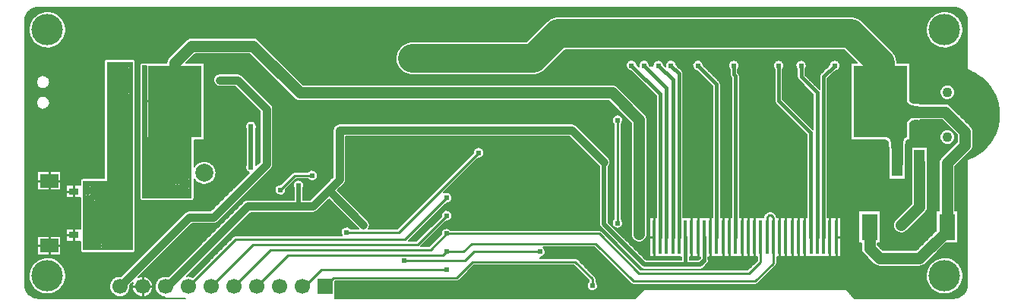
<source format=gbl>
G04*
G04 #@! TF.GenerationSoftware,Altium Limited,Altium Designer,18.1.9 (240)*
G04*
G04 Layer_Physical_Order=2*
G04 Layer_Color=16711680*
%FSLAX25Y25*%
%MOIN*%
G70*
G01*
G75*
%ADD15C,0.01000*%
%ADD20C,0.01500*%
%ADD62C,0.00500*%
%ADD95C,0.02000*%
%ADD97C,0.05000*%
%ADD98C,0.03500*%
%ADD99C,0.04331*%
%ADD100C,0.07874*%
%ADD101C,0.06693*%
%ADD102R,0.06693X0.06693*%
%ADD103R,0.07874X0.05906*%
%ADD104R,0.03937X0.03150*%
%ADD105C,0.13780*%
%ADD106C,0.02400*%
%ADD107R,0.23622X0.31496*%
%ADD108R,0.01575X0.14961*%
%ADD109R,0.07087X0.11811*%
%ADD110R,0.04724X0.11811*%
%ADD111C,0.12500*%
G36*
X47244Y104000D02*
X47244Y21200D01*
X25500Y21200D01*
Y51500D01*
X36000D01*
X36000Y104000D01*
X47244Y104000D01*
D02*
G37*
G36*
X53335Y102400D02*
X53819Y102362D01*
Y87114D01*
X65630D01*
Y86614D01*
X66130D01*
Y70866D01*
X73000D01*
X73000Y44000D01*
X51500Y44000D01*
X51500Y102400D01*
X53335D01*
D02*
G37*
G36*
X380177Y65878D02*
X380152Y66830D01*
X380077Y67681D01*
X379952Y68433D01*
X379777Y69084D01*
X379552Y69636D01*
X379277Y70087D01*
X378952Y70438D01*
X378577Y70689D01*
X378152Y70839D01*
X377677Y70890D01*
X387114Y70878D01*
X386746Y70828D01*
X386417Y70678D01*
X386126Y70428D01*
X385874Y70078D01*
X385661Y69628D01*
X385487Y69078D01*
X385351Y68428D01*
X385255Y67678D01*
X385196Y66828D01*
X385177Y65878D01*
X380177D01*
D02*
G37*
G36*
X392114Y79500D02*
X391162Y79475D01*
X390310Y79400D01*
X389558Y79275D01*
X388906Y79100D01*
X388355Y78875D01*
X387904Y78600D01*
X387553Y78275D01*
X387302Y77900D01*
X387152Y77475D01*
X387102Y77000D01*
Y87000D01*
X387152Y86525D01*
X387302Y86100D01*
X387553Y85725D01*
X387904Y85400D01*
X388355Y85125D01*
X388906Y84900D01*
X389558Y84725D01*
X390310Y84600D01*
X391162Y84525D01*
X392114Y84500D01*
Y79500D01*
D02*
G37*
%LPC*%
G36*
X45008Y103109D02*
Y102500D01*
X45617D01*
X45373Y102865D01*
X45008Y103109D01*
D02*
G37*
G36*
X44008D02*
X43643Y102865D01*
X43399Y102500D01*
X44008D01*
Y103109D01*
D02*
G37*
G36*
X45617Y101500D02*
X45008D01*
Y100891D01*
X45373Y101135D01*
X45617Y101500D01*
D02*
G37*
G36*
X44008D02*
X43399D01*
X43643Y101135D01*
X44008Y100891D01*
Y101500D01*
D02*
G37*
G36*
X45008Y91660D02*
Y91051D01*
X45617D01*
X45373Y91416D01*
X45008Y91660D01*
D02*
G37*
G36*
X44008D02*
X43643Y91416D01*
X43399Y91051D01*
X44008D01*
Y91660D01*
D02*
G37*
G36*
X45617Y90051D02*
X45008D01*
Y89442D01*
X45373Y89686D01*
X45617Y90051D01*
D02*
G37*
G36*
X44008D02*
X43399D01*
X43643Y89686D01*
X44008Y89442D01*
Y90051D01*
D02*
G37*
G36*
X28000Y50709D02*
Y50100D01*
X28609D01*
X28365Y50465D01*
X28000Y50709D01*
D02*
G37*
G36*
X27000D02*
X26635Y50465D01*
X26391Y50100D01*
X27000D01*
Y50709D01*
D02*
G37*
G36*
X28609Y49100D02*
X28000D01*
Y48491D01*
X28365Y48735D01*
X28609Y49100D01*
D02*
G37*
G36*
X27000D02*
X26391D01*
X26635Y48735D01*
X27000Y48491D01*
Y49100D01*
D02*
G37*
G36*
X28000Y47509D02*
Y46900D01*
X28609D01*
X28365Y47265D01*
X28000Y47509D01*
D02*
G37*
G36*
X27000D02*
X26635Y47265D01*
X26391Y46900D01*
X27000D01*
Y47509D01*
D02*
G37*
G36*
X28609Y45900D02*
X28000D01*
Y45291D01*
X28365Y45535D01*
X28609Y45900D01*
D02*
G37*
G36*
X27000D02*
X26391D01*
X26635Y45535D01*
X27000Y45291D01*
Y45900D01*
D02*
G37*
G36*
X30000Y44709D02*
Y44100D01*
X30609D01*
X30365Y44465D01*
X30000Y44709D01*
D02*
G37*
G36*
X29000D02*
X28635Y44465D01*
X28391Y44100D01*
X29000D01*
Y44709D01*
D02*
G37*
G36*
X30609Y43100D02*
X30000D01*
Y42491D01*
X30365Y42735D01*
X30609Y43100D01*
D02*
G37*
G36*
X29000D02*
X28391D01*
X28635Y42735D01*
X29000Y42491D01*
Y43100D01*
D02*
G37*
G36*
X33000Y24309D02*
Y23700D01*
X33609D01*
X33365Y24065D01*
X33000Y24309D01*
D02*
G37*
G36*
X32000D02*
X31635Y24065D01*
X31391Y23700D01*
X32000D01*
Y24309D01*
D02*
G37*
G36*
X28500D02*
Y23700D01*
X29109D01*
X28865Y24065D01*
X28500Y24309D01*
D02*
G37*
G36*
X27500D02*
X27135Y24065D01*
X26891Y23700D01*
X27500D01*
Y24309D01*
D02*
G37*
G36*
X33609Y22700D02*
X33000D01*
Y22091D01*
X33365Y22335D01*
X33609Y22700D01*
D02*
G37*
G36*
X32000D02*
X31391D01*
X31635Y22335D01*
X32000Y22091D01*
Y22700D01*
D02*
G37*
G36*
X29109D02*
X28500D01*
Y22091D01*
X28865Y22335D01*
X29109Y22700D01*
D02*
G37*
G36*
X27500D02*
X26891D01*
X27135Y22335D01*
X27500Y22091D01*
Y22700D01*
D02*
G37*
G36*
X65130Y86114D02*
X53819D01*
Y70866D01*
X65130D01*
Y86114D01*
D02*
G37*
G36*
X67500Y56309D02*
Y55700D01*
X68109D01*
X67865Y56065D01*
X67500Y56309D01*
D02*
G37*
G36*
X66500D02*
X66135Y56065D01*
X65891Y55700D01*
X66500D01*
Y56309D01*
D02*
G37*
G36*
X68109Y54700D02*
X67500D01*
Y54091D01*
X67865Y54335D01*
X68109Y54700D01*
D02*
G37*
G36*
X66500D02*
X65891D01*
X66135Y54335D01*
X66500Y54091D01*
Y54700D01*
D02*
G37*
G36*
X71366Y54109D02*
Y53500D01*
X71975D01*
X71731Y53865D01*
X71366Y54109D01*
D02*
G37*
G36*
X70366D02*
X70001Y53865D01*
X69757Y53500D01*
X70366D01*
Y54109D01*
D02*
G37*
G36*
X71975Y52500D02*
X71366D01*
Y51891D01*
X71731Y52135D01*
X71975Y52500D01*
D02*
G37*
G36*
X70366D02*
X69757D01*
X70001Y52135D01*
X70366Y51891D01*
Y52500D01*
D02*
G37*
G36*
X67500Y52209D02*
Y51600D01*
X68109D01*
X67865Y51965D01*
X67500Y52209D01*
D02*
G37*
G36*
X66500D02*
X66135Y51965D01*
X65891Y51600D01*
X66500D01*
Y52209D01*
D02*
G37*
G36*
X68109Y50600D02*
X67500D01*
Y49991D01*
X67865Y50235D01*
X68109Y50600D01*
D02*
G37*
G36*
X66500D02*
X65891D01*
X66135Y50235D01*
X66500Y49991D01*
Y50600D01*
D02*
G37*
G36*
X71366Y50109D02*
Y49500D01*
X71975D01*
X71731Y49865D01*
X71366Y50109D01*
D02*
G37*
G36*
X70366D02*
X70001Y49865D01*
X69757Y49500D01*
X70366D01*
Y50109D01*
D02*
G37*
G36*
X71975Y48500D02*
X71366D01*
Y47891D01*
X71731Y48135D01*
X71975Y48500D01*
D02*
G37*
G36*
X70366D02*
X69757D01*
X70001Y48135D01*
X70366Y47891D01*
Y48500D01*
D02*
G37*
G36*
X67500Y48309D02*
Y47700D01*
X68109D01*
X67865Y48065D01*
X67500Y48309D01*
D02*
G37*
G36*
X66500D02*
X66135Y48065D01*
X65891Y47700D01*
X66500D01*
Y48309D01*
D02*
G37*
G36*
X68109Y46700D02*
X67500D01*
Y46091D01*
X67865Y46335D01*
X68109Y46700D01*
D02*
G37*
G36*
X66500D02*
X65891D01*
X66135Y46335D01*
X66500Y46091D01*
Y46700D01*
D02*
G37*
%LPD*%
D15*
X353149Y26772D02*
Y35252D01*
X355905Y26772D02*
Y35252D01*
Y26772D02*
X357693D01*
X355905Y18291D02*
Y26772D01*
X353149Y18291D02*
Y26772D01*
X342126D02*
Y35252D01*
X339370Y26772D02*
Y35252D01*
X333858Y26772D02*
Y35252D01*
X336614Y26772D02*
Y35252D01*
X339370Y18291D02*
Y26772D01*
X342126Y18291D02*
Y26772D01*
X333858Y18291D02*
Y26772D01*
X336614Y18291D02*
Y26772D01*
X331102D02*
Y35252D01*
X320079Y18291D02*
Y26772D01*
X331102Y18291D02*
Y26772D01*
X317323D02*
Y35252D01*
X314567Y26772D02*
Y35252D01*
X320079Y26772D02*
Y35252D01*
X306299Y26772D02*
Y35252D01*
X309055Y26772D02*
Y35252D01*
X314567Y18291D02*
Y26772D01*
X317323Y18291D02*
Y26772D01*
X306299Y18291D02*
Y26772D01*
X309055Y18291D02*
Y26772D01*
X300787D02*
Y35252D01*
X295276Y26772D02*
Y35252D01*
Y18291D02*
Y26772D01*
X300787Y18291D02*
Y26772D01*
X292520D02*
Y35252D01*
X275984Y26772D02*
Y35252D01*
X274197Y26772D02*
X275984D01*
X292520Y18291D02*
Y26772D01*
X275984Y18291D02*
Y26772D01*
X21299Y46949D02*
Y49524D01*
X18331Y46949D02*
X21299D01*
Y44374D02*
Y46949D01*
X10630Y51673D02*
X15567D01*
X10630D02*
Y55626D01*
X5693Y51673D02*
X10630D01*
Y47721D02*
Y51673D01*
X18331Y27854D02*
X21299D01*
Y30429D01*
Y25280D02*
Y27854D01*
X10630Y23130D02*
Y27083D01*
X51614Y5118D02*
Y9465D01*
X47268Y5118D02*
X51614D01*
X55961D01*
X51614Y772D02*
Y5118D01*
X10630Y19177D02*
Y23130D01*
X15567D01*
X5693D02*
X10630D01*
X118400Y54000D02*
X126000D01*
X112000Y47600D02*
X118400Y54000D01*
X320500Y7500D02*
X328346Y15346D01*
X266941Y7500D02*
X320500D01*
X250441Y24000D02*
X266941Y7500D01*
X196000Y24000D02*
X250441D01*
X192445Y20445D02*
X196000Y24000D01*
X196945Y20445D02*
X226000D01*
X192916Y16416D02*
X196945Y20445D01*
X166500Y16416D02*
X192916D01*
X185000Y20445D02*
X192445D01*
X328346Y15346D02*
Y26772D01*
X317809Y11000D02*
X322834Y16026D01*
X269500Y11000D02*
X317809D01*
X252110Y28390D02*
X269500Y11000D01*
X196500Y16000D02*
X241500D01*
X189500Y9000D02*
X196500Y16000D01*
X185000Y28390D02*
X252110D01*
X322834Y16026D02*
Y26772D01*
X100163Y23667D02*
X172403D01*
X81614Y5118D02*
X100163Y23667D01*
X107829Y21333D02*
X177944D01*
X91614Y5118D02*
X107829Y21333D01*
X177944D02*
X185000Y28390D01*
X172403Y23667D02*
X185000Y36264D01*
X166862Y26000D02*
X185000Y44138D01*
X92496Y26000D02*
X166862D01*
X71614Y5118D02*
X92496Y26000D01*
X183500Y19000D02*
X184945Y20445D01*
X115496Y19000D02*
X183500D01*
X101614Y5118D02*
X115496Y19000D01*
X130191Y12691D02*
X185000D01*
X122618Y5118D02*
X130191Y12691D01*
X121614Y5118D02*
X122618D01*
X184945Y20445D02*
X185000D01*
X327500Y36500D02*
X328346Y35654D01*
X326437Y36500D02*
X327500D01*
X325590Y35654D02*
X326437Y36500D01*
X325590Y26772D02*
Y35654D01*
X328346Y26772D02*
Y35654D01*
X260000Y33000D02*
Y78321D01*
X135496Y9000D02*
X189500D01*
X131614Y5118D02*
X135496Y9000D01*
X249000Y5500D02*
Y8500D01*
X241500Y16000D02*
X249000Y8500D01*
X164059Y29000D02*
X199059Y64000D01*
X141000Y29000D02*
X164059D01*
D20*
X289764Y14736D02*
Y26772D01*
X298031Y16532D02*
Y26772D01*
X303543D02*
Y94095D01*
X295276Y102362D02*
X303543Y94095D01*
X278740Y26772D02*
Y89764D01*
X266142Y102362D02*
X278740Y89764D01*
X281496Y26772D02*
Y92520D01*
X271654Y102362D02*
X281496Y92520D01*
X284252Y26772D02*
Y96063D01*
X277953Y102362D02*
X284252Y96063D01*
X287008Y26772D02*
Y98819D01*
X283465Y102362D02*
X287008Y98819D01*
X311811Y26772D02*
Y97713D01*
X311024Y98500D02*
X311811Y97713D01*
X311024Y98500D02*
Y102362D01*
X344794Y26772D02*
Y72706D01*
X330708Y86792D02*
X344794Y72706D01*
X330708Y86792D02*
Y102362D01*
X347594Y26772D02*
Y90406D01*
X340551Y97449D02*
X347594Y90406D01*
X340551Y97449D02*
Y102362D01*
X350394Y26772D02*
Y97441D01*
X355315Y102362D01*
D62*
X413386Y122047D02*
X413296Y123073D01*
X413030Y124067D01*
X412595Y125000D01*
X412004Y125843D01*
X411276Y126571D01*
X410433Y127162D01*
X409500Y127597D01*
X408506Y127863D01*
X407480Y127953D01*
X411683Y118110D02*
X411621Y119111D01*
X411437Y120096D01*
X411133Y121051D01*
X410714Y121961D01*
X410187Y122813D01*
X409559Y123594D01*
X408839Y124292D01*
X408039Y124896D01*
X407171Y125397D01*
X406249Y125787D01*
X405285Y126062D01*
X404294Y126215D01*
X403293Y126246D01*
X402295Y126154D01*
X401316Y125939D01*
X400371Y125606D01*
X399473Y125160D01*
X398638Y124606D01*
X397877Y123954D01*
X397202Y123213D01*
X396623Y122395D01*
X396149Y121512D01*
X395787Y120578D01*
X395542Y119606D01*
X395419Y118611D01*
Y117609D01*
X395542Y116615D01*
X395787Y115643D01*
X396149Y114708D01*
X396623Y113825D01*
X397202Y113007D01*
X397877Y112267D01*
X398638Y111615D01*
X399473Y111061D01*
X400371Y110614D01*
X401316Y110281D01*
X402295Y110067D01*
X403293Y109974D01*
X404294Y110005D01*
X405285Y110159D01*
X406249Y110433D01*
X407171Y110824D01*
X408039Y111325D01*
X408839Y111929D01*
X409559Y112627D01*
X410187Y113407D01*
X410715Y114259D01*
X411133Y115170D01*
X411437Y116125D01*
X411621Y117110D01*
X411683Y118110D01*
X411621Y119111D01*
X411437Y120096D01*
X411133Y121051D01*
X410714Y121961D01*
X410187Y122813D01*
X409559Y123594D01*
X408839Y124292D01*
X408039Y124896D01*
X407171Y125397D01*
X406249Y125787D01*
X405285Y126062D01*
X404294Y126215D01*
X403293Y126246D01*
X402295Y126154D01*
X401316Y125939D01*
X400371Y125606D01*
X399473Y125160D01*
X398638Y124606D01*
X397877Y123954D01*
X397202Y123213D01*
X396623Y122395D01*
X396149Y121512D01*
X395787Y120578D01*
X395542Y119606D01*
X395419Y118611D01*
Y117609D01*
X395542Y116615D01*
X395787Y115643D01*
X396149Y114708D01*
X396623Y113825D01*
X397202Y113007D01*
X397877Y112267D01*
X398638Y111615D01*
X399473Y111061D01*
X400371Y110614D01*
X401316Y110281D01*
X402295Y110067D01*
X403293Y109974D01*
X404294Y110005D01*
X405285Y110159D01*
X406249Y110433D01*
X407171Y110824D01*
X408039Y111325D01*
X408839Y111929D01*
X409559Y112627D01*
X410187Y113407D01*
X410715Y114259D01*
X411133Y115170D01*
X411437Y116125D01*
X411621Y117110D01*
X411683Y118110D01*
X382615Y103685D02*
X382553Y104638D01*
X382366Y105574D01*
X382059Y106479D01*
X381637Y107335D01*
X381106Y108129D01*
X380477Y108847D01*
X382615Y103685D02*
X382553Y104638D01*
X382366Y105574D01*
X382059Y106479D01*
X381637Y107335D01*
X381106Y108129D01*
X380477Y108847D01*
X427500Y80709D02*
X427476Y81703D01*
X427405Y82694D01*
X427286Y83681D01*
X427120Y84662D01*
X426908Y85633D01*
X426649Y86593D01*
X426344Y87539D01*
X425995Y88470D01*
X425601Y89383D01*
X425165Y90276D01*
X424686Y91148D01*
X424165Y91995D01*
X423605Y92816D01*
X423006Y93610D01*
X422370Y94374D01*
X421698Y95107D01*
X420992Y95807D01*
X420253Y96472D01*
X419483Y97101D01*
X418684Y97692D01*
X417858Y98245D01*
X417005Y98757D01*
X416130Y99228D01*
X415233Y99657D01*
X414316Y100042D01*
X413382Y100382D01*
X408140Y90551D02*
X407988Y91558D01*
X407546Y92475D01*
X406854Y93221D01*
X405972Y93730D01*
X404980Y93957D01*
X403964Y93881D01*
X403017Y93509D01*
X402221Y92874D01*
X401647Y92033D01*
X401347Y91060D01*
Y90042D01*
X401647Y89069D01*
X402221Y88228D01*
X403017Y87593D01*
X403964Y87221D01*
X404980Y87145D01*
X405972Y87372D01*
X406854Y87881D01*
X407546Y88627D01*
X407988Y89544D01*
X408140Y90551D01*
X407988Y91558D01*
X407546Y92475D01*
X406854Y93221D01*
X405972Y93730D01*
X404980Y93957D01*
X403964Y93881D01*
X403017Y93509D01*
X402221Y92874D01*
X401647Y92033D01*
X401347Y91060D01*
Y90042D01*
X401647Y89069D01*
X402221Y88228D01*
X403017Y87593D01*
X403964Y87221D01*
X404980Y87145D01*
X405972Y87372D01*
X406854Y87881D01*
X407546Y88627D01*
X407988Y89544D01*
X408140Y90551D01*
X367662Y121662D02*
X366944Y122292D01*
X366150Y122822D01*
X365294Y123244D01*
X364389Y123551D01*
X363453Y123738D01*
X362500Y123800D01*
X367662Y121662D02*
X366944Y122292D01*
X366150Y122822D01*
X365294Y123244D01*
X364389Y123551D01*
X363453Y123738D01*
X362500Y123800D01*
X357765Y102362D02*
X357583Y103288D01*
X357065Y104077D01*
X356286Y104611D01*
X355364Y104812D01*
X354434Y104648D01*
X353635Y104146D01*
X353085Y103378D01*
X352867Y102460D01*
X355413Y99914D02*
X356320Y100128D01*
X357082Y100665D01*
X357588Y101447D01*
X357765Y102362D01*
X349123Y98716D02*
X348594Y97441D01*
X349121Y98714D02*
X348594Y97441D01*
X406210Y84510D02*
X405475Y85074D01*
X404619Y85429D01*
X403700Y85550D01*
X406210Y84510D02*
X405475Y85074D01*
X404619Y85429D01*
X403700Y85550D01*
X416050Y73200D02*
X415929Y74119D01*
X415574Y74975D01*
X415010Y75710D01*
X416050Y73200D02*
X415929Y74119D01*
X415574Y74975D01*
X415010Y75710D01*
X413382Y61035D02*
X414316Y61376D01*
X415233Y61761D01*
X416130Y62189D01*
X417005Y62660D01*
X417858Y63173D01*
X418684Y63725D01*
X419483Y64316D01*
X420253Y64946D01*
X420992Y65611D01*
X421698Y66311D01*
X422370Y67043D01*
X423006Y67807D01*
X423605Y68601D01*
X424165Y69422D01*
X424686Y70270D01*
X425165Y71141D01*
X425601Y72034D01*
X425995Y72947D01*
X426344Y73878D01*
X426649Y74824D01*
X426908Y75784D01*
X427120Y76755D01*
X427286Y77736D01*
X427405Y78723D01*
X427476Y79715D01*
X427500Y80709D01*
X415010Y64828D02*
X415574Y65564D01*
X415929Y66420D01*
X416050Y67339D01*
X415010Y64828D02*
X415574Y65564D01*
X415929Y66420D01*
X416050Y67339D01*
X408140Y70866D02*
X407988Y71873D01*
X407546Y72790D01*
X406854Y73536D01*
X405972Y74045D01*
X404980Y74272D01*
X403964Y74196D01*
X403017Y73824D01*
X402221Y73189D01*
X401647Y72348D01*
X401347Y71375D01*
Y70357D01*
X401647Y69384D01*
X402221Y68543D01*
X403017Y67908D01*
X403964Y67536D01*
X404980Y67460D01*
X405972Y67687D01*
X406854Y68196D01*
X407546Y68942D01*
X407988Y69859D01*
X408140Y70866D01*
X407988Y71873D01*
X407546Y72790D01*
X406854Y73536D01*
X405972Y74045D01*
X404980Y74272D01*
X403964Y74196D01*
X403017Y73824D01*
X402221Y73189D01*
X401647Y72348D01*
X401347Y71375D01*
Y70357D01*
X401647Y69384D01*
X402221Y68543D01*
X403017Y67908D01*
X403964Y67536D01*
X404980Y67460D01*
X405972Y67687D01*
X406854Y68196D01*
X407546Y68942D01*
X407988Y69859D01*
X408140Y70866D01*
X343001Y102362D02*
X342818Y103291D01*
X342297Y104081D01*
X341515Y104614D01*
X340590Y104812D01*
X339658Y104644D01*
X338860Y104136D01*
X338314Y103363D01*
X338102Y102440D01*
X338255Y101506D01*
X338751Y100700D01*
X342351D02*
X342833Y101470D01*
X343001Y102362D01*
X333158D02*
X332976Y103291D01*
X332454Y104081D01*
X331673Y104614D01*
X330747Y104812D01*
X329816Y104644D01*
X329018Y104136D01*
X328472Y103363D01*
X328260Y102440D01*
X328413Y101506D01*
X328908Y100700D01*
X332508D02*
X332990Y101470D01*
X333158Y102362D01*
X338751Y97449D02*
X339278Y96176D01*
X338751Y97449D02*
X339280Y96174D01*
X313474Y102362D02*
X313291Y103291D01*
X312770Y104081D01*
X311988Y104614D01*
X311063Y104812D01*
X310131Y104644D01*
X309333Y104136D01*
X308787Y103363D01*
X308575Y102440D01*
X308728Y101506D01*
X309224Y100700D01*
X312824D02*
X313305Y101470D01*
X313474Y102362D01*
X313611Y97713D02*
X313081Y98988D01*
X313611Y97713D02*
X313084Y98985D01*
X309224Y98500D02*
X309751Y97227D01*
X309224Y98500D02*
X309753Y97225D01*
X328908Y86792D02*
X329438Y85517D01*
X328908Y86792D02*
X329436Y85519D01*
X297724Y102460D02*
X297470Y103452D01*
X296833Y104254D01*
X295923Y104725D01*
X294901Y104783D01*
X293944Y104419D01*
X293219Y103694D01*
X292854Y102737D01*
X292913Y101715D01*
X293384Y100805D01*
X294186Y100168D01*
X295178Y99914D01*
X285913Y102460D02*
X285662Y103445D01*
X285033Y104244D01*
X284135Y104719D01*
X283120Y104788D01*
X282165Y104439D01*
X281434Y103733D01*
X281052Y102790D01*
X281086Y101774D01*
X280401Y102460D02*
X280182Y103378D01*
X279633Y104146D01*
X278834Y104648D01*
X277904Y104812D01*
X276981Y104611D01*
X276203Y104077D01*
X275685Y103288D01*
X275503Y102362D01*
X274102Y102460D02*
X273851Y103445D01*
X273222Y104244D01*
X272323Y104719D01*
X271309Y104788D01*
X270354Y104439D01*
X269623Y103733D01*
X269241Y102790D01*
X269275Y101774D01*
X268590Y102460D02*
X268336Y103452D01*
X267699Y104254D01*
X266789Y104725D01*
X265767Y104783D01*
X264810Y104419D01*
X264086Y103694D01*
X263721Y102737D01*
X263779Y101715D01*
X264250Y100805D01*
X265052Y100168D01*
X266044Y99914D01*
X288808Y98819D02*
X288278Y100094D01*
X288808Y98819D02*
X288281Y100092D01*
X305343Y94095D02*
X304814Y95370D01*
X305343Y94095D02*
X304816Y95367D01*
X273050Y78500D02*
X272929Y79419D01*
X272574Y80275D01*
X272010Y81010D01*
X273050Y78500D02*
X272929Y79419D01*
X272574Y80275D01*
X272010Y81010D01*
X402124Y61983D02*
X401559Y61247D01*
X401205Y60391D01*
X401084Y59472D01*
X402124Y61983D02*
X401559Y61247D01*
X401205Y60391D01*
X401084Y59472D01*
X395030Y37663D02*
X395594Y38398D01*
X395949Y39255D01*
X396070Y40173D01*
X395030Y37663D02*
X395594Y38398D01*
X395949Y39255D01*
X396070Y40173D01*
X381990Y34664D02*
X381384Y33855D01*
X381031Y32908D01*
X380959Y31900D01*
X381174Y30913D01*
X381658Y30026D01*
X382373Y29312D01*
X383259Y28828D01*
X384247Y28613D01*
X385255Y28685D01*
X386201Y29038D01*
X387010Y29643D01*
X407480Y0D02*
X408506Y90D01*
X409500Y356D01*
X410433Y791D01*
X411276Y1382D01*
X412004Y2110D01*
X412595Y2953D01*
X413030Y3886D01*
X413296Y4880D01*
X413386Y5906D01*
X411683Y9843D02*
X411621Y10843D01*
X411437Y11828D01*
X411133Y12783D01*
X410714Y13693D01*
X410187Y14546D01*
X409559Y15326D01*
X408839Y16024D01*
X408039Y16628D01*
X407171Y17129D01*
X406249Y17520D01*
X405285Y17794D01*
X404294Y17948D01*
X403293Y17978D01*
X402295Y17886D01*
X401316Y17672D01*
X400371Y17338D01*
X399473Y16892D01*
X398638Y16338D01*
X397877Y15686D01*
X397202Y14945D01*
X396623Y14128D01*
X396149Y13245D01*
X395787Y12310D01*
X395542Y11338D01*
X395419Y10344D01*
Y9341D01*
X395542Y8347D01*
X395787Y7375D01*
X396149Y6440D01*
X396623Y5557D01*
X397202Y4739D01*
X397877Y3999D01*
X398638Y3347D01*
X399473Y2793D01*
X400371Y2347D01*
X401316Y2014D01*
X402295Y1799D01*
X403293Y1707D01*
X404294Y1737D01*
X405285Y1891D01*
X406249Y2166D01*
X407171Y2556D01*
X408039Y3057D01*
X408839Y3661D01*
X409559Y4359D01*
X410187Y5140D01*
X410715Y5992D01*
X411133Y6902D01*
X411437Y7857D01*
X411621Y8842D01*
X411683Y9843D01*
X411621Y10843D01*
X411437Y11828D01*
X411133Y12783D01*
X410714Y13693D01*
X410187Y14546D01*
X409559Y15326D01*
X408839Y16024D01*
X408039Y16628D01*
X407171Y17129D01*
X406249Y17520D01*
X405285Y17794D01*
X404294Y17948D01*
X403293Y17978D01*
X402295Y17886D01*
X401316Y17672D01*
X400371Y17338D01*
X399473Y16892D01*
X398638Y16338D01*
X397877Y15686D01*
X397202Y14945D01*
X396623Y14128D01*
X396149Y13245D01*
X395787Y12310D01*
X395542Y11338D01*
X395419Y10344D01*
Y9341D01*
X395542Y8347D01*
X395787Y7375D01*
X396149Y6440D01*
X396623Y5557D01*
X397202Y4739D01*
X397877Y3999D01*
X398638Y3347D01*
X399473Y2793D01*
X400371Y2347D01*
X401316Y2014D01*
X402295Y1799D01*
X403293Y1707D01*
X404294Y1737D01*
X405285Y1891D01*
X406249Y2166D01*
X407171Y2556D01*
X408039Y3057D01*
X408839Y3661D01*
X409559Y4359D01*
X410187Y5140D01*
X410715Y5992D01*
X411133Y6902D01*
X411437Y7857D01*
X411621Y8842D01*
X411683Y9843D01*
X392500Y13950D02*
X393419Y14071D01*
X394275Y14426D01*
X395010Y14990D01*
X392500Y13950D02*
X393419Y14071D01*
X394275Y14426D01*
X395010Y14990D01*
X367013Y21937D02*
X367134Y21018D01*
X367489Y20162D01*
X368053Y19427D01*
X372490Y14990D02*
X373225Y14426D01*
X374081Y14071D01*
X375000Y13950D01*
X372490Y14990D02*
X373225Y14426D01*
X374081Y14071D01*
X375000Y13950D01*
X367013Y21937D02*
X367134Y21018D01*
X367489Y20162D01*
X368053Y19427D01*
X328596Y37596D02*
X327500Y38050D01*
X328596Y37596D02*
X327500Y38050D01*
X326437D02*
X325341Y37596D01*
X326437Y38050D02*
X325341Y37596D01*
X329896Y35654D02*
X329442Y36750D01*
X329896Y35654D02*
X329442Y36750D01*
X324494D02*
X324041Y35654D01*
X324494Y36750D02*
X324041Y35654D01*
X329442Y14250D02*
X329896Y15346D01*
X329442Y14250D02*
X329896Y15346D01*
X320500Y5950D02*
X321596Y6404D01*
X320500Y5950D02*
X321596Y6404D01*
X300081Y16532D02*
X299831Y17513D01*
X299481Y15082D02*
X299925Y15747D01*
X300081Y16532D01*
X296236Y12686D02*
X297021Y12842D01*
X297686Y13287D01*
X296236Y12686D02*
X297021Y12842D01*
X297686Y13287D01*
X265950Y28126D02*
X266094Y27126D01*
X266513Y26207D01*
X267175Y25443D01*
X268025Y24897D01*
X268995Y24612D01*
X270005D01*
X270975Y24897D01*
X271825Y25443D01*
X272486Y26207D01*
X272906Y27126D01*
X273050Y28126D01*
X262450Y33000D02*
X262214Y34050D01*
X261550Y34897D01*
X270314Y13287D02*
X270979Y12842D01*
X271764Y12686D01*
X270314Y13287D02*
X270979Y12842D01*
X271764Y12686D01*
X265845Y6404D02*
X266941Y5950D01*
X265845Y6404D02*
X266941Y5950D01*
X234000Y123800D02*
X233047Y123738D01*
X232111Y123551D01*
X231206Y123244D01*
X230350Y122822D01*
X229556Y122292D01*
X228838Y121662D01*
X234000Y123800D02*
X233047Y123738D01*
X232111Y123551D01*
X231206Y123244D01*
X230350Y122822D01*
X229556Y122292D01*
X228838Y121662D01*
X170000Y112800D02*
X169006Y112732D01*
X168031Y112529D01*
X167092Y112196D01*
X166207Y111737D01*
X165393Y111163D01*
X164665Y110483D01*
X164036Y109710D01*
X163518Y108859D01*
X163121Y107945D01*
X162853Y106985D01*
X162717Y105998D01*
Y105002D01*
X162853Y104015D01*
X163121Y103055D01*
X163518Y102141D01*
X164036Y101290D01*
X164665Y100517D01*
X165393Y99837D01*
X166207Y99263D01*
X167092Y98804D01*
X168031Y98471D01*
X169006Y98268D01*
X170000Y98200D01*
X223000D02*
X223953Y98263D01*
X224889Y98449D01*
X225794Y98756D01*
X226650Y99178D01*
X227444Y99708D01*
X228162Y100338D01*
X223000Y98200D02*
X223953Y98263D01*
X224889Y98449D01*
X225794Y98756D01*
X226650Y99178D01*
X227444Y99708D01*
X228162Y100338D01*
X260104Y92917D02*
X259369Y93481D01*
X258512Y93836D01*
X257594Y93956D01*
X260104Y92917D02*
X259369Y93481D01*
X258512Y93836D01*
X257594Y93956D01*
X261550Y76423D02*
X262214Y77271D01*
X262450Y78321D01*
X262254Y79281D01*
X261697Y80088D01*
X260869Y80611D01*
X259902Y80769D01*
X258950Y80534D01*
X258166Y79946D01*
X257676Y79097D01*
X257558Y78124D01*
X257830Y77183D01*
X258450Y76423D01*
X118083Y87896D02*
X118819Y87332D01*
X119675Y86977D01*
X120594Y86856D01*
X241913Y75988D02*
X241005Y76595D01*
X239933Y76808D01*
X137992D02*
X136921Y76595D01*
X136012Y75988D01*
X135405Y75079D01*
X135192Y74008D01*
X137992Y76808D02*
X136921Y76595D01*
X136012Y75988D01*
X135405Y75079D01*
X135192Y74008D01*
X118083Y87896D02*
X118819Y87332D01*
X119675Y86977D01*
X120594Y86856D01*
X241913Y75988D02*
X241005Y76595D01*
X239933Y76808D01*
X108800Y83300D02*
X108587Y84372D01*
X107980Y85280D01*
X108800Y83300D02*
X108587Y84372D01*
X107980Y85280D01*
X201509Y64000D02*
X201310Y64966D01*
X200747Y65775D01*
X199910Y66297D01*
X198936Y66447D01*
X197981Y66200D01*
X197201Y65597D01*
X196722Y64735D01*
X196621Y63754D01*
X198813Y61562D02*
X199823Y61672D01*
X200702Y62183D01*
X201298Y63006D01*
X201509Y64000D01*
X256800Y59941D02*
X256587Y61013D01*
X255980Y61921D01*
X256050Y58034D02*
X256606Y58916D01*
X256800Y59941D01*
X107980Y57004D02*
X108587Y57912D01*
X108800Y58984D01*
X128450Y54000D02*
X128247Y54975D01*
X127673Y55789D01*
X126823Y56308D01*
X125836Y56445D01*
X124876Y56177D01*
X124103Y55550D01*
X118400D02*
X117304Y55096D01*
X118400Y55550D02*
X117304Y55096D01*
X107980Y57004D02*
X108587Y57912D01*
X108800Y58984D01*
X102510Y113510D02*
X101775Y114074D01*
X100919Y114429D01*
X100000Y114550D01*
X102510Y113510D02*
X101775Y114074D01*
X100919Y114429D01*
X100000Y114550D01*
X73145D02*
X72226Y114429D01*
X71370Y114074D01*
X70634Y113510D01*
X73145Y114550D02*
X72226Y114429D01*
X71370Y114074D01*
X70634Y113510D01*
X95280Y97980D02*
X94371Y98587D01*
X93300Y98800D01*
X63120Y105996D02*
X62577Y105297D01*
X62224Y104486D01*
X62082Y103612D01*
X63120Y105996D02*
X62577Y105297D01*
X62224Y104486D01*
X62082Y103612D01*
X95280Y97980D02*
X94371Y98587D01*
X93300Y98800D01*
X85433D02*
X84475Y98631D01*
X83633Y98145D01*
X83008Y97400D01*
X82676Y96486D01*
Y95514D01*
X83008Y94600D01*
X83633Y93855D01*
X84475Y93369D01*
X85433Y93200D01*
X17982Y118110D02*
X17921Y119111D01*
X17736Y120096D01*
X17433Y121051D01*
X17014Y121961D01*
X16486Y122813D01*
X15858Y123594D01*
X15138Y124292D01*
X14339Y124896D01*
X13471Y125397D01*
X12548Y125787D01*
X11584Y126062D01*
X10594Y126215D01*
X9592Y126246D01*
X8594Y126154D01*
X7615Y125939D01*
X6670Y125606D01*
X5773Y125160D01*
X4937Y124606D01*
X4176Y123954D01*
X3501Y123213D01*
X2922Y122395D01*
X2448Y121512D01*
X2086Y120578D01*
X1841Y119606D01*
X1718Y118611D01*
Y117609D01*
X1841Y116615D01*
X2086Y115643D01*
X2448Y114708D01*
X2922Y113825D01*
X3501Y113007D01*
X4176Y112267D01*
X4937Y111615D01*
X5773Y111061D01*
X6670Y110614D01*
X7615Y110281D01*
X8594Y110067D01*
X9592Y109974D01*
X10594Y110005D01*
X11584Y110159D01*
X12548Y110433D01*
X13471Y110824D01*
X14339Y111325D01*
X15138Y111929D01*
X15858Y112627D01*
X16486Y113407D01*
X17014Y114259D01*
X17433Y115170D01*
X17736Y116125D01*
X17921Y117110D01*
X17982Y118110D01*
X17921Y119111D01*
X17736Y120096D01*
X17433Y121051D01*
X17014Y121961D01*
X16486Y122813D01*
X15858Y123594D01*
X15138Y124292D01*
X14339Y124896D01*
X13471Y125397D01*
X12548Y125787D01*
X11584Y126062D01*
X10594Y126215D01*
X9592Y126246D01*
X8594Y126154D01*
X7615Y125939D01*
X6670Y125606D01*
X5773Y125160D01*
X4937Y124606D01*
X4176Y123954D01*
X3501Y123213D01*
X2922Y122395D01*
X2448Y121512D01*
X2086Y120578D01*
X1841Y119606D01*
X1718Y118611D01*
Y117609D01*
X1841Y116615D01*
X2086Y115643D01*
X2448Y114708D01*
X2922Y113825D01*
X3501Y113007D01*
X4176Y112267D01*
X4937Y111615D01*
X5773Y111061D01*
X6670Y110614D01*
X7615Y110281D01*
X8594Y110067D01*
X9592Y109974D01*
X10594Y110005D01*
X11584Y110159D01*
X12548Y110433D01*
X13471Y110824D01*
X14339Y111325D01*
X15138Y111929D01*
X15858Y112627D01*
X16486Y113407D01*
X17014Y114259D01*
X17433Y115170D01*
X17736Y116125D01*
X17921Y117110D01*
X17982Y118110D01*
X5906Y127953D02*
X4880Y127863D01*
X3886Y127597D01*
X2953Y127162D01*
X2110Y126571D01*
X1382Y125843D01*
X791Y125000D01*
X356Y124067D01*
X90Y123073D01*
X0Y122047D01*
X10896Y95079D02*
X10732Y96060D01*
X10259Y96935D01*
X9527Y97608D01*
X8616Y98008D01*
X7625Y98090D01*
X6660Y97846D01*
X5827Y97302D01*
X5217Y96517D01*
X4894Y95576D01*
Y94581D01*
X5217Y93641D01*
X5827Y92856D01*
X6660Y92312D01*
X7625Y92067D01*
X8616Y92150D01*
X9527Y92549D01*
X10259Y93223D01*
X10732Y94098D01*
X10896Y95079D01*
Y86024D02*
X10732Y87005D01*
X10259Y87880D01*
X9527Y88553D01*
X8616Y88953D01*
X7625Y89035D01*
X6660Y88791D01*
X5827Y88247D01*
X5217Y87462D01*
X4894Y86521D01*
Y85526D01*
X5217Y84585D01*
X5827Y83801D01*
X6660Y83257D01*
X7625Y83012D01*
X8616Y83094D01*
X9527Y83494D01*
X10259Y84168D01*
X10732Y85043D01*
X10896Y86024D01*
X101263Y74249D02*
X101663Y75590D01*
X101456Y76575D01*
X100872Y77393D01*
X100008Y77908D01*
X99010Y78032D01*
X98046Y77745D01*
X97279Y77094D01*
X96838Y76191D01*
X96797Y75186D01*
X97163Y74249D01*
X101481Y58425D02*
X101263Y58842D01*
X97163D02*
X96786Y57839D01*
X96874Y56771D01*
X97408Y55843D01*
X98288Y55231D01*
X83927Y55118D02*
X83837Y56079D01*
X83571Y57006D01*
X83138Y57868D01*
X82553Y58635D01*
X81835Y59280D01*
X81011Y59782D01*
X80108Y60122D01*
X79158Y60288D01*
X78193Y60276D01*
X77247Y60086D01*
X76353Y59723D01*
X75541Y59201D01*
X74840Y58538D01*
X74274Y57757D01*
X83927Y55118D02*
X83837Y56079D01*
X83571Y57006D01*
X83138Y57868D01*
X82553Y58635D01*
X81835Y59280D01*
X81011Y59782D01*
X80108Y60122D01*
X79158Y60288D01*
X78193Y60276D01*
X77247Y60086D01*
X76353Y59723D01*
X75541Y59201D01*
X74840Y58538D01*
X74274Y57757D01*
X139972Y50270D02*
X140579Y51178D01*
X140792Y52250D01*
X139972Y50270D02*
X140579Y51178D01*
X140792Y52250D01*
X187450Y44138D02*
X187263Y45076D01*
X186731Y45871D01*
X185936Y46402D01*
X184997Y46588D01*
X184059Y46400D01*
X184754Y41700D02*
X185765Y41810D01*
X186643Y42321D01*
X187239Y43144D01*
X187450Y44138D01*
Y36264D02*
X187252Y37230D01*
X186688Y38039D01*
X185852Y38561D01*
X184877Y38711D01*
X183922Y38464D01*
X183142Y37861D01*
X182663Y36999D01*
X182562Y36018D01*
X184754Y33826D02*
X185765Y33936D01*
X186643Y34447D01*
X187239Y35270D01*
X187450Y36264D01*
X124103Y52450D02*
X124876Y51823D01*
X125836Y51556D01*
X126823Y51692D01*
X127673Y52211D01*
X128247Y53025D01*
X128450Y54000D01*
X122450Y49600D02*
X122244Y50584D01*
X121659Y51403D01*
X120795Y51917D01*
X119797Y52042D01*
X118833Y51754D01*
X118066Y51104D01*
X117625Y50200D01*
X117584Y49195D01*
X117950Y48258D01*
X122050D02*
X122450Y49600D01*
X126242Y37700D02*
X127314Y37913D01*
X128222Y38520D01*
X126242Y37700D02*
X127314Y37913D01*
X128222Y38520D01*
X112246Y50038D02*
X111275Y49940D01*
X110418Y49471D01*
X109813Y48705D01*
X109555Y47764D01*
X109686Y46797D01*
X110183Y45957D01*
X110969Y45378D01*
X111918Y45151D01*
X112881Y45314D01*
X113703Y45839D01*
X114256Y46643D01*
X114450Y47600D01*
X97860Y43300D02*
X96788Y43087D01*
X95880Y42480D01*
X97860Y43300D02*
X96788Y43087D01*
X95880Y42480D01*
X258450Y34897D02*
X257830Y34138D01*
X257558Y33197D01*
X257676Y32224D01*
X258166Y31375D01*
X258950Y30786D01*
X259902Y30552D01*
X260869Y30709D01*
X261697Y31233D01*
X262254Y32040D01*
X262450Y33000D01*
X253206Y29486D02*
X252110Y29940D01*
X251950Y32500D02*
X252106Y31716D01*
X252550Y31050D01*
X253206Y29486D02*
X252110Y29940D01*
X251950Y32500D02*
X252106Y31716D01*
X252550Y31050D01*
X228450Y20445D02*
X228174Y21575D01*
X227408Y22450D01*
X242596Y17096D02*
X241500Y17550D01*
X242596Y17096D02*
X241500Y17550D01*
X226000Y17995D02*
X226938Y18181D01*
X227732Y18712D01*
X228263Y19507D01*
X228450Y20445D01*
X250550Y8500D02*
X250096Y9596D01*
X250550Y8500D02*
X250096Y9596D01*
X247450Y7397D02*
X246830Y6638D01*
X246558Y5697D01*
X246676Y4724D01*
X247166Y3875D01*
X247950Y3286D01*
X248902Y3052D01*
X249869Y3209D01*
X250697Y3733D01*
X251254Y4540D01*
X251450Y5500D01*
X251214Y6550D01*
X250550Y7397D01*
X189500Y7450D02*
X190596Y7904D01*
X189500Y7450D02*
X190596Y7904D01*
X151300Y32250D02*
X151087Y33321D01*
X150480Y34230D01*
X150725Y30550D02*
X151152Y31352D01*
X151300Y32250D01*
X186897Y29940D02*
X186087Y30586D01*
X185082Y30838D01*
X184062Y30653D01*
X183211Y30063D01*
X182679Y29174D01*
X182562Y28144D01*
X142897Y30550D02*
X142174Y31151D01*
X141277Y31434D01*
X140340Y31359D01*
X139499Y30937D01*
X138880Y30229D01*
X138574Y29340D01*
X138624Y28401D01*
X139025Y27550D01*
X92496D02*
X91400Y27096D01*
X92502Y27550D02*
X91400Y27096D01*
X74274Y52479D02*
X74840Y51698D01*
X75541Y51035D01*
X76353Y50513D01*
X77247Y50151D01*
X78193Y49960D01*
X79158Y49948D01*
X80108Y50115D01*
X81011Y50455D01*
X81835Y50956D01*
X82553Y51601D01*
X83138Y52368D01*
X83571Y53230D01*
X83837Y54158D01*
X83927Y55118D01*
X74274Y52479D02*
X74840Y51698D01*
X75541Y51035D01*
X76353Y50513D01*
X77247Y50151D01*
X78193Y49960D01*
X79158Y49948D01*
X80108Y50115D01*
X81011Y50455D01*
X81835Y50956D01*
X82553Y51601D01*
X83138Y52368D01*
X83571Y53230D01*
X83837Y54158D01*
X83927Y55118D01*
X72096Y38400D02*
X71025Y38187D01*
X70116Y37580D01*
X72096Y38400D02*
X71025Y38187D01*
X70116Y37580D01*
X82616Y32800D02*
X83688Y33013D01*
X84596Y33620D01*
X82616Y32800D02*
X83688Y33013D01*
X84596Y33620D01*
X73578Y9274D02*
X72747Y9573D01*
X71874Y9707D01*
X70992Y9672D01*
X62924Y9524D02*
X61964Y9701D01*
X60988Y9672D01*
X60040Y9437D01*
X59163Y9007D01*
X58397Y8401D01*
X57776Y7647D01*
X57328Y6779D01*
X57074Y5836D01*
X57025Y4861D01*
X57183Y3897D01*
X57541Y2989D01*
X58082Y2176D01*
X58784Y1497D01*
X59613Y980D01*
X60532Y651D01*
X61500Y523D01*
X56211Y5118D02*
X56100Y6120D01*
X55774Y7074D01*
X55247Y7933D01*
X54546Y8658D01*
X53704Y9212D01*
X52762Y9569D01*
X51764Y9712D01*
X50759Y9634D01*
X49795Y9339D01*
X47393Y6937D02*
X47096Y5964D01*
X47021Y4950D01*
X47170Y3943D01*
X47538Y2994D01*
X48105Y2150D01*
X48844Y1451D01*
X49718Y931D01*
X50686Y616D01*
X51698Y522D01*
X52707Y654D01*
X53663Y1003D01*
X54518Y1555D01*
X55230Y2281D01*
X55766Y3145D01*
X56098Y4107D01*
X56211Y5118D01*
X46211D02*
X46172Y5716D01*
X42212Y9675D02*
X41202Y9696D01*
X40213Y9496D01*
X39291Y9084D01*
X38481Y8481D01*
X37822Y7716D01*
X37346Y6825D01*
X37077Y5852D01*
X37026Y4843D01*
X37197Y3848D01*
X37581Y2914D01*
X38159Y2087D01*
X38905Y1405D01*
X39781Y903D01*
X40745Y605D01*
X41752Y524D01*
X42752Y665D01*
X43696Y1020D01*
X44541Y1574D01*
X45244Y2299D01*
X45772Y3159D01*
X46100Y4115D01*
X46211Y5118D01*
X17982Y9843D02*
X17921Y10843D01*
X17736Y11828D01*
X17433Y12783D01*
X17014Y13693D01*
X16486Y14546D01*
X15858Y15326D01*
X15138Y16024D01*
X14339Y16628D01*
X13471Y17129D01*
X12548Y17520D01*
X11584Y17794D01*
X10594Y17948D01*
X9592Y17978D01*
X8594Y17886D01*
X7615Y17672D01*
X6670Y17338D01*
X5773Y16892D01*
X4937Y16338D01*
X4176Y15686D01*
X3501Y14945D01*
X2922Y14128D01*
X2448Y13245D01*
X2086Y12310D01*
X1841Y11338D01*
X1718Y10344D01*
Y9341D01*
X1841Y8347D01*
X2086Y7375D01*
X2448Y6440D01*
X2922Y5557D01*
X3501Y4739D01*
X4176Y3999D01*
X4937Y3347D01*
X5773Y2793D01*
X6670Y2347D01*
X7615Y2014D01*
X8594Y1799D01*
X9592Y1707D01*
X10594Y1737D01*
X11584Y1891D01*
X12548Y2166D01*
X13471Y2556D01*
X14339Y3057D01*
X15138Y3661D01*
X15858Y4359D01*
X16486Y5140D01*
X17014Y5992D01*
X17433Y6902D01*
X17736Y7857D01*
X17921Y8842D01*
X17982Y9843D01*
X17921Y10843D01*
X17736Y11828D01*
X17433Y12783D01*
X17014Y13693D01*
X16486Y14546D01*
X15858Y15326D01*
X15138Y16024D01*
X14339Y16628D01*
X13471Y17129D01*
X12548Y17520D01*
X11584Y17794D01*
X10594Y17948D01*
X9592Y17978D01*
X8594Y17886D01*
X7615Y17672D01*
X6670Y17338D01*
X5773Y16892D01*
X4937Y16338D01*
X4176Y15686D01*
X3501Y14945D01*
X2922Y14128D01*
X2448Y13245D01*
X2086Y12310D01*
X1841Y11338D01*
X1718Y10344D01*
Y9341D01*
X1841Y8347D01*
X2086Y7375D01*
X2448Y6440D01*
X2922Y5557D01*
X3501Y4739D01*
X4176Y3999D01*
X4937Y3347D01*
X5773Y2793D01*
X6670Y2347D01*
X7615Y2014D01*
X8594Y1799D01*
X9592Y1707D01*
X10594Y1737D01*
X11584Y1891D01*
X12548Y2166D01*
X13471Y2556D01*
X14339Y3057D01*
X15138Y3661D01*
X15858Y4359D01*
X16486Y5140D01*
X17014Y5992D01*
X17433Y6902D01*
X17736Y7857D01*
X17921Y8842D01*
X17982Y9843D01*
X0Y5906D02*
X90Y4880D01*
X356Y3886D01*
X791Y2953D01*
X1382Y2110D01*
X2110Y1382D01*
X2953Y791D01*
X3886Y356D01*
X4880Y90D01*
X5906Y0D01*
X411678Y118400D02*
X413386D01*
X411654Y118800D02*
X413386D01*
X411682Y118000D02*
X413386D01*
X411546Y119600D02*
X413386D01*
X411610Y119200D02*
X413386D01*
X411577Y116800D02*
X413386D01*
X411501Y116400D02*
X413386D01*
X411667Y117600D02*
X413386D01*
X411632Y117200D02*
X413386D01*
X411074Y121200D02*
X413386D01*
X410897Y121600D02*
X413386D01*
X411226Y120800D02*
X413386D01*
X410694Y122000D02*
X413386D01*
X411405Y116000D02*
X413386D01*
X411286Y115600D02*
X413386D01*
X411354Y120400D02*
X413386D01*
X411461Y120000D02*
X413386D01*
X410788Y114400D02*
X413386D01*
X410569Y114000D02*
X413386D01*
X410319Y113600D02*
X413386D01*
X411145Y115200D02*
X413386D01*
X410980Y114800D02*
X413386D01*
X409344Y112400D02*
X413386D01*
X408921Y112000D02*
X413386D01*
X410035Y113200D02*
X413386D01*
X409712Y112800D02*
X413386D01*
X380523Y108800D02*
X413386D01*
X380888Y108400D02*
X413386D01*
X408429Y111600D02*
X413386D01*
X380124Y109200D02*
X413386D01*
X381713Y107200D02*
X413386D01*
X381917Y106800D02*
X413386D01*
X381203Y108000D02*
X413386D01*
X381476Y107600D02*
X413386D01*
X409162Y124000D02*
X413054D01*
X408710Y124400D02*
X412897D01*
X409553Y123600D02*
X413178D01*
X407542Y125200D02*
X412474D01*
X408180Y124800D02*
X412705D01*
X410461Y122400D02*
X413375D01*
X407845Y111200D02*
X413386D01*
X409896Y123200D02*
X413272D01*
X410196Y122800D02*
X413338D01*
X405545Y126000D02*
X411868D01*
X406731Y125600D02*
X412198D01*
X376924Y112400D02*
X397743D01*
X377324Y112000D02*
X398165D01*
X377724Y111600D02*
X398657D01*
X378124Y111200D02*
X399242D01*
X404236Y110000D02*
X413386D01*
X382359Y105600D02*
X413386D01*
X382456Y105200D02*
X413386D01*
X407123Y110800D02*
X413386D01*
X406152Y110400D02*
X413386D01*
X382529Y104800D02*
X413386D01*
X382580Y104400D02*
X413386D01*
X382608Y104000D02*
X413386D01*
X382615Y103612D02*
X388376D01*
X379324Y110000D02*
X402851D01*
X379724Y109600D02*
X413386D01*
X378524Y110800D02*
X399963D01*
X378924Y110400D02*
X400934D01*
X382091Y106400D02*
X413386D01*
X382238Y106000D02*
X413386D01*
X388376Y97600D02*
X418814D01*
X388376Y98000D02*
X418234D01*
X388376Y97200D02*
X419355D01*
X388376Y99200D02*
X416185D01*
X388376Y98800D02*
X416930D01*
X407295Y92800D02*
X423617D01*
X406264Y93600D02*
X423014D01*
X406880Y93200D02*
X423323D01*
X388376Y96000D02*
X420785D01*
X388376Y96400D02*
X420336D01*
X388376Y95600D02*
X421208D01*
X388376Y98400D02*
X417609D01*
X388376Y96800D02*
X419861D01*
X388376Y94400D02*
X422348D01*
X388376Y94000D02*
X422689D01*
X388376Y95200D02*
X421608D01*
X388376Y94800D02*
X421988D01*
X408131Y90800D02*
X424883D01*
X408078Y91200D02*
X424655D01*
X408136Y90400D02*
X425100D01*
X407817Y92000D02*
X424162D01*
X407975Y91600D02*
X424415D01*
X407861Y89200D02*
X425685D01*
X407657Y88800D02*
X425859D01*
X408095Y90000D02*
X425306D01*
X408005Y89600D02*
X425500D01*
X406995Y88000D02*
X426178D01*
X406444Y87600D02*
X426323D01*
X407596Y92400D02*
X423896D01*
X407377Y88400D02*
X426023D01*
X388712Y86400D02*
X426705D01*
X389724Y86000D02*
X426815D01*
X405383Y87200D02*
X426459D01*
X388407Y86800D02*
X426587D01*
X388376Y102400D02*
X413386D01*
X388376Y102800D02*
X413386D01*
X388376Y102000D02*
X413386D01*
X388376Y103600D02*
X413386D01*
X388376Y103200D02*
X413386D01*
Y100394D02*
Y122047D01*
X388376Y87072D02*
Y103612D01*
Y100800D02*
X413386D01*
X388376Y100400D02*
X413386D01*
X388376Y101600D02*
X413386D01*
X388376Y101200D02*
X413386D01*
X388376Y100000D02*
X414422D01*
X388376Y99600D02*
X415358D01*
X388376Y93600D02*
X403185D01*
X388376Y93200D02*
X402568D01*
X388376Y88400D02*
X402072D01*
X388376Y88800D02*
X401792D01*
X388376Y88000D02*
X402454D01*
X388376Y89600D02*
X401444D01*
X388376Y89200D02*
X401588D01*
X388376Y87600D02*
X403005D01*
X388376Y87200D02*
X404065D01*
X388931Y86266D02*
X389314Y86110D01*
X389828Y85972D01*
X388376Y92800D02*
X402154D01*
X388376Y92400D02*
X401853D01*
X388376Y92000D02*
X401632D01*
X388376Y91600D02*
X401474D01*
X388376Y91200D02*
X401371D01*
X388376Y90000D02*
X401354D01*
X388376Y90800D02*
X401318D01*
X388376Y90400D02*
X401312D01*
X368524Y120800D02*
X395861D01*
X368124Y121200D02*
X396013D01*
X368924Y120400D02*
X395732D01*
X369324Y120000D02*
X395626D01*
X369724Y119600D02*
X395541D01*
X370124Y119200D02*
X395477D01*
X370524Y118800D02*
X395433D01*
X370924Y118400D02*
X395409D01*
X371324Y118000D02*
X395404D01*
X365398Y123200D02*
X397191D01*
X364197Y123600D02*
X397533D01*
X366188Y122800D02*
X396890D01*
X366799Y122400D02*
X396626D01*
X367300Y122000D02*
X396393D01*
X367662Y121662D02*
X380477Y108847D01*
X367724Y121600D02*
X396190D01*
X374524Y114800D02*
X396107D01*
X374124Y115200D02*
X395942D01*
X374924Y114400D02*
X396298D01*
X373324Y116000D02*
X395682D01*
X373724Y115600D02*
X395800D01*
X376124Y113200D02*
X397051D01*
X376524Y112800D02*
X397374D01*
X375324Y114000D02*
X396517D01*
X375724Y113600D02*
X396767D01*
X372524Y116800D02*
X395510D01*
X372924Y116400D02*
X395585D01*
X371724Y117600D02*
X395420D01*
X372124Y117200D02*
X395455D01*
X359476Y109200D02*
X365064Y103612D01*
X362254D02*
X365064D01*
X356675Y104400D02*
X364276D01*
X357137Y104000D02*
X364676D01*
X357429Y103600D02*
X362254D01*
X355559Y104800D02*
X363876D01*
X357617Y103200D02*
X362254D01*
X357726Y102800D02*
X362254D01*
X357765Y102400D02*
X362254D01*
X357738Y102000D02*
X362254D01*
X349123Y98716D02*
X352867Y102460D01*
X340795Y104800D02*
X355071D01*
X341911Y104400D02*
X353955D01*
X342373Y104000D02*
X353493D01*
X342665Y103600D02*
X353201D01*
X342853Y103200D02*
X353013D01*
X342961Y102800D02*
X352904D01*
X343001Y102400D02*
X352807D01*
X342974Y102000D02*
X352407D01*
X357202Y100800D02*
X362254D01*
X356782Y100400D02*
X362254D01*
X355965Y100000D02*
X362254D01*
X357643Y101600D02*
X362254D01*
X357472Y101200D02*
X362254D01*
X354298Y98800D02*
X362254D01*
X353898Y98400D02*
X362254D01*
X355098Y99600D02*
X362254D01*
X354698Y99200D02*
X362254D01*
X342879Y101600D02*
X352007D01*
X342708Y101200D02*
X351607D01*
X342438Y100800D02*
X351207D01*
X342351Y100400D02*
X350807D01*
X342351Y100000D02*
X350407D01*
X342351Y99600D02*
X350007D01*
X342351Y99200D02*
X349607D01*
X342351Y98800D02*
X349207D01*
X353498Y98000D02*
X362254D01*
X353098Y97600D02*
X362254D01*
X352698Y97200D02*
X362254D01*
X352194Y96695D02*
X355413Y99914D01*
X352298Y96800D02*
X362254D01*
Y69616D02*
Y103612D01*
X352194Y93600D02*
X362254D01*
X352194Y96400D02*
X362254D01*
X352194Y96000D02*
X362254D01*
X352194Y95200D02*
X362254D01*
X352194Y94800D02*
X362254D01*
X352194Y95600D02*
X362254D01*
X352194Y93200D02*
X362254D01*
X352194Y92800D02*
X362254D01*
X352194Y94400D02*
X362254D01*
X352194Y94000D02*
X362254D01*
X352194Y88000D02*
X362254D01*
X352194Y88400D02*
X362254D01*
X352194Y87600D02*
X362254D01*
X352194Y89200D02*
X362254D01*
X352194Y88800D02*
X362254D01*
X352194Y86400D02*
X362254D01*
X352194Y86000D02*
X362254D01*
X352194Y87200D02*
X362254D01*
X352194Y86800D02*
X362254D01*
X352194Y91600D02*
X362254D01*
X352194Y91200D02*
X362254D01*
X352194Y92400D02*
X362254D01*
X352194Y92000D02*
X362254D01*
X352194Y90000D02*
X362254D01*
X352194Y89600D02*
X362254D01*
X352194Y90800D02*
X362254D01*
X352194Y90400D02*
X362254D01*
X344546Y96000D02*
X348594D01*
X344946Y95600D02*
X348594D01*
X345346Y95200D02*
X348594D01*
X345746Y94800D02*
X348594D01*
Y91952D02*
Y97441D01*
X346946Y93600D02*
X348594D01*
X346146Y94400D02*
X348594D01*
X346546Y94000D02*
X348594D01*
X342351Y98400D02*
X348870D01*
X342546Y98000D02*
X348683D01*
X342946Y97600D02*
X348601D01*
X343346Y97200D02*
X348594D01*
X343746Y96800D02*
X348594D01*
X344146Y96400D02*
X348594D01*
X342351Y98195D02*
X348594Y91952D01*
X339280Y96174D02*
X345794Y89661D01*
X347746Y92800D02*
X348594D01*
X347346Y93200D02*
X348594D01*
X348146Y92400D02*
X348594D01*
X332508Y90800D02*
X344654D01*
X332508Y90000D02*
X345454D01*
X345794Y74252D02*
Y89661D01*
X333646Y86400D02*
X345794D01*
X332846Y87200D02*
X345794D01*
X333246Y86800D02*
X345794D01*
X332508Y89200D02*
X345794D01*
X332508Y88800D02*
X345794D01*
X332508Y90400D02*
X345054D01*
X332508Y89600D02*
X345794D01*
X332508Y87600D02*
X345794D01*
X332508Y87537D02*
X345794Y74252D01*
X332508Y88400D02*
X345794D01*
X332508Y88000D02*
X345794D01*
X409921Y80800D02*
X427500D01*
X409520Y81200D02*
X427494D01*
X410321Y80400D02*
X427498D01*
X408720Y82000D02*
X427460D01*
X409121Y81600D02*
X427481D01*
X410720Y80000D02*
X427488D01*
X411121Y79600D02*
X427470D01*
X411520Y79200D02*
X427445D01*
X411920Y78800D02*
X427412D01*
X406320Y84400D02*
X427169D01*
X405882Y84800D02*
X427093D01*
X406720Y84000D02*
X427238D01*
X392723Y85600D02*
X426916D01*
X405237Y85200D02*
X427008D01*
X407921Y82800D02*
X427394D01*
X408321Y82400D02*
X427431D01*
X407121Y83600D02*
X427298D01*
X407520Y83200D02*
X427350D01*
X415669Y74800D02*
X426642D01*
X415433Y75200D02*
X426756D01*
X415841Y74400D02*
X426519D01*
X415959Y74000D02*
X426387D01*
X416027Y73600D02*
X426245D01*
X416050Y73200D02*
X426095D01*
X416050Y72800D02*
X425935D01*
X416050Y72400D02*
X425766D01*
X416050Y72000D02*
X425586D01*
X412321Y78400D02*
X427371D01*
X412720Y78000D02*
X427323D01*
X413121Y77600D02*
X427266D01*
X413520Y77200D02*
X427202D01*
X413920Y76800D02*
X427129D01*
X414321Y76400D02*
X427048D01*
X414720Y76000D02*
X426959D01*
X415116Y75600D02*
X426862D01*
X392794Y85550D02*
X403700D01*
X391234Y85798D02*
X392147Y85774D01*
X392794Y78450D02*
X402229D01*
X406210Y84510D02*
X415010Y75710D01*
X402229Y78450D02*
X408950Y71729D01*
X392723Y78400D02*
X402280D01*
X391234Y78202D02*
X392147Y78226D01*
X390470Y85865D02*
X391234Y85798D01*
X390470Y78135D02*
X391234Y78202D01*
X389828Y85972D02*
X390470Y85865D01*
X389828Y78028D02*
X390470Y78135D01*
X389724Y78000D02*
X402679D01*
X388712Y77600D02*
X403080D01*
X389314Y77890D02*
X389828Y78028D01*
X388931Y77734D02*
X389314Y77890D01*
X406082Y74000D02*
X406679D01*
X406772Y73600D02*
X407080D01*
X388407Y77200D02*
X403479D01*
X388376Y74800D02*
X405879D01*
X407946Y72000D02*
X408679D01*
X407540Y72800D02*
X407879D01*
X407776Y72400D02*
X408280D01*
X388376Y76000D02*
X404679D01*
X388376Y74400D02*
X406280D01*
X388376Y76800D02*
X403879D01*
X388376Y74000D02*
X403367D01*
X388376Y73600D02*
X402677D01*
X388376Y73200D02*
X402231D01*
X388376Y72800D02*
X401909D01*
X388376Y72400D02*
X401673D01*
X416050Y71200D02*
X425195D01*
X416050Y71600D02*
X425396D01*
X416050Y70800D02*
X424984D01*
X416050Y70400D02*
X424761D01*
X416050Y70000D02*
X424526D01*
X416050Y69600D02*
X424279D01*
X416050Y69200D02*
X424019D01*
X416050Y67339D02*
Y73200D01*
Y68000D02*
X423157D01*
X416050Y68800D02*
X423746D01*
X416050Y68400D02*
X423459D01*
X408950Y68809D02*
Y71729D01*
X416050Y67600D02*
X422840D01*
X416047Y67200D02*
X422506D01*
X416009Y66800D02*
X422154D01*
X415924Y66400D02*
X421784D01*
X415788Y66000D02*
X421393D01*
X415595Y65600D02*
X420981D01*
X415334Y65200D02*
X420544D01*
X414982Y64800D02*
X420082D01*
X414582Y64400D02*
X419590D01*
X414182Y64000D02*
X419066D01*
X413782Y63600D02*
X418504D01*
X413382Y63200D02*
X417901D01*
X412982Y62800D02*
X417247D01*
X412582Y62400D02*
X416534D01*
X412182Y62000D02*
X415747D01*
X411782Y61600D02*
X414865D01*
X411382Y61200D02*
X413852D01*
X410982Y60800D02*
X413386D01*
X410582Y60400D02*
X413386D01*
X408139Y70800D02*
X408950D01*
X408108Y70400D02*
X408950D01*
X408028Y70000D02*
X408950D01*
X408060Y71600D02*
X408950D01*
X408123Y71200D02*
X408950D01*
X407896Y69600D02*
X408950D01*
X407706Y69200D02*
X408950D01*
X407444Y68800D02*
X408941D01*
X407087Y68400D02*
X408541D01*
X388376Y70000D02*
X401421D01*
X406582Y68000D02*
X408141D01*
X388376Y69616D02*
Y70814D01*
Y70400D02*
X401341D01*
X402124Y61983D02*
X408950Y68809D01*
X405723Y67600D02*
X407741D01*
X396132Y63200D02*
X403341D01*
X396132Y63600D02*
X403741D01*
X396132Y62800D02*
X402941D01*
X396132Y62400D02*
X402541D01*
X396132Y62000D02*
X402141D01*
X396132Y61600D02*
X401792D01*
X396132Y61200D02*
X401533D01*
X396132Y60800D02*
X401341D01*
X396132Y60400D02*
X401207D01*
X396132Y66400D02*
X406541D01*
X396132Y66000D02*
X406141D01*
X388908Y66530D02*
X396132D01*
Y65600D02*
X405741D01*
X396132Y65200D02*
X405341D01*
X396132Y64800D02*
X404941D01*
X396132Y64400D02*
X404541D01*
X396132Y64000D02*
X404141D01*
X352194Y80000D02*
X362254D01*
X352194Y80400D02*
X362254D01*
X352194Y79600D02*
X362254D01*
X352194Y81200D02*
X362254D01*
X352194Y80800D02*
X362254D01*
X352194Y78400D02*
X362254D01*
X352194Y78000D02*
X362254D01*
X352194Y79200D02*
X362254D01*
X352194Y78800D02*
X362254D01*
X352194Y84000D02*
X362254D01*
X352194Y84400D02*
X362254D01*
X352194Y83600D02*
X362254D01*
X352194Y85600D02*
X362254D01*
X352194Y85200D02*
X362254D01*
X352194Y82000D02*
X362254D01*
X352194Y81600D02*
X362254D01*
X352194Y83200D02*
X362254D01*
X352194Y82800D02*
X362254D01*
X352194Y77200D02*
X362254D01*
X352194Y77600D02*
X362254D01*
X388376Y76400D02*
X404280D01*
X352194Y76800D02*
X362254D01*
X352194Y76400D02*
X362254D01*
X388376Y75600D02*
X405080D01*
X388376Y75200D02*
X405479D01*
X388376Y72000D02*
X401503D01*
X388376Y71600D02*
X401389D01*
X352194Y74000D02*
X362254D01*
X352194Y73600D02*
X362254D01*
X352194Y74800D02*
X362254D01*
X352194Y74400D02*
X362254D01*
X352194Y72400D02*
X362254D01*
X352194Y72000D02*
X362254D01*
X352194Y73200D02*
X362254D01*
X352194Y72800D02*
X362254D01*
X352194Y82400D02*
X362254D01*
X352194Y84800D02*
X362254D01*
X338046Y82000D02*
X345794D01*
X337246Y82800D02*
X345794D01*
X337646Y82400D02*
X345794D01*
X339246Y80800D02*
X345794D01*
X339646Y80400D02*
X345794D01*
X338446Y81600D02*
X345794D01*
X338846Y81200D02*
X345794D01*
X334846Y85200D02*
X345794D01*
X335246Y84800D02*
X345794D01*
X334046Y86000D02*
X345794D01*
X334446Y85600D02*
X345794D01*
X336446Y83600D02*
X345794D01*
X336846Y83200D02*
X345794D01*
X335646Y84400D02*
X345794D01*
X336046Y84000D02*
X345794D01*
X352194Y76000D02*
X362254D01*
X343246Y76800D02*
X345794D01*
X352194Y75600D02*
X362254D01*
X343646Y76400D02*
X345794D01*
X344046Y76000D02*
X345794D01*
X344446Y75600D02*
X345794D01*
X352194Y75200D02*
X362254D01*
X344846D02*
X345794D01*
X345246Y74800D02*
X345794D01*
X340846Y79200D02*
X345794D01*
X341246Y78800D02*
X345794D01*
X340046Y80000D02*
X345794D01*
X340446Y79600D02*
X345794D01*
X342446Y77600D02*
X345794D01*
X342846Y77200D02*
X345794D01*
X341646Y78400D02*
X345794D01*
X342046Y78000D02*
X345794D01*
X388376Y70800D02*
X401310D01*
X388376Y71200D02*
X401325D01*
X387173Y69600D02*
X401552D01*
X388376Y71052D02*
Y76928D01*
X387288Y69616D02*
X388376D01*
X386736Y68800D02*
X402005D01*
X386648Y68400D02*
X402362D01*
X386869Y69200D02*
X401743D01*
X386721Y68755D02*
X386850Y69161D01*
X386581Y68000D02*
X402867D01*
X386530Y67600D02*
X403726D01*
X386609Y68216D02*
X386721Y68755D01*
X386524Y67553D02*
X386609Y68216D01*
X386499Y67200D02*
X407341D01*
X386472Y66800D02*
X406941D01*
X386470Y66772D02*
X386524Y67553D01*
X386451Y65852D02*
X386470Y66772D01*
X386396Y65600D02*
X388908D01*
X386289Y65200D02*
X388908D01*
X386289Y64800D02*
X388908D01*
X386463Y66400D02*
X388908D01*
X386454Y66000D02*
X388908D01*
X386289Y63600D02*
X388908D01*
X386289Y63200D02*
X388908D01*
X386289Y64400D02*
X388908D01*
X386289Y64000D02*
X388908D01*
X386289Y62000D02*
X388908D01*
X386289Y61600D02*
X388908D01*
X386289Y62800D02*
X388908D01*
X386289Y62400D02*
X388908D01*
X386289Y60800D02*
X388908D01*
X386289Y60400D02*
X388908D01*
X352194Y61600D02*
X379065D01*
X386289Y61200D02*
X388908D01*
X352194Y70000D02*
X362254D01*
X352194Y70400D02*
X362254D01*
Y69616D02*
X377605D01*
X352194Y71600D02*
X362254D01*
X352194Y71200D02*
X362254D01*
X378705Y68162D02*
X378812Y67521D01*
X378879Y66757D01*
X378411Y69059D02*
X378567Y68677D01*
X378705Y68162D01*
X352194Y69200D02*
X378325D01*
X352194Y68800D02*
X378517D01*
X352194Y70800D02*
X362254D01*
X352194Y69600D02*
X377756D01*
X352194Y67600D02*
X378799D01*
X352194Y67200D02*
X378840D01*
X352194Y68400D02*
X378641D01*
X352194Y68000D02*
X378732D01*
X378879Y66757D02*
X378903Y65845D01*
X352194Y66000D02*
X378899D01*
X352194Y65600D02*
X378958D01*
X352194Y66800D02*
X378875D01*
X352194Y66400D02*
X378889D01*
X352194Y64400D02*
X379065D01*
X352194Y64000D02*
X379065D01*
X352194Y65200D02*
X379065D01*
X352194Y64800D02*
X379065D01*
X352194Y62800D02*
X379065D01*
X352194Y62400D02*
X379065D01*
X352194Y63600D02*
X379065D01*
X352194Y63200D02*
X379065D01*
X352194Y60800D02*
X379065D01*
X352194Y60400D02*
X379065D01*
X352194Y62000D02*
X379065D01*
X352194Y61200D02*
X379065D01*
X333119Y102800D02*
X338140D01*
X333011Y103200D02*
X338249D01*
X333037Y101600D02*
X338222D01*
X333158Y102400D02*
X338101D01*
X333131Y102000D02*
X338128D01*
X338751Y97449D02*
Y100700D01*
X342351Y98195D02*
Y100700D01*
X332068Y104400D02*
X339191D01*
X330953Y104800D02*
X340307D01*
X332530Y104000D02*
X338729D01*
X311268Y104800D02*
X330464D01*
X332823Y103600D02*
X338437D01*
X332865Y101200D02*
X338394D01*
X332596Y100800D02*
X338664D01*
X332508Y99200D02*
X338751D01*
X332508Y99600D02*
X338751D01*
X332508Y98800D02*
X338751D01*
X332508Y100400D02*
X338751D01*
X332508Y100000D02*
X338751D01*
X332508Y98400D02*
X338751D01*
X332508Y98000D02*
X338751D01*
X332508Y96800D02*
X338872D01*
X332508Y96400D02*
X339088D01*
X332508Y97600D02*
X338751D01*
X332508Y97200D02*
X338768D01*
X332508Y95200D02*
X340254D01*
X332508Y94800D02*
X340654D01*
X332508Y96000D02*
X339454D01*
X332508Y95600D02*
X339854D01*
X313138Y103600D02*
X328594D01*
X312846Y104000D02*
X328886D01*
X313326Y103200D02*
X328406D01*
X313434Y102800D02*
X328298D01*
X313473Y102400D02*
X328259D01*
X313180Y101200D02*
X328552D01*
X312911Y100800D02*
X328821D01*
X313447Y102000D02*
X328285D01*
X313352Y101600D02*
X328380D01*
X312384Y104400D02*
X329348D01*
X312824Y100400D02*
X328908D01*
X312824Y100000D02*
X328908D01*
X312824Y99600D02*
X328908D01*
X309224Y98500D02*
Y100700D01*
X312824Y99246D02*
Y100700D01*
X313611Y97200D02*
X328908D01*
X313611Y97600D02*
X328908D01*
X313611Y96800D02*
X328908D01*
X313474Y98400D02*
X328908D01*
X313588Y98000D02*
X328908D01*
X313611Y95600D02*
X328908D01*
X313611Y95200D02*
X328908D01*
X313611Y96400D02*
X328908D01*
X313611Y96000D02*
X328908D01*
X312869Y99200D02*
X328908D01*
X313245Y98800D02*
X328908D01*
X312824Y99246D02*
X313081Y98988D01*
X309753Y97225D02*
X310011Y96967D01*
X332508Y93200D02*
X342254D01*
X332508Y93600D02*
X341854D01*
X332508Y92800D02*
X342654D01*
X332508Y94400D02*
X341054D01*
X332508Y94000D02*
X341454D01*
X332508Y92000D02*
X343454D01*
X332508Y91600D02*
X343854D01*
X332508Y87537D02*
Y100700D01*
Y92400D02*
X343054D01*
X313611Y92000D02*
X328908D01*
X313611Y92400D02*
X328908D01*
X313611Y91600D02*
X328908D01*
X313611Y93600D02*
X328908D01*
X313611Y92800D02*
X328908D01*
X313611Y91200D02*
X328908D01*
X332508D02*
X344254D01*
X328908Y86792D02*
Y100700D01*
X313611Y90800D02*
X328908D01*
X313611Y88800D02*
X328908D01*
X313611Y89200D02*
X328908D01*
X313611Y87200D02*
X328908D01*
X313611Y90400D02*
X328908D01*
X313611Y90000D02*
X328908D01*
X329438Y85517D02*
X342994Y71961D01*
X313611Y86800D02*
X328908D01*
X313611Y86000D02*
X329092D01*
X313611Y85600D02*
X329359D01*
X313611Y89600D02*
X328908D01*
X313611Y86400D02*
X328952D01*
X313611Y84400D02*
X330554D01*
X313611Y84000D02*
X330954D01*
X313611Y85200D02*
X329754D01*
X313611Y84800D02*
X330154D01*
X313611Y94400D02*
X328908D01*
X313611Y94800D02*
X328908D01*
X313611Y94000D02*
X328908D01*
X305343D02*
X310011D01*
X305343Y93600D02*
X310011D01*
X305343Y93200D02*
X310011D01*
X313611D02*
X328908D01*
X305343Y92800D02*
X310011D01*
X305343Y92400D02*
X310011D01*
X305343Y91200D02*
X310011D01*
X305343Y90800D02*
X310011D01*
X305343Y92000D02*
X310011D01*
X305343Y91600D02*
X310011D01*
X305343Y89600D02*
X310011D01*
X305343Y89200D02*
X310011D01*
X305343Y90400D02*
X310011D01*
X305343Y90000D02*
X310011D01*
X313611Y88400D02*
X328908D01*
X305343Y88800D02*
X310011D01*
X313611Y88000D02*
X328908D01*
X305343Y88400D02*
X310011D01*
X305343Y88000D02*
X310011D01*
X305343Y87600D02*
X310011D01*
X313611D02*
X328908D01*
X305343Y87200D02*
X310011D01*
X305343Y86800D02*
X310011D01*
X305343Y85600D02*
X310011D01*
X305343Y85200D02*
X310011D01*
X305343Y86400D02*
X310011D01*
X305343Y86000D02*
X310011D01*
X305343Y84000D02*
X310011D01*
X305343Y83600D02*
X310011D01*
X305343Y84800D02*
X310011D01*
X305343Y84400D02*
X310011D01*
X297098Y104000D02*
X309202D01*
X296636Y104400D02*
X309664D01*
X297390Y103600D02*
X308909D01*
X297578Y103200D02*
X308721D01*
X297686Y102800D02*
X308613D01*
X298583Y101600D02*
X308695D01*
X298983Y101200D02*
X308867D01*
X297783Y102400D02*
X308574D01*
X298183Y102000D02*
X308600D01*
X295520Y104800D02*
X310779D01*
X283709D02*
X295031D01*
X284825Y104400D02*
X293916D01*
X285287Y104000D02*
X293454D01*
X285579Y103600D02*
X293161D01*
X287172Y101200D02*
X293119D01*
X285767Y103200D02*
X292973D01*
X286772Y101600D02*
X292947D01*
X300583Y99600D02*
X309224D01*
X300183Y100000D02*
X309224D01*
X300983Y99200D02*
X309224D01*
X299383Y100800D02*
X309136D01*
X299783Y100400D02*
X309224D01*
X302183Y98000D02*
X309295D01*
X302583Y97600D02*
X309465D01*
X301383Y98800D02*
X309224D01*
X301783Y98400D02*
X309226D01*
X288366Y100000D02*
X294626D01*
X288630Y99600D02*
X295492D01*
X287572Y100800D02*
X293388D01*
X287972Y100400D02*
X293809D01*
X288808Y98400D02*
X296692D01*
X288808Y98000D02*
X297092D01*
X288767Y99200D02*
X295892D01*
X288808Y98800D02*
X296292D01*
X279313Y104400D02*
X282104D01*
X278197Y104800D02*
X283220D01*
X279775Y104000D02*
X281643D01*
X273014Y104400D02*
X276593D01*
X273476Y104000D02*
X276131D01*
X280067Y103600D02*
X281350D01*
X273768D02*
X275838D01*
X266386Y104800D02*
X271409D01*
X271898D02*
X277709D01*
X267502Y104400D02*
X270293D01*
X267964Y104000D02*
X269831D01*
X268256Y103600D02*
X269539D01*
X268444Y103200D02*
X269351D01*
X285972Y102400D02*
X292826D01*
X285875Y102800D02*
X292865D01*
X286372Y102000D02*
X292852D01*
X280363Y102800D02*
X281054D01*
X280461Y102400D02*
X281015D01*
X280401Y102460D02*
X281086Y101774D01*
X285913Y102460D02*
X288278Y100094D01*
X273956Y103200D02*
X275651D01*
X280255D02*
X281162D01*
X268552Y102800D02*
X269243D01*
X274064D02*
X275542D01*
X274161Y102400D02*
X275503D01*
X274199Y102362D02*
X275503D01*
X268590Y102460D02*
X269275Y101774D01*
X268650Y102400D02*
X269204D01*
X304583Y95600D02*
X310011D01*
X304183Y96000D02*
X310011D01*
X304964Y95200D02*
X310011D01*
X303383Y96800D02*
X310011D01*
X303783Y96400D02*
X310011D01*
X305199Y94800D02*
X310011D01*
X305317Y94400D02*
X310011D01*
X297724Y102460D02*
X304814Y95370D01*
X302983Y97200D02*
X309778D01*
X295178Y99914D02*
X301743Y93349D01*
X288808Y93200D02*
X301743D01*
X288808Y92000D02*
X301743D01*
X288808Y91600D02*
X301743D01*
X288808Y92800D02*
X301743D01*
X288808Y92400D02*
X301743D01*
X288808Y86800D02*
X301743D01*
X288808Y87200D02*
X301743D01*
X288808Y86400D02*
X301743D01*
X288808Y88000D02*
X301743D01*
X288808Y87600D02*
X301743D01*
X288808Y84000D02*
X301743D01*
X288808Y83600D02*
X301743D01*
X288808Y86000D02*
X301743D01*
X288808Y85600D02*
X301743D01*
X288808Y90400D02*
X301743D01*
X288808Y90000D02*
X301743D01*
X288808Y91200D02*
X301743D01*
X288808Y90800D02*
X301743D01*
X288808Y88800D02*
X301743D01*
X288808Y88400D02*
X301743D01*
X288808Y89600D02*
X301743D01*
X288808Y89200D02*
X301743D01*
X288808Y96400D02*
X298692D01*
X288808Y96800D02*
X298292D01*
X288808Y96000D02*
X299092D01*
X288808Y97600D02*
X297492D01*
X288808Y97200D02*
X297892D01*
X288808Y94800D02*
X300292D01*
X288808Y93600D02*
X301492D01*
X288808Y95600D02*
X299492D01*
X288808Y95200D02*
X299892D01*
X288808Y94400D02*
X300692D01*
X288808Y94000D02*
X301092D01*
X261821Y91200D02*
X274758D01*
X262221Y90800D02*
X275158D01*
X266044Y99914D02*
X276940Y89018D01*
X263421Y89600D02*
X276358D01*
X262620Y90400D02*
X275558D01*
X263020Y90000D02*
X275958D01*
X288808Y85200D02*
X301743D01*
X267021Y86000D02*
X276940D01*
X288808Y84800D02*
X301743D01*
X267421Y85600D02*
X276940D01*
X267821Y85200D02*
X276940D01*
X268220Y84800D02*
X276940D01*
X288808Y84400D02*
X301743D01*
X268620D02*
X276940D01*
X269021Y84000D02*
X276940D01*
X264620Y88400D02*
X276940D01*
X265020Y88000D02*
X276940D01*
X263821Y89200D02*
X276758D01*
X264220Y88800D02*
X276940D01*
X266220Y86800D02*
X276940D01*
X266620Y86400D02*
X276940D01*
X265421Y87600D02*
X276940D01*
X265821Y87200D02*
X276940D01*
X313611Y82400D02*
X332554D01*
X313611Y82800D02*
X332154D01*
X313611Y82000D02*
X332954D01*
X313611Y83600D02*
X331354D01*
X313611Y83200D02*
X331754D01*
X313611Y80800D02*
X334154D01*
X313611Y79200D02*
X335754D01*
X313611Y81600D02*
X333354D01*
X313611Y81200D02*
X333754D01*
X313611Y80400D02*
X334554D01*
X305343Y82000D02*
X310011D01*
X313611Y80000D02*
X334954D01*
X305343Y83200D02*
X310011D01*
X305343Y82400D02*
X310011D01*
X305343Y80000D02*
X310011D01*
X313611Y79600D02*
X335354D01*
X305343D02*
X310011D01*
X305343Y79200D02*
X310011D01*
X313611Y77600D02*
X337354D01*
X313611Y78000D02*
X336954D01*
X313611Y77200D02*
X337754D01*
X313611Y78800D02*
X336154D01*
X313611Y78400D02*
X336554D01*
X313611Y76000D02*
X338954D01*
X313611Y73600D02*
X341354D01*
X313611Y76800D02*
X338154D01*
X313611Y76400D02*
X338554D01*
X313611Y75200D02*
X339754D01*
X313611Y74800D02*
X340154D01*
X305343Y78800D02*
X310011D01*
X313611Y75600D02*
X339354D01*
X313611Y73200D02*
X341754D01*
X313611Y72800D02*
X342154D01*
X313611Y74400D02*
X340554D01*
X313611Y74000D02*
X340954D01*
X305343Y80800D02*
X310011D01*
X305343Y81200D02*
X310011D01*
X305343Y80400D02*
X310011D01*
X305343Y82800D02*
X310011D01*
X305343Y81600D02*
X310011D01*
X305343Y76800D02*
X310011D01*
X305343Y76400D02*
X310011D01*
X305343Y78400D02*
X310011D01*
X305343Y78000D02*
X310011D01*
X288808Y82000D02*
X301743D01*
X305343Y77600D02*
X310011D01*
X288808Y83200D02*
X301743D01*
X288808Y82400D02*
X301743D01*
X288808Y77200D02*
X301743D01*
X305343D02*
X310011D01*
X288808Y76800D02*
X301743D01*
X288808Y76400D02*
X301743D01*
X305343Y74800D02*
X310011D01*
X305343Y75200D02*
X310011D01*
X305343Y74400D02*
X310011D01*
X305343Y76000D02*
X310011D01*
X305343Y75600D02*
X310011D01*
X305343Y72800D02*
X310011D01*
X305343Y72400D02*
X310011D01*
X305343Y74000D02*
X310011D01*
X305343Y73600D02*
X310011D01*
X288808Y75200D02*
X301743D01*
X288808Y74800D02*
X301743D01*
X288808Y76000D02*
X301743D01*
X288808Y75600D02*
X301743D01*
X288808Y73200D02*
X301743D01*
X305343D02*
X310011D01*
X288808Y72800D02*
X301743D01*
X288808Y72400D02*
X301743D01*
X313611Y71200D02*
X342994D01*
X313611Y71600D02*
X342994D01*
X313611Y70800D02*
X342994D01*
X313611Y72400D02*
X342554D01*
X313611Y72000D02*
X342954D01*
X313611Y68000D02*
X342994D01*
X313611Y67600D02*
X342994D01*
X313611Y70400D02*
X342994D01*
X313611Y70000D02*
X342994D01*
X305343Y70400D02*
X310011D01*
X313611Y69600D02*
X342994D01*
X305343Y72000D02*
X310011D01*
X305343Y70800D02*
X310011D01*
X313611Y68400D02*
X342994D01*
X313611Y67200D02*
X342994D01*
X313611Y69200D02*
X342994D01*
X313611Y68800D02*
X342994D01*
X313611Y62400D02*
X342994D01*
X313611Y62800D02*
X342994D01*
X313611Y62000D02*
X342994D01*
X313611Y63600D02*
X342994D01*
X313611Y63200D02*
X342994D01*
X313611Y60800D02*
X342994D01*
X313611Y60400D02*
X342994D01*
X313611Y61600D02*
X342994D01*
X313611Y61200D02*
X342994D01*
X313611Y66000D02*
X342994D01*
X313611Y65600D02*
X342994D01*
X313611Y66800D02*
X342994D01*
X313611Y66400D02*
X342994D01*
X313611Y64400D02*
X342994D01*
X313611Y64000D02*
X342994D01*
X313611Y65200D02*
X342994D01*
X313611Y64800D02*
X342994D01*
X305343Y69600D02*
X310011D01*
X305343Y70000D02*
X310011D01*
X305343Y69200D02*
X310011D01*
X305343Y71600D02*
X310011D01*
X305343Y71200D02*
X310011D01*
X305343Y68000D02*
X310011D01*
X305343Y66400D02*
X310011D01*
X305343Y68800D02*
X310011D01*
X305343Y68400D02*
X310011D01*
X305343Y67200D02*
X310011D01*
X305343Y66800D02*
X310011D01*
X288808Y72000D02*
X301743D01*
X305343Y67600D02*
X310011D01*
X305343Y66000D02*
X310011D01*
X305343Y65600D02*
X310011D01*
X288808D02*
X301743D01*
X288808Y65200D02*
X301743D01*
X305343Y64000D02*
X310011D01*
X305343Y64400D02*
X310011D01*
X305343Y63600D02*
X310011D01*
X305343Y65200D02*
X310011D01*
X305343Y64800D02*
X310011D01*
X305343Y61200D02*
X310011D01*
X305343Y60800D02*
X310011D01*
X305343Y63200D02*
X310011D01*
X305343Y62800D02*
X310011D01*
X288808Y64000D02*
X301743D01*
X305343Y62400D02*
X310011D01*
X288808Y64800D02*
X301743D01*
X288808Y64400D02*
X301743D01*
X305343Y62000D02*
X310011D01*
X305343Y61600D02*
X310011D01*
X288808Y60400D02*
X301743D01*
X305343D02*
X310011D01*
X288808Y80800D02*
X301743D01*
X288808Y81200D02*
X301743D01*
X288808Y80400D02*
X301743D01*
X288808Y82800D02*
X301743D01*
X288808Y81600D02*
X301743D01*
X288808Y80000D02*
X301743D01*
X288808Y79600D02*
X301743D01*
X272717Y80000D02*
X276940D01*
X272875Y79600D02*
X276940D01*
X270620Y82400D02*
X276940D01*
X270220Y82800D02*
X276940D01*
X271021Y82000D02*
X276940D01*
X269421Y83600D02*
X276940D01*
X269820Y83200D02*
X276940D01*
X272204Y80800D02*
X276940D01*
X272499Y80400D02*
X276940D01*
X271421Y81600D02*
X276940D01*
X271820Y81200D02*
X276940D01*
X288808Y78000D02*
X301743D01*
X288808Y78400D02*
X301743D01*
X288808Y77600D02*
X301743D01*
X288808Y79200D02*
X301743D01*
X288808Y78800D02*
X301743D01*
X288808Y70800D02*
X301743D01*
X288808Y70400D02*
X301743D01*
X288808Y74400D02*
X301743D01*
X288808Y71200D02*
X301743D01*
X273050Y78400D02*
X276940D01*
X273050Y78000D02*
X276940D01*
X272980Y79200D02*
X276940D01*
X273037Y78800D02*
X276940D01*
X288808Y73600D02*
X301743D01*
X288808Y71600D02*
X301743D01*
X273050Y77600D02*
X276940D01*
X288808Y74000D02*
X301743D01*
X273050Y77200D02*
X276940D01*
X262449Y78400D02*
X264580D01*
X262429Y78000D02*
X264980D01*
X273050Y76000D02*
X276940D01*
X273050Y75600D02*
X276940D01*
X273050Y76800D02*
X276940D01*
X273050Y76400D02*
X276940D01*
X262287Y79200D02*
X263779D01*
X262403Y78800D02*
X264179D01*
X261784Y80000D02*
X262980D01*
X262089Y79600D02*
X263380D01*
X261921Y76800D02*
X265950D01*
X261550Y75200D02*
X265950D01*
X262342Y77600D02*
X265380D01*
X262179Y77200D02*
X265779D01*
X273050Y74000D02*
X276940D01*
X273050Y74400D02*
X276940D01*
X273050Y73600D02*
X276940D01*
X273050Y75200D02*
X276940D01*
X273050Y74800D02*
X276940D01*
X273050Y72400D02*
X276940D01*
X273050Y72000D02*
X276940D01*
X273050Y73200D02*
X276940D01*
X273050Y72800D02*
X276940D01*
X273050Y71600D02*
X276940D01*
X273050Y71200D02*
X276940D01*
X261550Y71600D02*
X265950D01*
X261550Y71200D02*
X265950D01*
X273050Y70800D02*
X276940D01*
X273050Y70400D02*
X276940D01*
X261550Y70800D02*
X265950D01*
X261550Y70400D02*
X265950D01*
X288808Y68800D02*
X301743D01*
X288808Y69200D02*
X301743D01*
X288808Y68400D02*
X301743D01*
X288808Y70000D02*
X301743D01*
X288808Y69600D02*
X301743D01*
X288808Y67200D02*
X301743D01*
X288808Y66800D02*
X301743D01*
X288808Y68000D02*
X301743D01*
X288808Y67600D02*
X301743D01*
X273050Y69200D02*
X276940D01*
X273050Y68800D02*
X276940D01*
X273050Y70000D02*
X276940D01*
X273050Y69600D02*
X276940D01*
X273050Y67600D02*
X276940D01*
X273050Y67200D02*
X276940D01*
X273050Y68400D02*
X276940D01*
X273050Y68000D02*
X276940D01*
X288808Y63200D02*
X301743D01*
X288808Y63600D02*
X301743D01*
X288808Y62800D02*
X301743D01*
X288808Y66400D02*
X301743D01*
X288808Y66000D02*
X301743D01*
X288808Y61200D02*
X301743D01*
X288808Y60800D02*
X301743D01*
X288808Y62400D02*
X301743D01*
X288808Y61600D02*
X301743D01*
X273050Y66000D02*
X276940D01*
X273050Y65600D02*
X276940D01*
X273050Y66800D02*
X276940D01*
X273050Y66400D02*
X276940D01*
X273050Y65200D02*
X276940D01*
X288808Y62000D02*
X301743D01*
X273050Y63600D02*
X276940D01*
X273050Y61600D02*
X276940D01*
X261550Y68800D02*
X265950D01*
X261550Y69200D02*
X265950D01*
X261550Y68400D02*
X265950D01*
X261550Y70000D02*
X265950D01*
X261550Y69600D02*
X265950D01*
X273050Y64800D02*
X276940D01*
X273050Y64400D02*
X276940D01*
X261550Y68000D02*
X265950D01*
X261550Y67600D02*
X265950D01*
X261550Y66400D02*
X265950D01*
X261550Y66000D02*
X265950D01*
X261550Y67200D02*
X265950D01*
X261550Y66800D02*
X265950D01*
X261550Y64800D02*
X265950D01*
X261550Y64400D02*
X265950D01*
X261550Y65600D02*
X265950D01*
X261550Y65200D02*
X265950D01*
X273050Y63200D02*
X276940D01*
X273050Y64000D02*
X276940D01*
X273050Y62800D02*
X276940D01*
X261550Y63600D02*
X265950D01*
X261550Y62800D02*
X265950D01*
X273050Y61200D02*
X276940D01*
X273050Y60800D02*
X276940D01*
X273050Y62400D02*
X276940D01*
X273050Y62000D02*
X276940D01*
X261550Y62400D02*
X265950D01*
X261550Y62000D02*
X265950D01*
X261550Y64000D02*
X265950D01*
X261550Y63200D02*
X265950D01*
X261550Y60800D02*
X265950D01*
X261550Y60400D02*
X265950D01*
X261550Y61600D02*
X265950D01*
X261550Y61200D02*
X265950D01*
X409382Y59200D02*
X413386D01*
X408982Y58800D02*
X413386D01*
X408582Y58400D02*
X413386D01*
X410182Y60000D02*
X413386D01*
X409782Y59600D02*
X413386D01*
X408184Y58002D02*
X415010Y64828D01*
X408184Y58000D02*
X413386D01*
X408184Y57600D02*
X413386D01*
X408184Y57200D02*
X413386D01*
X408184Y56000D02*
X413386D01*
X408184Y56400D02*
X413386D01*
X408184Y55600D02*
X413386D01*
X408184Y56800D02*
X413386D01*
X408184Y54400D02*
X413386D01*
X408184Y54000D02*
X413386D01*
X408184Y55200D02*
X413386D01*
X408184Y54800D02*
X413386D01*
X408184Y49200D02*
X413386D01*
X408184Y49600D02*
X413386D01*
X408184Y48800D02*
X413386D01*
X408184Y50400D02*
X413386D01*
X408184Y50000D02*
X413386D01*
X408184Y47600D02*
X413386D01*
X408184Y47200D02*
X413386D01*
X408184Y48400D02*
X413386D01*
X408184Y48000D02*
X413386D01*
X408184Y52800D02*
X413386D01*
X408184Y52400D02*
X413386D01*
X408184Y53600D02*
X413386D01*
X408184Y53200D02*
X413386D01*
X408184Y51200D02*
X413386D01*
X408184Y50800D02*
X413386D01*
X408184Y52000D02*
X413386D01*
X408184Y51600D02*
X413386D01*
X396132Y60000D02*
X401123D01*
X396132Y59600D02*
X401086D01*
X396132Y59200D02*
X401084D01*
X396132Y58800D02*
X401084D01*
X396132Y58400D02*
X401084D01*
X396132Y58000D02*
X401084D01*
X396132Y52219D02*
Y66530D01*
Y57600D02*
X401084D01*
X396132Y56400D02*
X401084D01*
X396132Y56000D02*
X401084D01*
X396132Y57200D02*
X401084D01*
X396132Y56800D02*
X401084D01*
X396132Y54800D02*
X401084D01*
X396132Y54400D02*
X401084D01*
X396132Y55600D02*
X401084D01*
X396132Y55200D02*
X401084D01*
X396132Y52800D02*
X401084D01*
X396132Y53200D02*
X401084D01*
X396132Y52400D02*
X401084D01*
X396132Y54000D02*
X401084D01*
X396132Y53600D02*
X401084D01*
X396070Y51200D02*
X401084D01*
X396070Y50800D02*
X401084D01*
X396070Y52000D02*
X401084D01*
X396070Y51600D02*
X401084D01*
X396070Y49600D02*
X401084D01*
X396070Y49200D02*
X401084D01*
X396070Y50400D02*
X401084D01*
X396070Y50000D02*
X401084D01*
X396070Y48000D02*
X401084D01*
X396070Y47600D02*
X401084D01*
X396070Y48800D02*
X401084D01*
X396070Y48400D02*
X401084D01*
X408184Y45600D02*
X413386D01*
X408184Y46000D02*
X413386D01*
X408184Y45200D02*
X413386D01*
X408184Y46800D02*
X413386D01*
X408184Y46400D02*
X413386D01*
X408184Y44800D02*
X413386D01*
X408184Y44400D02*
X413386D01*
Y5906D02*
Y61024D01*
X408184Y38455D02*
Y58002D01*
Y43600D02*
X413386D01*
X408184Y44000D02*
X413386D01*
X408184Y42800D02*
X413386D01*
X396070Y44000D02*
X401084D01*
X408184Y43200D02*
X413386D01*
X408184Y42000D02*
X413386D01*
X408184Y41600D02*
X413386D01*
X396070Y42800D02*
X401084D01*
X408184Y42400D02*
X413386D01*
X409427Y37200D02*
X413386D01*
X409427Y37600D02*
X413386D01*
X409427Y36800D02*
X413386D01*
X409427Y38400D02*
X413386D01*
X409427Y38000D02*
X413386D01*
X409427Y36400D02*
X413386D01*
X409427Y36000D02*
X413386D01*
X409427Y24144D02*
Y38455D01*
Y35600D02*
X413386D01*
X408184Y40400D02*
X413386D01*
X408184Y40000D02*
X413386D01*
X408184Y41200D02*
X413386D01*
X408184Y40800D02*
X413386D01*
X408184Y39600D02*
X413386D01*
X408184Y39200D02*
X413386D01*
X408184Y38800D02*
X413386D01*
X408184Y38455D02*
X409427D01*
X396070Y46000D02*
X401084D01*
X396070Y46400D02*
X401084D01*
X396070Y45600D02*
X401084D01*
X396070Y47200D02*
X401084D01*
X396070Y46800D02*
X401084D01*
X396070Y45200D02*
X401084D01*
X396070Y44800D02*
X401084D01*
Y38455D02*
Y59472D01*
X396070Y40173D02*
Y52219D01*
Y43200D02*
X401084D01*
X396070Y42400D02*
X401084D01*
X396070Y44400D02*
X401084D01*
X396070Y43600D02*
X401084D01*
X396070Y41200D02*
X401084D01*
X396070Y40800D02*
X401084D01*
X396070Y42000D02*
X401084D01*
X396070Y41600D02*
X401084D01*
X396023Y39600D02*
X401084D01*
X395934Y39200D02*
X401084D01*
X395793Y38800D02*
X401084D01*
X396070Y40400D02*
X401084D01*
X396065Y40000D02*
X401084D01*
X399840Y38455D02*
X401084D01*
X395595Y38400D02*
X399840D01*
Y29861D02*
Y38455D01*
X395327Y38000D02*
X399840D01*
X394967Y37600D02*
X399840D01*
X394567Y37200D02*
X399840D01*
X393367Y36000D02*
X399840D01*
X392967Y35600D02*
X399840D01*
X394167Y36800D02*
X399840D01*
X393767Y36400D02*
X399840D01*
X386289Y58800D02*
X388908D01*
X386289Y59200D02*
X388908D01*
X386289Y58400D02*
X388908D01*
X386289Y60000D02*
X388908D01*
X386289Y59600D02*
X388908D01*
Y52219D02*
Y66530D01*
X386289Y57200D02*
X388908D01*
X386289Y58000D02*
X388908D01*
X386289Y57600D02*
X388908D01*
X386289Y55600D02*
X388908D01*
X386289Y56000D02*
X388908D01*
X386289Y55200D02*
X388908D01*
X386289Y56800D02*
X388908D01*
X386289Y56400D02*
X388908D01*
X386289Y54000D02*
X388908D01*
X386289Y53600D02*
X388908D01*
X386289Y54800D02*
X388908D01*
X386289Y54400D02*
X388908D01*
X352194Y47600D02*
X388970D01*
X352194Y48000D02*
X388970D01*
X352194Y47200D02*
X388970D01*
X352194Y48800D02*
X388970D01*
X352194Y48400D02*
X388970D01*
X352194Y46000D02*
X388970D01*
X352194Y45600D02*
X388970D01*
X352194Y46800D02*
X388970D01*
X352194Y46400D02*
X388970D01*
X352194Y51200D02*
X388970D01*
X352194Y50800D02*
X388970D01*
X352194Y52000D02*
X388970D01*
X352194Y51600D02*
X388970D01*
X352194Y49600D02*
X388970D01*
X352194Y49200D02*
X388970D01*
X352194Y50400D02*
X388970D01*
X352194Y50000D02*
X388970D01*
X352194Y58800D02*
X379065D01*
X352194Y59200D02*
X379065D01*
X352194Y58400D02*
X379065D01*
X352194Y60000D02*
X379065D01*
X352194Y59600D02*
X379065D01*
X386289Y52219D02*
Y65288D01*
X352194Y58000D02*
X379065D01*
Y52219D02*
Y65286D01*
X352194Y56000D02*
X379065D01*
X352194Y57600D02*
X379065D01*
X352194Y57200D02*
X379065D01*
X313611Y60000D02*
X342994D01*
X313611Y59600D02*
X342994D01*
X352194Y55600D02*
X379065D01*
X352194Y55200D02*
X379065D01*
X352194Y56800D02*
X379065D01*
X352194Y56400D02*
X379065D01*
X386289Y53200D02*
X388908D01*
X352194D02*
X379065D01*
X386289Y52800D02*
X388908D01*
X352194Y54800D02*
X379065D01*
X352194Y53600D02*
X379065D01*
X386289Y52400D02*
X388908D01*
X379065Y52219D02*
X386289D01*
X352194Y52800D02*
X379065D01*
X352194Y52400D02*
X379065D01*
X352194Y54400D02*
X379065D01*
X352194Y54000D02*
X379065D01*
X313611Y47200D02*
X342994D01*
X313611Y46800D02*
X342994D01*
X313611Y45600D02*
X342994D01*
X313611Y45200D02*
X342994D01*
X313611Y46400D02*
X342994D01*
X313611Y46000D02*
X342994D01*
X352194Y44000D02*
X388970D01*
X352194Y44400D02*
X388970D01*
X352194Y43600D02*
X388970D01*
X352194Y45200D02*
X388970D01*
X352194Y44800D02*
X388970D01*
Y41644D02*
Y52219D01*
X381990Y34664D02*
X388970Y41644D01*
X352194Y43200D02*
X388970D01*
X352194Y42800D02*
X388970D01*
X352194Y42400D02*
X388970D01*
X352194Y42000D02*
X388970D01*
X352194Y41600D02*
X388926D01*
X352194Y41200D02*
X388526D01*
X352194Y40800D02*
X388126D01*
X352194Y40400D02*
X387726D01*
X352194Y40000D02*
X387326D01*
X352194Y39600D02*
X386926D01*
X375356Y38000D02*
X385326D01*
X375356Y38400D02*
X385726D01*
X375356Y37600D02*
X384926D01*
X375356Y37200D02*
X384526D01*
X375356Y36400D02*
X383726D01*
X387010Y29643D02*
X395030Y37663D01*
X375356Y36000D02*
X383326D01*
X375356Y24144D02*
Y38455D01*
Y35600D02*
X382926D01*
X352194Y39200D02*
X386526D01*
X352194Y38800D02*
X386126D01*
X365770Y38455D02*
X375356D01*
Y36800D02*
X384126D01*
X365770Y24144D02*
Y38455D01*
X352194Y35600D02*
X365770D01*
X352194Y36800D02*
X365770D01*
X352194Y36400D02*
X365770D01*
X313611Y43600D02*
X342994D01*
X313611Y44000D02*
X342994D01*
X313611Y43200D02*
X342994D01*
X313611Y44800D02*
X342994D01*
X313611Y44400D02*
X342994D01*
X352194Y35502D02*
Y96695D01*
X313611Y42000D02*
X342994D01*
X313611Y42800D02*
X342994D01*
X313611Y42400D02*
X342994D01*
X313611Y40800D02*
X342994D01*
X313611Y40400D02*
X342994D01*
X313611Y41600D02*
X342994D01*
X313611Y41200D02*
X342994D01*
X313611Y39200D02*
X342994D01*
X313611Y38800D02*
X342994D01*
X313611Y40000D02*
X342994D01*
X313611Y39600D02*
X342994D01*
X352194Y38000D02*
X365770D01*
X352194Y38400D02*
X365770D01*
X352194Y37600D02*
X365770D01*
X352194Y37200D02*
X365770D01*
X353868Y35502D02*
X355187D01*
X357943Y18041D02*
Y35502D01*
X355187D02*
X357943D01*
X352431D02*
X353868D01*
X355187D01*
X328592Y37600D02*
X342994D01*
X328992Y37200D02*
X342994D01*
X313611Y38400D02*
X342994D01*
X327890Y38000D02*
X342994D01*
X329857Y36000D02*
X342994D01*
X352194D02*
X365770D01*
X329392Y36800D02*
X342994D01*
X329705Y36400D02*
X342994D01*
X409427Y30400D02*
X413386D01*
X409427Y30800D02*
X413386D01*
X409427Y30000D02*
X413386D01*
X409427Y31600D02*
X413386D01*
X409427Y31200D02*
X413386D01*
X409427Y28800D02*
X413386D01*
X409427Y28400D02*
X413386D01*
X409427Y29600D02*
X413386D01*
X409427Y29200D02*
X413386D01*
X409427Y34000D02*
X413386D01*
X409427Y34400D02*
X413386D01*
X409427Y33600D02*
X413386D01*
X409427Y35200D02*
X413386D01*
X409427Y34800D02*
X413386D01*
X409427Y32400D02*
X413386D01*
X409427Y32000D02*
X413386D01*
X409427Y33200D02*
X413386D01*
X409427Y32800D02*
X413386D01*
X409427Y26800D02*
X413386D01*
X409427Y27200D02*
X413386D01*
X409427Y26400D02*
X413386D01*
X409427Y28000D02*
X413386D01*
X409427Y27600D02*
X413386D01*
X409427Y25200D02*
X413386D01*
X409427Y24800D02*
X413386D01*
X409427Y26000D02*
X413386D01*
X409427Y25600D02*
X413386D01*
X403620Y23600D02*
X413386D01*
X403221Y23200D02*
X413386D01*
X409427Y24400D02*
X413386D01*
X404021Y24000D02*
X413386D01*
X402021Y22000D02*
X413386D01*
X401620Y21600D02*
X413386D01*
X402820Y22800D02*
X413386D01*
X402421Y22400D02*
X413386D01*
X391767Y34400D02*
X399840D01*
X391367Y34000D02*
X399840D01*
X390967Y33600D02*
X399840D01*
X392567Y35200D02*
X399840D01*
X392167Y34800D02*
X399840D01*
X389767Y32400D02*
X399840D01*
X389367Y32000D02*
X399840D01*
X390567Y33200D02*
X399840D01*
X390167Y32800D02*
X399840D01*
X375356Y35200D02*
X382526D01*
X375356Y34800D02*
X382126D01*
X375356Y34400D02*
X381751D01*
X375356Y34000D02*
X381468D01*
X388967Y31600D02*
X399840D01*
X375356Y32000D02*
X380953D01*
X375356Y31600D02*
X380993D01*
X388567Y31200D02*
X399840D01*
X388167Y30800D02*
X399840D01*
X387767Y30400D02*
X399840D01*
X387367Y30000D02*
X399840D01*
X386966Y29600D02*
X399580D01*
X386469Y29200D02*
X399180D01*
X404164Y24144D02*
X409427D01*
X385664Y28800D02*
X398780D01*
X375921Y21600D02*
X391580D01*
X375356Y28800D02*
X383336D01*
X375356Y28400D02*
X398379D01*
X375356Y29600D02*
X382034D01*
X375356Y29200D02*
X382531D01*
X375356Y26800D02*
X396779D01*
X375356Y24800D02*
X394779D01*
X375356Y24400D02*
X394379D01*
X375520Y22000D02*
X391980D01*
X407768Y16800D02*
X413386D01*
X407025Y17200D02*
X413386D01*
X408366Y16400D02*
X413386D01*
X401221Y21200D02*
X413386D01*
X406008Y17600D02*
X413386D01*
X409671Y15200D02*
X413386D01*
X409999Y14800D02*
X413386D01*
X408867Y16000D02*
X413386D01*
X409297Y15600D02*
X413386D01*
X400021Y20000D02*
X413386D01*
X399621Y19600D02*
X413386D01*
X400820Y20800D02*
X413386D01*
X400421Y20400D02*
X413386D01*
X398421Y18400D02*
X413386D01*
X398021Y18000D02*
X413386D01*
X399220Y19200D02*
X413386D01*
X398820Y18800D02*
X413386D01*
X411491Y11600D02*
X413386D01*
X411392Y12000D02*
X413386D01*
X411569Y11200D02*
X413386D01*
X411127Y12800D02*
X413386D01*
X411271Y12400D02*
X413386D01*
X411368Y7600D02*
X413386D01*
X411242Y7200D02*
X413386D01*
X411554Y8400D02*
X413386D01*
X411472Y8000D02*
X413386D01*
X410764Y13600D02*
X413386D01*
X410958Y13200D02*
X413386D01*
X410288Y14400D02*
X413386D01*
X410541Y14000D02*
X413386D01*
X410719Y6000D02*
X413386D01*
X411093Y6800D02*
X413386D01*
X410919Y6400D02*
X413386D01*
X397621Y17600D02*
X401078D01*
X397220Y17200D02*
X400062D01*
X396820Y16800D02*
X399319D01*
X396421Y16400D02*
X398721D01*
X396021Y16000D02*
X398220D01*
X395620Y15600D02*
X397789D01*
X395220Y15200D02*
X397415D01*
X391030Y21050D02*
X399840Y29861D01*
X395010Y14990D02*
X404164Y24144D01*
X376321Y21200D02*
X391179D01*
X376470Y21050D02*
X391030D01*
X394805Y14800D02*
X397087D01*
X394230Y14400D02*
X396799D01*
X411682Y10000D02*
X413386D01*
X411680Y9600D02*
X413386D01*
X411658Y9200D02*
X413386D01*
X411627Y10800D02*
X413386D01*
X411664Y10400D02*
X413386D01*
X411616Y8800D02*
X413386D01*
X410490Y5600D02*
X413378D01*
X410229Y5200D02*
X413343D01*
X409933Y4800D02*
X413281D01*
X409596Y4400D02*
X413191D01*
X409211Y4000D02*
X413070D01*
X393094Y14000D02*
X396545D01*
X408767Y3600D02*
X412917D01*
X408248Y3200D02*
X412730D01*
X407625Y2800D02*
X412503D01*
X406840Y2400D02*
X412233D01*
X405723Y2000D02*
X411910D01*
X375356Y33200D02*
X381108D01*
X375356Y33600D02*
X381258D01*
X375356Y31200D02*
X381081D01*
X375356Y32800D02*
X381009D01*
X375356Y32400D02*
X380959D01*
X375356Y30000D02*
X381678D01*
X375356Y28000D02*
X397979D01*
X375356Y30800D02*
X381218D01*
X375356Y30400D02*
X381413D01*
X375356Y27200D02*
X397180D01*
X375356Y27600D02*
X397580D01*
X375356Y26400D02*
X396379D01*
X375356Y26000D02*
X395979D01*
X375356Y25600D02*
X395580D01*
X375356Y25200D02*
X395180D01*
X374113Y24144D02*
X375356D01*
X367013Y21937D02*
Y24144D01*
X374113Y23407D02*
Y24144D01*
Y23600D02*
X393580D01*
X374113Y24000D02*
X393980D01*
X374321Y23200D02*
X393179D01*
X357943Y24000D02*
X367013D01*
X357943Y23200D02*
X367013D01*
X374721Y22800D02*
X392779D01*
X375120Y22400D02*
X392379D01*
X374113Y23407D02*
X376470Y21050D01*
X357943Y21600D02*
X367029D01*
X357943Y21200D02*
X367090D01*
X357943Y23600D02*
X367013D01*
X357943Y22800D02*
X367013D01*
X357943Y20000D02*
X367588D01*
X357943Y19600D02*
X367891D01*
X357943Y20800D02*
X367200D01*
X357943Y20400D02*
X367363D01*
X357943Y34000D02*
X365770D01*
X357943Y34400D02*
X365770D01*
X357943Y33600D02*
X365770D01*
X357943Y35200D02*
X365770D01*
X357943Y34800D02*
X365770D01*
X357943Y32400D02*
X365770D01*
X357943Y30400D02*
X365770D01*
X357943Y33200D02*
X365770D01*
X357943Y32800D02*
X365770D01*
X357943Y31200D02*
X365770D01*
X357943Y30800D02*
X365770D01*
X357943Y32000D02*
X365770D01*
X357943Y31600D02*
X365770D01*
X357943Y30000D02*
X365770D01*
X357943Y29600D02*
X365770D01*
X357943Y28000D02*
X365770D01*
X357943Y28400D02*
X365770D01*
X357943Y27600D02*
X365770D01*
X357943Y29200D02*
X365770D01*
X357943Y28800D02*
X365770D01*
X357943Y26400D02*
X365770D01*
Y24144D02*
X367013D01*
X357943Y27200D02*
X365770D01*
X357943Y26800D02*
X365770D01*
X357943Y25600D02*
X365770D01*
X357943Y25200D02*
X365770D01*
X357943Y26000D02*
X365770D01*
X357943Y22400D02*
X367013D01*
X357943Y22000D02*
X367013D01*
X357943Y24800D02*
X365770D01*
X357943Y24400D02*
X365770D01*
X375000Y13950D02*
X392500D01*
X328792Y13600D02*
X396323D01*
X329192Y14000D02*
X374406D01*
X328392Y13200D02*
X396128D01*
X327992Y12800D02*
X395960D01*
X327592Y12400D02*
X395816D01*
X327192Y12000D02*
X395695D01*
X326792Y11600D02*
X395596D01*
X326392Y11200D02*
X395517D01*
X325992Y10800D02*
X395460D01*
X325592Y10400D02*
X395423D01*
X324392Y9200D02*
X395429D01*
X323992Y8800D02*
X395471D01*
X325192Y10000D02*
X395405D01*
X324792Y9600D02*
X395407D01*
X362173Y2000D02*
X401364D01*
X361773Y2400D02*
X400247D01*
X362573Y1600D02*
X411522D01*
X360973Y3200D02*
X398839D01*
X361373Y2800D02*
X399462D01*
X362973Y1200D02*
X411049D01*
X363373Y800D02*
X410448D01*
X363773Y400D02*
X409617D01*
X364173Y0D02*
X407480D01*
X322792Y7600D02*
X395719D01*
X322392Y7200D02*
X395844D01*
X323592Y8400D02*
X395532D01*
X323192Y8000D02*
X395615D01*
X320890Y6000D02*
X396368D01*
X360573Y3600D02*
X398320D01*
X321992Y6800D02*
X395994D01*
X321592Y6400D02*
X396167D01*
X357943Y18800D02*
X368679D01*
X357943Y19200D02*
X368280D01*
X357943Y18400D02*
X369079D01*
X368053Y19427D02*
X372490Y14990D01*
X355187Y18041D02*
X357943D01*
X353868D02*
X355187D01*
X353868D02*
X355187D01*
X352431D02*
X353868D01*
X345600D02*
X346919D01*
X348356D01*
X344163D02*
X345600D01*
X346919D01*
X342844D02*
X344163D01*
X342844D02*
X344163D01*
X351112D02*
X352431D01*
X349675D02*
X351112D01*
X352431D01*
X348356D02*
X349675D01*
X348356D02*
X349675D01*
X329896Y17600D02*
X369880D01*
X329896Y17200D02*
X370280D01*
X329896Y18000D02*
X369479D01*
X360236Y3937D02*
X364173Y0D01*
X329896Y16000D02*
X371480D01*
X329896Y15600D02*
X371880D01*
X329896Y16800D02*
X370679D01*
X329896Y16400D02*
X371079D01*
X329797Y14800D02*
X372695D01*
X329574Y14400D02*
X373270D01*
X329889Y15200D02*
X372280D01*
X271654Y3937D02*
X360236D01*
X313611Y58000D02*
X342994D01*
X313611Y58400D02*
X342994D01*
X313611Y57600D02*
X342994D01*
X313611Y59200D02*
X342994D01*
X313611Y58800D02*
X342994D01*
X313611Y56400D02*
X342994D01*
X313611Y56000D02*
X342994D01*
X313611Y57200D02*
X342994D01*
X313611Y56800D02*
X342994D01*
X305343Y57600D02*
X310011D01*
X305343Y58000D02*
X310011D01*
X305343Y56800D02*
X310011D01*
X305343Y58800D02*
X310011D01*
X305343Y58400D02*
X310011D01*
X305343Y56400D02*
X310011D01*
X313611Y55600D02*
X342994D01*
X305343Y56000D02*
X310011D01*
X305343Y55600D02*
X310011D01*
X313611Y54000D02*
X342994D01*
X313611Y54400D02*
X342994D01*
X313611Y53600D02*
X342994D01*
X313611Y55200D02*
X342994D01*
X313611Y54800D02*
X342994D01*
X313611Y52400D02*
X342994D01*
X313611Y51200D02*
X342994D01*
X313611Y53200D02*
X342994D01*
X313611Y52800D02*
X342994D01*
X313611Y52000D02*
X342994D01*
X313611Y51600D02*
X342994D01*
X305343Y55200D02*
X310011D01*
X305343Y51200D02*
X310011D01*
X313611Y50800D02*
X342994D01*
X313611Y50400D02*
X342994D01*
X305343Y50800D02*
X310011D01*
X305343Y50400D02*
X310011D01*
X305343Y59600D02*
X310011D01*
X305343Y60000D02*
X310011D01*
X305343Y59200D02*
X310011D01*
X288808Y60000D02*
X301743D01*
X288808Y59600D02*
X301743D01*
X305343Y57200D02*
X310011D01*
X305343Y54800D02*
X310011D01*
X288808Y59200D02*
X301743D01*
X288808Y58800D02*
X301743D01*
X288808Y57600D02*
X301743D01*
X288808Y56400D02*
X301743D01*
X288808Y58400D02*
X301743D01*
X288808Y58000D02*
X301743D01*
X288808Y55200D02*
X301743D01*
X288808Y54800D02*
X301743D01*
X288808Y56000D02*
X301743D01*
X288808Y55600D02*
X301743D01*
X305343Y54000D02*
X310011D01*
X305343Y54400D02*
X310011D01*
X305343Y53200D02*
X310011D01*
X288808Y54000D02*
X301743D01*
X305343Y53600D02*
X310011D01*
X305343Y52000D02*
X310011D01*
X305343Y51600D02*
X310011D01*
X305343Y52800D02*
X310011D01*
X305343Y52400D02*
X310011D01*
X288808Y53200D02*
X301743D01*
X288808Y52800D02*
X301743D01*
X288808Y54400D02*
X301743D01*
X288808Y53600D02*
X301743D01*
X288808Y50800D02*
X301743D01*
X288808Y50400D02*
X301743D01*
X288808Y52000D02*
X301743D01*
X288808Y51200D02*
X301743D01*
X313611Y48800D02*
X342994D01*
X313611Y49200D02*
X342994D01*
X313611Y48400D02*
X342994D01*
X313611Y50000D02*
X342994D01*
X313611Y49600D02*
X342994D01*
X313611Y48000D02*
X342994D01*
X313611Y47600D02*
X342994D01*
X313611Y35502D02*
Y97713D01*
X342994Y35502D02*
Y71961D01*
X305343Y46000D02*
X310011D01*
X305343Y46400D02*
X310011D01*
X305343Y45600D02*
X310011D01*
X305343Y49200D02*
X310011D01*
X305343Y46800D02*
X310011D01*
X305343Y44400D02*
X310011D01*
X305343Y44000D02*
X310011D01*
X305343Y45200D02*
X310011D01*
X305343Y44800D02*
X310011D01*
X326437Y38050D02*
X327500D01*
X324494Y36750D02*
X325341Y37596D01*
X328596D02*
X329442Y36750D01*
X313611Y38000D02*
X326046D01*
X313611Y37600D02*
X325345D01*
X313611Y37200D02*
X324945D01*
X313611Y36800D02*
X324545D01*
X313611Y36400D02*
X324232D01*
X313611Y36000D02*
X324080D01*
X305343Y48400D02*
X310011D01*
X305343Y48800D02*
X310011D01*
X305343Y43600D02*
X310011D01*
X305343Y50000D02*
X310011D01*
X305343Y49600D02*
X310011D01*
X305343Y43200D02*
X310011D01*
X305343Y42800D02*
X310011D01*
Y35502D02*
Y96967D01*
X305343Y35502D02*
Y94095D01*
X288808Y49200D02*
X301743D01*
X305343Y48000D02*
X310011D01*
X288808Y50000D02*
X301743D01*
X288808Y49600D02*
X301743D01*
X305343Y47600D02*
X310011D01*
X305343Y47200D02*
X310011D01*
X288808Y35502D02*
Y98819D01*
X301743Y35502D02*
Y93349D01*
X305343Y38000D02*
X310011D01*
X305343Y38400D02*
X310011D01*
X305343Y37600D02*
X310011D01*
X305343Y39200D02*
X310011D01*
X305343Y38800D02*
X310011D01*
X305343Y36400D02*
X310011D01*
X305343Y36000D02*
X310011D01*
X305343Y37200D02*
X310011D01*
X305343Y36800D02*
X310011D01*
X305343Y41600D02*
X310011D01*
X305343Y41200D02*
X310011D01*
X305343Y42400D02*
X310011D01*
X305343Y42000D02*
X310011D01*
X305343Y40000D02*
X310011D01*
X305343Y39600D02*
X310011D01*
X305343Y40800D02*
X310011D01*
X305343Y40400D02*
X310011D01*
X273050Y58000D02*
X276940D01*
X273050Y58400D02*
X276940D01*
X273050Y57600D02*
X276940D01*
X273050Y60400D02*
X276940D01*
X273050Y59200D02*
X276940D01*
X288808Y57200D02*
X301743D01*
X288808Y56800D02*
X301743D01*
X273050Y57200D02*
X276940D01*
X273050Y53200D02*
X276940D01*
X273050Y55600D02*
X276940D01*
X273050Y56000D02*
X276940D01*
X273050Y55200D02*
X276940D01*
X273050Y58800D02*
X276940D01*
X273050Y56400D02*
X276940D01*
X273050Y54000D02*
X276940D01*
X273050Y53600D02*
X276940D01*
X273050Y54800D02*
X276940D01*
X273050Y54400D02*
X276940D01*
X288808Y48400D02*
X301743D01*
X288808Y48800D02*
X301743D01*
X288808Y48000D02*
X301743D01*
X288808Y52400D02*
X301743D01*
X288808Y51600D02*
X301743D01*
X288808Y45200D02*
X301743D01*
X288808Y44800D02*
X301743D01*
X288808Y47600D02*
X301743D01*
X288808Y47200D02*
X301743D01*
X273050Y52000D02*
X276940D01*
X288808Y46800D02*
X301743D01*
X273050Y52800D02*
X276940D01*
X273050Y52400D02*
X276940D01*
X288808Y45600D02*
X301743D01*
X288808Y44400D02*
X301743D01*
X288808Y46400D02*
X301743D01*
X288808Y46000D02*
X301743D01*
X273050Y59600D02*
X276940D01*
X273050Y60000D02*
X276940D01*
X273050Y56800D02*
X276940D01*
X261550Y59600D02*
X265950D01*
X261550Y58800D02*
X265950D01*
X273050Y50800D02*
X276940D01*
X273050Y50400D02*
X276940D01*
X273050Y51600D02*
X276940D01*
X273050Y51200D02*
X276940D01*
X261550Y52400D02*
X265950D01*
X261550Y52000D02*
X265950D01*
X261550Y60000D02*
X265950D01*
X261550Y59200D02*
X265950D01*
X261550Y50800D02*
X265950D01*
X261550Y50400D02*
X265950D01*
X261550Y51600D02*
X265950D01*
X261550Y51200D02*
X265950D01*
X273050Y48800D02*
X276940D01*
X273050Y49200D02*
X276940D01*
X273050Y48400D02*
X276940D01*
X273050Y50000D02*
X276940D01*
X273050Y49600D02*
X276940D01*
X273050Y45600D02*
X276940D01*
X273050Y45200D02*
X276940D01*
X273050Y48000D02*
X276940D01*
X273050Y47600D02*
X276940D01*
X261550Y49200D02*
X265950D01*
X273050Y47200D02*
X276940D01*
X261550Y50000D02*
X265950D01*
X261550Y49600D02*
X265950D01*
X273050Y46000D02*
X276940D01*
X273050Y44800D02*
X276940D01*
X273050Y46800D02*
X276940D01*
X273050Y46400D02*
X276940D01*
X288808Y42800D02*
X301743D01*
X288808Y43200D02*
X301743D01*
X288808Y42400D02*
X301743D01*
X288808Y44000D02*
X301743D01*
X288808Y43600D02*
X301743D01*
X288808Y41200D02*
X301743D01*
X288808Y40800D02*
X301743D01*
X288808Y42000D02*
X301743D01*
X288808Y41600D02*
X301743D01*
X273050Y42400D02*
X276940D01*
X273050Y42000D02*
X276940D01*
X273050Y44000D02*
X276940D01*
X273050Y42800D02*
X276940D01*
X273050Y40800D02*
X276940D01*
X273050Y40400D02*
X276940D01*
X273050Y41600D02*
X276940D01*
X273050Y41200D02*
X276940D01*
X288808Y39200D02*
X301743D01*
X288808Y39600D02*
X301743D01*
X288808Y38800D02*
X301743D01*
X288808Y40400D02*
X301743D01*
X288808Y40000D02*
X301743D01*
X288808Y37600D02*
X301743D01*
X288808Y36800D02*
X301743D01*
X288808Y38400D02*
X301743D01*
X288808Y38000D02*
X301743D01*
X273050Y37600D02*
X276940D01*
X288808Y37200D02*
X301743D01*
X273050Y40000D02*
X276940D01*
X273050Y39600D02*
X276940D01*
X288808Y36400D02*
X301743D01*
X288808Y36000D02*
X301743D01*
X273050Y37200D02*
X276940D01*
X273050Y36800D02*
X276940D01*
X273050Y43600D02*
X276940D01*
X273050Y44400D02*
X276940D01*
X273050Y43200D02*
X276940D01*
X261550Y44400D02*
X265950D01*
X261550Y41600D02*
X265950D01*
X276940Y35502D02*
Y89018D01*
X273050Y28126D02*
Y78500D01*
X265950Y28126D02*
Y77030D01*
X261550Y34897D02*
Y76423D01*
Y43200D02*
X265950D01*
X261550Y42800D02*
X265950D01*
X261550Y44000D02*
X265950D01*
X261550Y43600D02*
X265950D01*
X261550Y41200D02*
X265950D01*
X261550Y40800D02*
X265950D01*
X261550Y42400D02*
X265950D01*
X261550Y42000D02*
X265950D01*
X273050Y39200D02*
X276940D01*
X261550Y40000D02*
X265950D01*
X273050Y38800D02*
X276940D01*
X261550Y39600D02*
X265950D01*
X261550Y39200D02*
X265950D01*
X273050Y36400D02*
X276940D01*
X273050Y36000D02*
X276940D01*
X273050Y38400D02*
X276940D01*
X273050Y38000D02*
X276940D01*
X261550Y38400D02*
X265950D01*
X261550Y38000D02*
X265950D01*
X261550Y40400D02*
X265950D01*
X261550Y38800D02*
X265950D01*
X261550Y36800D02*
X265950D01*
X261550Y36400D02*
X265950D01*
X261550Y37600D02*
X265950D01*
X261550Y37200D02*
X265950D01*
X335896Y35502D02*
X337333D01*
X334577D02*
X335896D01*
X337333D02*
X338651D01*
X333140D02*
X334577D01*
X335896D01*
X340089D02*
X341407D01*
X340089D02*
X341407D01*
X337333D02*
X338651D01*
X340089D01*
X331821D02*
X333140D01*
X329896Y35600D02*
X342994D01*
X331821Y35502D02*
X333140D01*
X313611Y35600D02*
X324041D01*
X323553Y35502D02*
X324041D01*
X320797D02*
X322116D01*
X323553D01*
X319360D02*
X320797D01*
X322116D01*
X341407D02*
X342844D01*
X329896D02*
X330384D01*
X331821D01*
X323553D02*
X324041D01*
X329896D02*
X330384D01*
Y18041D02*
X331821D01*
X313848Y35502D02*
X315285D01*
X308336D02*
X309773D01*
X315285D02*
X316604D01*
X307018D02*
X308336D01*
X307018D02*
X308336D01*
X318041D02*
X319360D01*
X318041D02*
X319360D01*
X315285D02*
X316604D01*
X318041D01*
X305343Y35600D02*
X310011D01*
X305581Y35502D02*
X307018D01*
X298750D02*
X300069D01*
X301506D01*
X297313D02*
X298750D01*
X300069D01*
X295994D02*
X297313D01*
X295994D02*
X297313D01*
X294557D02*
X295994D01*
X293238D02*
X294557D01*
X300069Y18041D02*
X301506D01*
X305581D02*
X307018D01*
X337333D02*
X338651D01*
X335896D02*
X337333D01*
X338651D01*
X334577D02*
X335896D01*
X334577D02*
X335896D01*
X340089D02*
X341407D01*
X342844D01*
X338651D02*
X340089D01*
X341407D01*
X329896D02*
X330384D01*
X331821D02*
X333140D01*
X319360D02*
X320797D01*
X329896D02*
X330384D01*
X321285Y16668D02*
Y18041D01*
X329896Y15346D02*
Y18041D01*
X320797D02*
X321285D01*
X320797D02*
X321285D01*
X333140D02*
X334577D01*
X331821D02*
X333140D01*
X300077Y16400D02*
X321017D01*
X321596Y6404D02*
X329442Y14250D01*
X317167Y12550D02*
X321285Y16668D01*
X299969Y17200D02*
X321285D01*
X300064Y16800D02*
X321285D01*
X299831Y18000D02*
X321285D01*
X299831Y17600D02*
X321285D01*
X300011Y16000D02*
X320617D01*
X299858Y15600D02*
X320217D01*
X299590Y15200D02*
X319817D01*
X299199Y14800D02*
X319417D01*
X313848Y18041D02*
X315285D01*
X312529D02*
X313848D01*
X315285D02*
X316604D01*
X311092D02*
X312529D01*
X313848D01*
X318041D02*
X319360D01*
X318041D02*
X319360D01*
X315285D02*
X316604D01*
X318041D01*
X304262D02*
X305581D01*
X307018D02*
X308336D01*
X293238D02*
X294557D01*
X295994D01*
X309773D02*
X311092D01*
X309773D02*
X311092D01*
X307018D02*
X308336D01*
X309773D01*
X302825D02*
X304262D01*
X301506D02*
X302825D01*
X304262D02*
X305581D01*
X299831Y17513D02*
Y18041D01*
X301506D02*
X302825D01*
X298799Y14400D02*
X319017D01*
X298399Y14000D02*
X318617D01*
X297686Y13287D02*
X299481Y15082D01*
X297999Y13600D02*
X318217D01*
X296231Y17631D02*
Y18041D01*
X295387Y16786D02*
X296231Y17631D01*
X297594Y13200D02*
X317817D01*
X296910Y12800D02*
X317417D01*
X293238Y35502D02*
X294557D01*
X288808Y35600D02*
X301743D01*
X291801Y35502D02*
X293238D01*
X290482D02*
X291801D01*
X290482D02*
X291801D01*
X289045D02*
X290482D01*
X273947D02*
X276703D01*
X273050Y35200D02*
X273947D01*
X273050Y35600D02*
X276940D01*
X273050Y34800D02*
X273947D01*
X273050Y34400D02*
X273947D01*
X273050Y34000D02*
X273947D01*
X273050Y32800D02*
X273947D01*
X273050Y32400D02*
X273947D01*
X273050Y33600D02*
X273947D01*
X273050Y33200D02*
X273947D01*
X273050Y30800D02*
X273947D01*
X273050Y31200D02*
X273947D01*
X273050Y30400D02*
X273947D01*
X273050Y32000D02*
X273947D01*
X273050Y31600D02*
X273947D01*
X273050Y29200D02*
X273947D01*
X273050Y30000D02*
X273947D01*
X273050Y29600D02*
X273947D01*
X272343Y26000D02*
X273947D01*
X271510Y25200D02*
X273947D01*
X273050Y28800D02*
X273947D01*
X273050Y28400D02*
X273947D01*
X266999Y22400D02*
X273947D01*
X267399Y22000D02*
X273947D01*
X265399Y24000D02*
X273947D01*
X266199Y23200D02*
X273947D01*
X262442Y32800D02*
X265950D01*
X262442Y33200D02*
X265950D01*
X262375Y32400D02*
X265950D01*
X262237Y34000D02*
X265950D01*
X262375Y33600D02*
X265950D01*
X273048Y28000D02*
X273947D01*
X273011Y27600D02*
X273947D01*
X262237Y32000D02*
X265950D01*
X261550Y35200D02*
X265950D01*
X261662Y34800D02*
X265950D01*
X261550Y36000D02*
X265950D01*
X261550Y35600D02*
X265950D01*
X262011Y34400D02*
X265950D01*
X262011Y31600D02*
X265950D01*
X261662Y31200D02*
X265950D01*
X272602Y26400D02*
X273947D01*
X271994Y25600D02*
X273947D01*
X270741Y24800D02*
X273947D01*
X272927Y27200D02*
X273947D01*
X272793Y26800D02*
X273947D01*
X266599Y22800D02*
X273947D01*
X267799Y21600D02*
X273947D01*
X264999Y24400D02*
X273947D01*
X265799Y23600D02*
X273947D01*
X262599Y26800D02*
X266207D01*
X262999Y26400D02*
X266398D01*
X261799Y27600D02*
X265989D01*
X262199Y27200D02*
X266073D01*
X264199Y25200D02*
X267490D01*
X264599Y24800D02*
X268259D01*
X263399Y26000D02*
X266657D01*
X263799Y25600D02*
X267006D01*
X291801Y18041D02*
X293238D01*
X294557D01*
X283533D02*
X284970D01*
X286289D02*
X287726D01*
X287964Y16786D02*
Y18041D01*
X291564Y16786D02*
Y18041D01*
X284970D02*
X286289D01*
X284970D02*
X286289D01*
X278022D02*
X279459D01*
X280778D01*
X268599Y20800D02*
X273947D01*
X276703Y18041D02*
X278022D01*
X280778D02*
X282215D01*
X273947D02*
X276703D01*
X278022D01*
X291564Y18000D02*
X296231D01*
X282215Y18041D02*
X283533D01*
X291564Y17600D02*
X296201D01*
X279459Y18041D02*
X280778D01*
X282215D02*
X283533D01*
X291564Y17200D02*
X295801D01*
X289764Y12686D02*
X296236D01*
X291564Y16800D02*
X295401D01*
X291564Y16786D02*
X295387D01*
X272199Y17200D02*
X287964D01*
X272599Y16800D02*
X287964D01*
X271399Y18000D02*
X287964D01*
X271799Y17600D02*
X287964D01*
X270142Y12550D02*
X317167D01*
X266941Y5950D02*
X320500D01*
X272613Y16786D02*
X287964D01*
X271764Y12686D02*
X289764D01*
X269799Y19600D02*
X273947D01*
X269399Y20000D02*
X273947D01*
X270199Y19200D02*
X273947D01*
X268199Y21200D02*
X273947D01*
X268999Y20400D02*
X273947D01*
X270599Y18800D02*
X273947D01*
X270999Y18400D02*
X273947D01*
Y18041D02*
Y35502D01*
X265092Y17600D02*
X266001D01*
X262692Y20000D02*
X263601D01*
X263092Y19600D02*
X264001D01*
X261892Y20800D02*
X262801D01*
X262292Y20400D02*
X263201D01*
X264292Y18400D02*
X265201D01*
X264692Y18000D02*
X265601D01*
X263492Y19200D02*
X264401D01*
X263892Y18800D02*
X264801D01*
X269092Y13600D02*
X270001D01*
X268692Y14000D02*
X269601D01*
X269492Y13200D02*
X270406D01*
X267892Y14800D02*
X268801D01*
X268292Y14400D02*
X269201D01*
X269892Y12800D02*
X271090D01*
X267717Y0D02*
X271654Y3937D01*
X266292Y16400D02*
X267201D01*
X266692Y16000D02*
X267601D01*
X265492Y17200D02*
X266401D01*
X265892Y16800D02*
X266801D01*
X267092Y15600D02*
X268001D01*
X267492Y15200D02*
X268401D01*
X236624Y108800D02*
X359876D01*
X236224Y108400D02*
X360276D01*
X235824Y108000D02*
X360676D01*
X237024Y109200D02*
X359476D01*
X237024D02*
X359476D01*
X234624Y106800D02*
X361876D01*
X234224Y106400D02*
X362276D01*
X235424Y107600D02*
X361076D01*
X235024Y107200D02*
X361476D01*
X234000Y123800D02*
X362500D01*
X233824Y106000D02*
X362676D01*
X233424Y105600D02*
X363076D01*
X233024Y105200D02*
X363476D01*
X232624Y104800D02*
X265897D01*
X228162Y100338D02*
X237024Y109200D01*
X232224Y104400D02*
X264782D01*
X231824Y104000D02*
X264320D01*
X231424Y103600D02*
X264027D01*
X231024Y103200D02*
X263839D01*
X230624Y102800D02*
X263731D01*
X230224Y102400D02*
X263692D01*
X229024Y101200D02*
X263985D01*
X228624Y100800D02*
X264254D01*
X229824Y102000D02*
X263719D01*
X229424Y101600D02*
X263813D01*
X227299Y99600D02*
X266358D01*
X226688Y99200D02*
X266758D01*
X228224Y100400D02*
X264675D01*
X227800Y100000D02*
X265492D01*
X118020Y98000D02*
X267958D01*
X118421Y97600D02*
X268358D01*
X225898Y98800D02*
X267158D01*
X224697Y98400D02*
X267558D01*
X219976Y112800D02*
X228838Y121662D01*
X170000Y112800D02*
X219976D01*
X182000D02*
X219976D01*
X170000D02*
X176000D01*
X182000D01*
X112820Y103200D02*
X163072D01*
X112021Y104000D02*
X162856D01*
X112420Y103600D02*
X162952D01*
X108820Y107200D02*
X162901D01*
X109221Y106800D02*
X162817D01*
X109620Y106400D02*
X162756D01*
X110020Y106000D02*
X162717D01*
X111221Y104800D02*
X162734D01*
X111620Y104400D02*
X162783D01*
X110421Y105600D02*
X162701D01*
X110820Y105200D02*
X162706D01*
X117621Y98400D02*
X168303D01*
X117220Y98800D02*
X167102D01*
X170000Y98200D02*
X176000D01*
X116420Y99600D02*
X165701D01*
X116821Y99200D02*
X166312D01*
X176000Y98200D02*
X182000D01*
X223000D01*
X114021Y102000D02*
X163594D01*
X114420Y101600D02*
X163829D01*
X113221Y102800D02*
X163218D01*
X113620Y102400D02*
X163391D01*
X115621Y100400D02*
X164777D01*
X116021Y100000D02*
X165200D01*
X114821Y101200D02*
X164101D01*
X115220Y100800D02*
X164414D01*
X259784Y93200D02*
X272758D01*
X259144Y93600D02*
X272358D01*
X260221Y92800D02*
X273158D01*
X261020Y92000D02*
X273958D01*
X261420Y91600D02*
X274358D01*
X260104Y92917D02*
X272010Y81010D01*
X260620Y92400D02*
X273558D01*
X120020Y96000D02*
X269958D01*
X119621Y96400D02*
X269558D01*
X120421Y95600D02*
X270358D01*
X118821Y97200D02*
X268758D01*
X119220Y96800D02*
X269158D01*
X121621Y94400D02*
X271558D01*
X122020Y94000D02*
X271958D01*
X120820Y95200D02*
X270758D01*
X121221Y94800D02*
X271158D01*
X261550Y76000D02*
X265950D01*
X261550Y76400D02*
X265950D01*
X261550Y75600D02*
X265950D01*
X261296Y80400D02*
X262579D01*
X261550Y74000D02*
X265950D01*
X261550Y73600D02*
X265950D01*
X261550Y74800D02*
X265950D01*
X261550Y74400D02*
X265950D01*
X108800Y82000D02*
X260980D01*
X108800Y81600D02*
X261380D01*
X108800Y82800D02*
X260179D01*
X108800Y82400D02*
X260579D01*
X256123Y86856D02*
X265950Y77030D01*
X108800Y81200D02*
X261779D01*
X108800Y80800D02*
X262179D01*
X244000Y93956D02*
X257594D01*
X122064D02*
X244000D01*
Y86856D02*
X256123D01*
X120594D02*
X244000D01*
X137992Y76808D02*
X239933D01*
X108800Y80400D02*
X258704D01*
X108800Y80000D02*
X258216D01*
X108800Y79600D02*
X257911D01*
X108800Y79200D02*
X257713D01*
X108800Y77200D02*
X257821D01*
X108800Y78800D02*
X257597D01*
X108800Y78400D02*
X257551D01*
X242301Y75600D02*
X258450D01*
X241901Y76000D02*
X258450D01*
X242701Y75200D02*
X258450D01*
X240143Y76800D02*
X258079D01*
X241388Y76400D02*
X258450D01*
X243101Y74800D02*
X258450D01*
X243501Y74400D02*
X258450D01*
X241913Y75988D02*
X255980Y61921D01*
X243901Y74000D02*
X258450D01*
X108800Y76400D02*
X136537D01*
X108800Y75600D02*
X135689D01*
X108800Y75200D02*
X135459D01*
X108800Y74800D02*
X135307D01*
X108800Y74400D02*
X135220D01*
X135192Y53409D02*
Y74008D01*
X108800Y74000D02*
X135192D01*
X15461Y124000D02*
X397925D01*
X15009Y124400D02*
X398377D01*
X15852Y123600D02*
X232303D01*
X16195Y123200D02*
X231102D01*
X16496Y122800D02*
X230312D01*
X16760Y122400D02*
X229701D01*
X16993Y122000D02*
X229200D01*
X17196Y121600D02*
X228776D01*
X17373Y121200D02*
X228376D01*
X3020Y127200D02*
X410365D01*
X2400Y126800D02*
X410986D01*
X1915Y126400D02*
X411471D01*
X5906Y127953D02*
X407480D01*
X3895Y127600D02*
X409491D01*
X11844Y126000D02*
X401541D01*
X13030Y125600D02*
X400356D01*
X13841Y125200D02*
X399544D01*
X14480Y124800D02*
X398906D01*
X17909Y119200D02*
X226376D01*
X17845Y119600D02*
X226776D01*
X17953Y118800D02*
X225976D01*
X17977Y118400D02*
X225576D01*
X17981Y118000D02*
X225176D01*
X17966Y117600D02*
X224776D01*
X17931Y117200D02*
X224376D01*
X17876Y116800D02*
X223976D01*
X101021Y114400D02*
X221576D01*
X17525Y120800D02*
X227976D01*
X17654Y120400D02*
X227576D01*
X17760Y120000D02*
X227176D01*
X17801Y116400D02*
X223576D01*
X17704Y116000D02*
X223176D01*
X17586Y115600D02*
X222776D01*
X17444Y115200D02*
X222376D01*
X17279Y114800D02*
X221976D01*
X105621Y110400D02*
X164589D01*
X105220Y110800D02*
X164980D01*
X106020Y110000D02*
X164252D01*
X106421Y109600D02*
X163960D01*
X106820Y109200D02*
X163707D01*
X107220Y108800D02*
X163488D01*
X107621Y108400D02*
X163301D01*
X108020Y108000D02*
X163141D01*
X108421Y107600D02*
X163009D01*
X101898Y114000D02*
X221176D01*
X102417Y113600D02*
X220776D01*
X102821Y113200D02*
X220376D01*
X103220Y112800D02*
X170000D01*
X103621Y112400D02*
X167617D01*
X104021Y112000D02*
X166677D01*
X104420Y111600D02*
X165990D01*
X104821Y111200D02*
X165439D01*
X93300Y98800D02*
X107179D01*
X78691Y99200D02*
X106780D01*
X94742Y98400D02*
X107580D01*
X78691Y100000D02*
X105980D01*
X78691Y99600D02*
X106379D01*
X96060Y97200D02*
X108780D01*
X96460Y96800D02*
X109179D01*
X95260Y98000D02*
X107980D01*
X95660Y97600D02*
X108379D01*
X78691Y102400D02*
X103579D01*
X78691Y102000D02*
X103980D01*
X78691Y103200D02*
X102779D01*
X78691Y102800D02*
X103180D01*
X78691Y100800D02*
X105180D01*
X78691Y100400D02*
X105579D01*
X78691Y101600D02*
X104379D01*
X78691Y101200D02*
X104780D01*
X102860Y90400D02*
X115579D01*
X102510Y113510D02*
X122064Y93956D01*
X103260Y90000D02*
X115980D01*
X102060Y91200D02*
X114779D01*
X102460Y90800D02*
X115180D01*
X104460Y88800D02*
X117180D01*
X104860Y88400D02*
X117579D01*
X103660Y89600D02*
X116379D01*
X104060Y89200D02*
X116779D01*
X100060Y93200D02*
X112779D01*
X100460Y92800D02*
X113180D01*
X99260Y94000D02*
X111979D01*
X99660Y93600D02*
X112380D01*
X98529Y107450D02*
X118083Y87896D01*
X101660Y91600D02*
X114380D01*
X100860Y92400D02*
X113579D01*
X101260Y92000D02*
X113979D01*
X108784Y83600D02*
X259380D01*
X108711Y84000D02*
X258980D01*
X108800Y83200D02*
X259780D01*
X108364Y84800D02*
X258179D01*
X108575Y84400D02*
X258579D01*
X108800Y78000D02*
X257571D01*
X108800Y77600D02*
X257658D01*
X108800Y76800D02*
X137782D01*
X108800Y76000D02*
X136024D01*
X106060Y87200D02*
X119070D01*
X106460Y86800D02*
X256179D01*
X105260Y88000D02*
X117980D01*
X105660Y87600D02*
X118420D01*
X107660Y85600D02*
X257380D01*
X108057Y85200D02*
X257780D01*
X106860Y86400D02*
X256579D01*
X107260Y86000D02*
X256979D01*
X98460Y94800D02*
X111179D01*
X98060Y95200D02*
X110780D01*
X98860Y94400D02*
X111580D01*
X97260Y96000D02*
X109979D01*
X97660Y95600D02*
X110380D01*
X108800Y58984D02*
Y83300D01*
X103200Y60144D02*
Y82140D01*
X95280Y97980D02*
X107980Y85280D01*
X96860Y96400D02*
X109580D01*
X92140Y93200D02*
X103200Y82140D01*
X78691Y82400D02*
X102940D01*
X78691Y81200D02*
X103200D01*
X78691Y80800D02*
X103200D01*
X78691Y82000D02*
X103200D01*
X78691Y81600D02*
X103200D01*
X101628Y76000D02*
X103200D01*
X101525Y76400D02*
X103200D01*
X101663Y75600D02*
X103200D01*
X101060Y77200D02*
X103200D01*
X101344Y76800D02*
X103200D01*
X101354Y74400D02*
X103200D01*
X101263Y74000D02*
X103200D01*
X101632Y75200D02*
X103200D01*
X101532Y74800D02*
X103200D01*
X78691Y79600D02*
X103200D01*
X78691Y79200D02*
X103200D01*
X78691Y80400D02*
X103200D01*
X78691Y80000D02*
X103200D01*
X99657Y78000D02*
X103200D01*
X100615Y77600D02*
X103200D01*
X78691Y78800D02*
X103200D01*
X78691Y78400D02*
X103200D01*
X261550Y72800D02*
X265950D01*
X261550Y73200D02*
X265950D01*
X261550Y72400D02*
X265950D01*
X261550Y72000D02*
X265950D01*
X247901Y70000D02*
X258450D01*
X249101Y68800D02*
X258450D01*
X249501Y68400D02*
X258450D01*
X248301Y69600D02*
X258450D01*
X248701Y69200D02*
X258450D01*
X245501Y72400D02*
X258450D01*
X245101Y72800D02*
X258450D01*
X245901Y72000D02*
X258450D01*
X244301Y73600D02*
X258450D01*
X244701Y73200D02*
X258450D01*
X247101Y70800D02*
X258450D01*
X247501Y70400D02*
X258450D01*
X246301Y71600D02*
X258450D01*
X246701Y71200D02*
X258450D01*
X253901Y64000D02*
X258450D01*
X253501Y64400D02*
X258450D01*
X254301Y63600D02*
X258450D01*
X252701Y65200D02*
X258450D01*
X253101Y64800D02*
X258450D01*
X255501Y62400D02*
X258450D01*
X255901Y62000D02*
X258450D01*
X254701Y63200D02*
X258450D01*
X255101Y62800D02*
X258450D01*
X250701Y67200D02*
X258450D01*
X251101Y66800D02*
X258450D01*
X249901Y68000D02*
X258450D01*
X250301Y67600D02*
X258450D01*
X251501Y66400D02*
X258450D01*
X251901Y66000D02*
X258450D01*
X252301Y65600D02*
X258450D01*
X200474Y62000D02*
X247981D01*
X140792Y70000D02*
X239981D01*
X140792Y70400D02*
X239581D01*
X140792Y69600D02*
X240381D01*
X140792Y71208D02*
X238773D01*
X140792Y71200D02*
X238781D01*
X199551Y66400D02*
X243581D01*
X200474Y66000D02*
X243981D01*
X140792Y69200D02*
X240781D01*
X140792Y68400D02*
X241581D01*
X140792Y68000D02*
X241981D01*
X140792Y70800D02*
X239181D01*
X140792Y68800D02*
X241181D01*
X140792Y67600D02*
X242381D01*
X140792Y67200D02*
X242781D01*
X140792Y66400D02*
X198566D01*
X140792Y66000D02*
X197644D01*
X201476Y64400D02*
X245581D01*
X201375Y64800D02*
X245181D01*
X201509Y64000D02*
X245981D01*
X200914Y65600D02*
X244381D01*
X201195Y65200D02*
X244781D01*
X201195Y62800D02*
X247181D01*
X200914Y62400D02*
X247581D01*
X201476Y63600D02*
X246381D01*
X201375Y63200D02*
X246781D01*
X140792Y65600D02*
X197203D01*
X140792Y65200D02*
X196923D01*
X140792Y64800D02*
X196743D01*
X140792Y63600D02*
X196467D01*
X140792Y63200D02*
X196067D01*
X140792Y62800D02*
X195667D01*
X140792Y62400D02*
X195267D01*
X140792Y62000D02*
X194867D01*
X256799Y60000D02*
X258450D01*
X256779Y59600D02*
X258450D01*
X256700Y59200D02*
X258450D01*
X256665Y60800D02*
X258450D01*
X256762Y60400D02*
X258450D01*
X261550Y57600D02*
X265950D01*
X261550Y57200D02*
X265950D01*
X261550Y58400D02*
X265950D01*
X261550Y58000D02*
X265950D01*
X256557Y58800D02*
X258450D01*
X256338Y58400D02*
X258450D01*
X256256Y61600D02*
X258450D01*
X256501Y61200D02*
X258450D01*
X256050Y57200D02*
X258450D01*
X256050Y56800D02*
X258450D01*
X256050Y58000D02*
X258450D01*
X256050Y57600D02*
X258450D01*
X261550Y55200D02*
X265950D01*
X261550Y55600D02*
X265950D01*
X261550Y54800D02*
X265950D01*
X261550Y56800D02*
X265950D01*
X261550Y56000D02*
X265950D01*
X261550Y53200D02*
X265950D01*
X261550Y52800D02*
X265950D01*
X261550Y54400D02*
X265950D01*
X261550Y54000D02*
X265950D01*
X256050Y56400D02*
X258450D01*
X261550D02*
X265950D01*
X256050Y56000D02*
X258450D01*
X256050Y54800D02*
X258450D01*
X256050Y54000D02*
X258450D01*
X261550Y53600D02*
X265950D01*
X256050D02*
X258450D01*
X256050Y53200D02*
X258450D01*
X198451Y61200D02*
X248781D01*
X198051Y60800D02*
X249181D01*
X197651Y60400D02*
X249581D01*
X199551Y61600D02*
X248381D01*
X238773Y71208D02*
X251950Y58031D01*
X197251Y60000D02*
X249981D01*
X196051Y58800D02*
X251181D01*
X195651Y58400D02*
X251581D01*
X196851Y59600D02*
X250381D01*
X196451Y59200D02*
X250781D01*
X195251Y58000D02*
X251950D01*
X194851Y57600D02*
X251950D01*
X140792Y52250D02*
Y71208D01*
X194451Y57200D02*
X251950D01*
X194051Y56800D02*
X251950D01*
X193651Y56400D02*
X251950D01*
X256050Y55600D02*
X258450D01*
X193251Y56000D02*
X251950D01*
X192851Y55600D02*
X251950D01*
X256050Y52800D02*
X258450D01*
X256050Y52400D02*
X258450D01*
X256050Y55200D02*
X258450D01*
X256050Y54400D02*
X258450D01*
X191651D02*
X251950D01*
X191251Y54000D02*
X251950D01*
X192451Y55200D02*
X251950D01*
X192051Y54800D02*
X251950D01*
X190051Y52800D02*
X251950D01*
X189651Y52400D02*
X251950D01*
X190851Y53600D02*
X251950D01*
X190451Y53200D02*
X251950D01*
X108800Y68800D02*
X135192D01*
X108800Y69200D02*
X135192D01*
X108800Y68400D02*
X135192D01*
X108800Y70000D02*
X135192D01*
X108800Y69600D02*
X135192D01*
X108800Y67200D02*
X135192D01*
X140792Y66800D02*
X243181D01*
X108800Y68000D02*
X135192D01*
X108800Y67600D02*
X135192D01*
X108800Y72400D02*
X135192D01*
X108800Y72800D02*
X135192D01*
X108800Y72000D02*
X135192D01*
X108800Y73600D02*
X135192D01*
X108800Y73200D02*
X135192D01*
X108800Y70800D02*
X135192D01*
X108800Y70400D02*
X135192D01*
X108800Y71600D02*
X135192D01*
X108800Y71200D02*
X135192D01*
X108800Y65200D02*
X135192D01*
X108800Y65600D02*
X135192D01*
X108800Y64800D02*
X135192D01*
X108800Y66800D02*
X135192D01*
X108800Y66400D02*
X135192D01*
X140792Y64400D02*
X196642D01*
X140792Y64000D02*
X196609D01*
X140792Y61600D02*
X194467D01*
X140792Y61200D02*
X194067D01*
X108800Y63200D02*
X135192D01*
X108800Y62800D02*
X135192D01*
X108800Y66000D02*
X135192D01*
X108800Y64400D02*
X135192D01*
X108800Y61600D02*
X135192D01*
X108800Y61200D02*
X135192D01*
X108800Y62400D02*
X135192D01*
X108800Y62000D02*
X135192D01*
X101263Y69200D02*
X103200D01*
X101263Y69600D02*
X103200D01*
X101263Y68800D02*
X103200D01*
X101263Y70400D02*
X103200D01*
X101263Y70000D02*
X103200D01*
X101263Y67600D02*
X103200D01*
X101263Y67200D02*
X103200D01*
X101263Y68400D02*
X103200D01*
X101263Y68000D02*
X103200D01*
X101263Y72800D02*
X103200D01*
X101263Y72400D02*
X103200D01*
X101263Y73600D02*
X103200D01*
X101263Y73200D02*
X103200D01*
X101263Y71200D02*
X103200D01*
X101263Y70800D02*
X103200D01*
X101263Y72000D02*
X103200D01*
X101263Y71600D02*
X103200D01*
X101263Y65600D02*
X103200D01*
X101263Y66000D02*
X103200D01*
X101263Y65200D02*
X103200D01*
X101263Y66800D02*
X103200D01*
X101263Y66400D02*
X103200D01*
X108800Y64000D02*
X135192D01*
X108800Y63600D02*
X135192D01*
X101263Y64800D02*
X103200D01*
X101263Y64400D02*
X103200D01*
X101263Y63200D02*
X103200D01*
X101263Y62800D02*
X103200D01*
X101263Y64000D02*
X103200D01*
X101263Y63600D02*
X103200D01*
X101263Y61600D02*
X103200D01*
X101263Y61200D02*
X103200D01*
X101263Y62400D02*
X103200D01*
X101263Y62000D02*
X103200D01*
X140792Y60400D02*
X193267D01*
X140792Y60800D02*
X193667D01*
X140792Y60000D02*
X192867D01*
X140792Y59600D02*
X192467D01*
X140792Y59200D02*
X192067D01*
X140792Y58800D02*
X191667D01*
X140792Y58400D02*
X191267D01*
X140792Y58000D02*
X190867D01*
X140792Y57600D02*
X190467D01*
X108800Y60000D02*
X135192D01*
X108800Y59600D02*
X135192D01*
X108800Y60800D02*
X135192D01*
X108800Y60400D02*
X135192D01*
X108622Y58000D02*
X135192D01*
X108434Y57600D02*
X135192D01*
X108800Y59200D02*
X135192D01*
X108794Y58800D02*
X135192D01*
X140792Y56800D02*
X189667D01*
X140792Y57200D02*
X190067D01*
X140792Y56400D02*
X189267D01*
X140792Y56000D02*
X188867D01*
X140792Y55600D02*
X188467D01*
X140792Y55200D02*
X188067D01*
X140792Y54800D02*
X187667D01*
X140792Y53200D02*
X186067D01*
X140792Y52800D02*
X185667D01*
X126492Y56400D02*
X135192D01*
X140792Y54400D02*
X187267D01*
X108158Y57200D02*
X135192D01*
X107776Y56800D02*
X135192D01*
X140792Y54000D02*
X186867D01*
X140792Y53600D02*
X186467D01*
X140792Y52400D02*
X185267D01*
X140781Y52000D02*
X184867D01*
X127415Y56000D02*
X135192D01*
X108739Y58400D02*
X135192D01*
X127855Y55600D02*
X135192D01*
X118400Y55550D02*
X124103D01*
X128136Y55200D02*
X135192D01*
X101263Y60800D02*
X103200D01*
X101263Y60400D02*
X103200D01*
X101481Y58425D02*
X103200Y60144D01*
X101263Y60000D02*
X103056D01*
X107376Y56400D02*
X125508D01*
X106976Y56000D02*
X124585D01*
X106576Y55600D02*
X124145D01*
X128417Y54400D02*
X135192D01*
X128316Y54800D02*
X135192D01*
X128450Y54000D02*
X135192D01*
X128417Y53600D02*
X135192D01*
X128316Y53200D02*
X134983D01*
X128136Y52800D02*
X134583D01*
X127855Y52400D02*
X134183D01*
X119042Y52450D02*
X124103D01*
X118992Y52400D02*
X124145D01*
X106176Y55200D02*
X117419D01*
X105776Y54800D02*
X117008D01*
X105376Y54400D02*
X116608D01*
X104976Y54000D02*
X116208D01*
X104576Y53600D02*
X115808D01*
X104176Y53200D02*
X115408D01*
X103776Y52800D02*
X115008D01*
X103376Y52400D02*
X114608D01*
X73145Y114550D02*
X100000D01*
X74615Y107450D02*
X98529D01*
X73965Y106800D02*
X99180D01*
X73565Y106400D02*
X99580D01*
X70777Y103612D02*
X74615Y107450D01*
X74365Y107200D02*
X98779D01*
X17087Y114400D02*
X72124D01*
X16868Y114000D02*
X71247D01*
X16619Y113600D02*
X70727D01*
X16334Y113200D02*
X70324D01*
X63120Y105996D02*
X70634Y113510D01*
X16012Y112800D02*
X69924D01*
X15643Y112400D02*
X69524D01*
X15220Y112000D02*
X69124D01*
X73165Y106000D02*
X99980D01*
X72765Y105600D02*
X100380D01*
X78691Y103600D02*
X102380D01*
X85433Y98800D02*
X93300D01*
X85433D02*
X93300D01*
X78691D02*
X85433D01*
X78691Y98400D02*
X83991D01*
X78691Y98000D02*
X83473D01*
X71965Y104800D02*
X101180D01*
X71565Y104400D02*
X101579D01*
X47618Y105200D02*
X62521D01*
X72365D02*
X100779D01*
X71165Y104000D02*
X101979D01*
X70777Y103612D02*
X78691D01*
X48439Y104400D02*
X62200D01*
X48213Y104800D02*
X62332D01*
X48519Y104000D02*
X62117D01*
X48422Y104488D02*
X48519Y104000D01*
X51500Y103674D02*
X53335D01*
X53434Y103671D02*
X53918Y103633D01*
X53991Y103612D02*
X62082D01*
X51012Y103577D02*
X51500Y103674D01*
X48519Y103600D02*
X51125D01*
X36000Y105274D02*
X47244Y105274D01*
X47732Y105177D01*
X35512Y105177D02*
X36000Y105274D01*
X35099Y104901D02*
X35512Y105177D01*
X47732Y105177D02*
X48145Y104901D01*
X48422Y104488D01*
X34822Y104488D02*
X35099Y104901D01*
X34725Y104000D02*
X34822Y104488D01*
X50599Y103301D02*
X51012Y103577D01*
X50323Y102888D02*
X50599Y103301D01*
X48519Y103200D02*
X50531D01*
X50226Y102400D02*
X50323Y102888D01*
X48519Y102800D02*
X50305D01*
X48519Y101600D02*
X50226D01*
X48519Y101200D02*
X50226D01*
X48519Y102400D02*
X50226D01*
X48519Y102000D02*
X50226D01*
X48519Y100000D02*
X50226D01*
X48519Y99600D02*
X50226D01*
X48519Y100800D02*
X50226D01*
X48519Y100400D02*
X50226D01*
X48519Y98400D02*
X50226D01*
X48519Y98000D02*
X50226D01*
X48519Y99200D02*
X50226D01*
X48519Y98800D02*
X50226D01*
X78691Y97600D02*
X83135D01*
X78691Y97200D02*
X82903D01*
X78691Y96400D02*
X82662D01*
X78691Y95600D02*
X82662D01*
X85433Y93200D02*
X92140D01*
X85433D02*
X92140D01*
X78691Y95200D02*
X82750D01*
X78691Y94000D02*
X83473D01*
X78691Y94400D02*
X83135D01*
X78691Y93600D02*
X83991D01*
X78691Y96800D02*
X82750D01*
X78691Y94800D02*
X82903D01*
X78691Y92400D02*
X92940D01*
X78691Y92000D02*
X93340D01*
X78691Y93200D02*
X85433D01*
X78691Y92800D02*
X92540D01*
X78691Y87200D02*
X98140D01*
X78691Y87600D02*
X97740D01*
X78691Y86800D02*
X98540D01*
X78691Y88400D02*
X96940D01*
X78691Y88000D02*
X97340D01*
X78691Y85600D02*
X99740D01*
X78691Y85200D02*
X100140D01*
X78691Y86400D02*
X98940D01*
X78691Y86000D02*
X99340D01*
X78691Y90800D02*
X94540D01*
X78691Y90400D02*
X94940D01*
X78691Y91600D02*
X93740D01*
X78691Y91200D02*
X94140D01*
X78691Y89200D02*
X96140D01*
X78691Y88800D02*
X96540D01*
X78691Y90000D02*
X95340D01*
X78691Y89600D02*
X95740D01*
X48519Y96400D02*
X50226D01*
X48519Y96800D02*
X50226D01*
X48519Y96000D02*
X50226D01*
X48519Y97600D02*
X50226D01*
X48519Y97200D02*
X50226D01*
X78691Y69616D02*
Y103612D01*
Y96000D02*
X82633D01*
X48519Y95600D02*
X50226D01*
X48519Y93200D02*
X50226D01*
X48519Y94400D02*
X50226D01*
X48519Y94000D02*
X50226D01*
X48519Y95200D02*
X50226D01*
X48519Y94800D02*
X50226D01*
X48519Y93600D02*
X50226D01*
X48519Y92800D02*
X50226D01*
X34725Y104000D02*
X34725Y52775D01*
X48519Y92400D02*
X50226D01*
X48519Y87600D02*
X50226D01*
X48519Y88000D02*
X50226D01*
X48519Y87200D02*
X50226D01*
X48519Y88800D02*
X50226D01*
X48519Y88400D02*
X50226D01*
X48519Y86000D02*
X50226D01*
X48519Y85600D02*
X50226D01*
X48519Y86800D02*
X50226D01*
X48519Y86400D02*
X50226D01*
X48519Y91200D02*
X50226D01*
X48519Y90800D02*
X50226D01*
X48519Y92000D02*
X50226D01*
X48519Y91600D02*
X50226D01*
X48519Y89600D02*
X50226D01*
X48519Y89200D02*
X50226D01*
X48519Y90400D02*
X50226D01*
X48519Y90000D02*
X50226D01*
X14728Y111600D02*
X68724D01*
X14144Y111200D02*
X68324D01*
X13422Y110800D02*
X67924D01*
X1518Y126000D02*
X7841D01*
X1188Y125600D02*
X6655D01*
X12452Y110400D02*
X67524D01*
X10535Y110000D02*
X67124D01*
X0Y110800D02*
X6262D01*
X0Y110400D02*
X7233D01*
X912Y125200D02*
X5844D01*
X0Y111200D02*
X5541D01*
X0Y109600D02*
X66724D01*
X0Y109200D02*
X66324D01*
X0Y110000D02*
X9150D01*
X0Y108800D02*
X65924D01*
X0Y104800D02*
X35031D01*
X0Y105200D02*
X35625D01*
X0Y104400D02*
X34805D01*
X0Y104000D02*
X34725D01*
X0Y103600D02*
X34725D01*
X0Y102400D02*
X34725D01*
X0Y102000D02*
X34725D01*
X0Y103200D02*
X34725D01*
X0Y102800D02*
X34725D01*
X0Y108400D02*
X65524D01*
X0Y108000D02*
X65124D01*
X0Y107600D02*
X64724D01*
X0Y107200D02*
X64324D01*
X0Y106800D02*
X63924D01*
X0Y106400D02*
X63524D01*
X0Y106000D02*
X63124D01*
X0Y105600D02*
X62779D01*
X681Y124800D02*
X5205D01*
X489Y124400D02*
X4676D01*
X332Y124000D02*
X4224D01*
X208Y123600D02*
X3833D01*
X114Y123200D02*
X3490D01*
X48Y122800D02*
X3190D01*
X11Y122400D02*
X2925D01*
X0Y122000D02*
X2692D01*
X0Y121600D02*
X2489D01*
X0Y121200D02*
X2312D01*
X0Y120800D02*
X2160D01*
X0Y120400D02*
X2031D01*
X0Y120000D02*
X1925D01*
X0Y119600D02*
X1840D01*
X0Y119200D02*
X1776D01*
X0Y118800D02*
X1732D01*
X0Y118400D02*
X1708D01*
X0Y113600D02*
X3067D01*
X0Y114000D02*
X2817D01*
X0Y113200D02*
X3351D01*
X0Y114800D02*
X2406D01*
X0Y114400D02*
X2598D01*
X0Y112000D02*
X4465D01*
X0Y111600D02*
X4957D01*
X0Y112800D02*
X3673D01*
X0Y112400D02*
X4042D01*
X0Y117200D02*
X1754D01*
X0Y116800D02*
X1809D01*
X0Y118000D02*
X1704D01*
X0Y117600D02*
X1719D01*
X0Y115600D02*
X2100D01*
X0Y115200D02*
X2241D01*
X0Y116400D02*
X1884D01*
X0Y116000D02*
X1981D01*
X10357Y96800D02*
X34725D01*
X10026Y97200D02*
X34725D01*
X10592Y96400D02*
X34725D01*
X8647Y98000D02*
X34725D01*
X9539Y97600D02*
X34725D01*
X10893Y95200D02*
X34725D01*
X10883Y94800D02*
X34725D01*
X10752Y96000D02*
X34725D01*
X10850Y95600D02*
X34725D01*
X0Y100800D02*
X34725D01*
X0Y100400D02*
X34725D01*
X0Y101600D02*
X34725D01*
X0Y101200D02*
X34725D01*
X0Y98800D02*
X34725D01*
X0Y98400D02*
X34725D01*
X0Y100000D02*
X34725D01*
X0Y99600D02*
X34725D01*
X10657Y87200D02*
X34725D01*
X10452Y87600D02*
X34725D01*
X10794Y86800D02*
X34725D01*
X10819Y94400D02*
X34725D01*
X10697Y94000D02*
X34725D01*
X10866Y85600D02*
X34725D01*
X10781Y85200D02*
X34725D01*
X10872Y86400D02*
X34725D01*
X10896Y86000D02*
X34725D01*
X0Y90000D02*
X34725D01*
X0Y89600D02*
X34725D01*
X0Y90800D02*
X34725D01*
X0Y90400D02*
X34725D01*
X9740Y88400D02*
X34725D01*
X10160Y88000D02*
X34725D01*
X0Y89200D02*
X34725D01*
X9067Y88800D02*
X34725D01*
X0Y98000D02*
X7102D01*
X0Y99200D02*
X34725D01*
X0Y97600D02*
X6209D01*
X0Y97200D02*
X5722D01*
X0Y96800D02*
X5390D01*
X10509Y93600D02*
X34725D01*
X10241Y93200D02*
X34725D01*
X0Y96400D02*
X5156D01*
X0Y96000D02*
X4996D01*
X0Y95600D02*
X4898D01*
X0Y95200D02*
X4855D01*
X0Y94800D02*
X4865D01*
X0Y93600D02*
X5239D01*
X0Y93200D02*
X5507D01*
X0Y94400D02*
X4930D01*
X0Y94000D02*
X5051D01*
X9858Y92800D02*
X34725D01*
X9272Y92400D02*
X34725D01*
X0Y92000D02*
X34725D01*
X0Y92800D02*
X5890D01*
X0Y92400D02*
X6476D01*
X0Y91600D02*
X34725D01*
X0Y91200D02*
X34725D01*
X0Y88800D02*
X6681D01*
X0Y88400D02*
X6008D01*
X0Y88000D02*
X5588D01*
X0Y87600D02*
X5296D01*
X0Y87200D02*
X5091D01*
X0Y86800D02*
X4954D01*
X0Y85600D02*
X4882D01*
X0Y86400D02*
X4876D01*
X0Y86000D02*
X4853D01*
X78691Y83600D02*
X101740D01*
X78691Y84000D02*
X101340D01*
X78691Y83200D02*
X102140D01*
X78691Y84800D02*
X100540D01*
X78691Y84400D02*
X100940D01*
X78691Y82800D02*
X102540D01*
X78691Y78000D02*
X98769D01*
X78691Y77200D02*
X97366D01*
X78691Y77600D02*
X97811D01*
X78691Y76800D02*
X97082D01*
X78691Y76400D02*
X96900D01*
X78691Y76000D02*
X96797D01*
X78691Y74800D02*
X96894D01*
X78691Y74400D02*
X97072D01*
X78691Y75600D02*
X96763D01*
X78691Y75200D02*
X96794D01*
X78691Y72800D02*
X97163D01*
X78691Y73200D02*
X97163D01*
X78691Y72400D02*
X97163D01*
X78691Y74000D02*
X97163D01*
X78691Y73600D02*
X97163D01*
X78691Y71200D02*
X97163D01*
X78691Y70800D02*
X97163D01*
X78691Y72000D02*
X97163D01*
X78691Y71600D02*
X97163D01*
X78691Y70400D02*
X97163D01*
X78691Y70000D02*
X97163D01*
X74274Y69616D02*
X78691D01*
X74274Y69600D02*
X97163D01*
X74274Y68400D02*
X97163D01*
X74274Y68000D02*
X97163D01*
X74274Y69200D02*
X97163D01*
X74274Y68800D02*
X97163D01*
X48519Y78800D02*
X50226D01*
X48519Y79200D02*
X50226D01*
X48519Y76800D02*
X50226D01*
X48519Y80000D02*
X50226D01*
X48519Y79600D02*
X50226D01*
X48519Y75600D02*
X50226D01*
X48519Y75200D02*
X50226D01*
X48519Y76400D02*
X50226D01*
X48519Y76000D02*
X50226D01*
X48519Y82400D02*
X50226D01*
X48519Y82000D02*
X50226D01*
X48519Y83200D02*
X50226D01*
X48519Y82800D02*
X50226D01*
X48519Y80800D02*
X50226D01*
X48519Y80400D02*
X50226D01*
X48519Y81600D02*
X50226D01*
X48519Y81200D02*
X50226D01*
X48519Y70400D02*
X50226D01*
X48519Y70800D02*
X50226D01*
X48519Y70000D02*
X50226D01*
X48519Y71600D02*
X50226D01*
X48519Y71200D02*
X50226D01*
X48519Y68800D02*
X50226D01*
X48519Y68400D02*
X50226D01*
X48519Y69600D02*
X50226D01*
X48519Y69200D02*
X50226D01*
X48519Y74000D02*
X50226D01*
X48519Y73600D02*
X50226D01*
X48519Y74800D02*
X50226D01*
X48519Y74400D02*
X50226D01*
X48519Y72400D02*
X50226D01*
X48519Y72000D02*
X50226D01*
X48519Y73200D02*
X50226D01*
X48519Y72800D02*
X50226D01*
X74274Y63200D02*
X97163D01*
X74274Y63600D02*
X97163D01*
X74274Y62800D02*
X97163D01*
X74274Y66800D02*
X97163D01*
X74274Y66400D02*
X97163D01*
X101263Y58842D02*
Y74249D01*
X74274Y62400D02*
X97163D01*
Y58842D02*
Y74249D01*
X74274Y62000D02*
X97163D01*
X74274Y66000D02*
X97163D01*
X74274Y65600D02*
X97163D01*
X74274Y67600D02*
X97163D01*
X74274Y67200D02*
X97163D01*
X74274Y64400D02*
X97163D01*
X74274Y64000D02*
X97163D01*
X74274Y65200D02*
X97163D01*
X74274Y64800D02*
X97163D01*
X101263Y59200D02*
X102256D01*
X101263Y59600D02*
X102656D01*
X101290Y58800D02*
X101856D01*
X83905Y55600D02*
X97666D01*
X83926Y55200D02*
X98256D01*
X83917Y54800D02*
X97856D01*
X83877Y54400D02*
X97456D01*
X74274Y60800D02*
X97163D01*
X74274Y60400D02*
X97163D01*
X74274Y61600D02*
X97163D01*
X74274Y61200D02*
X97163D01*
X81941Y59200D02*
X97163D01*
X83852Y56000D02*
X97276D01*
X80493Y60000D02*
X97163D01*
X81351Y59600D02*
X97163D01*
X82757Y58400D02*
X96934D01*
X82394Y58800D02*
X97136D01*
X83053Y58000D02*
X96815D01*
X74274Y60000D02*
X76987D01*
X74274Y59600D02*
X76129D01*
X83491Y57200D02*
X96781D01*
X83647Y56800D02*
X96865D01*
X83295Y57600D02*
X96765D01*
X74274Y59200D02*
X75540D01*
X74274Y58800D02*
X75087D01*
X48519Y68000D02*
X50226D01*
X74274Y58400D02*
X74723D01*
X74274Y69616D02*
X74274Y57757D01*
X48519Y57200D02*
X50226D01*
X48519Y56800D02*
X50226D01*
X83805Y54000D02*
X97056D01*
X83766Y56400D02*
X97024D01*
X83700Y53600D02*
X96656D01*
X48519Y55600D02*
X50226D01*
X48519Y55200D02*
X50226D01*
X83560Y53200D02*
X96256D01*
X83380Y52800D02*
X95856D01*
X83158Y52400D02*
X95456D01*
X74274Y52000D02*
X74595D01*
X48519Y54800D02*
X50226D01*
X48519Y54400D02*
X50226D01*
X48519Y56400D02*
X50226D01*
X48519Y56000D02*
X50226D01*
X48519Y52800D02*
X50226D01*
X48519Y52400D02*
X50226D01*
X48519Y54000D02*
X50226D01*
X48519Y53600D02*
X50226D01*
X48519Y84800D02*
X50226D01*
X48519Y85200D02*
X50226D01*
X48519Y84400D02*
X50226D01*
X10637Y84800D02*
X34725D01*
X10422Y84400D02*
X34725D01*
X48519Y84000D02*
X50226D01*
X48519Y83600D02*
X50226D01*
X10118Y84000D02*
X34725D01*
X9679Y83600D02*
X34725D01*
X0Y81600D02*
X34725D01*
X0Y82400D02*
X34725D01*
X0Y81200D02*
X34725D01*
X8950Y83200D02*
X34725D01*
X0Y82800D02*
X34725D01*
X0Y80000D02*
X34725D01*
X0Y79600D02*
X34725D01*
X0Y80800D02*
X34725D01*
X0Y80400D02*
X34725D01*
X48519Y77200D02*
X50226D01*
X48519Y77600D02*
X50226D01*
X48519Y67600D02*
X50226D01*
X48519Y78400D02*
X50226D01*
X48519Y78000D02*
X50226D01*
X48519Y66000D02*
X50226D01*
X48519Y65600D02*
X50226D01*
X48519Y67200D02*
X50226D01*
X48519Y66800D02*
X50226D01*
X0Y78400D02*
X34725D01*
X0Y78000D02*
X34725D01*
X0Y79200D02*
X34725D01*
X0Y78800D02*
X34725D01*
X0Y77600D02*
X34725D01*
X48519Y66400D02*
X50226D01*
X0D02*
X34725D01*
X0Y66000D02*
X34725D01*
X0Y75600D02*
X34725D01*
X0Y76000D02*
X34725D01*
X0Y75200D02*
X34725D01*
X0Y76800D02*
X34725D01*
X0Y76400D02*
X34725D01*
X0Y74000D02*
X34725D01*
X0Y73600D02*
X34725D01*
X0Y74800D02*
X34725D01*
X0Y74400D02*
X34725D01*
X0Y84400D02*
X5326D01*
X0Y84000D02*
X5630D01*
X0Y85200D02*
X4967D01*
X0Y84800D02*
X5111D01*
X0Y82000D02*
X34725D01*
X0Y77200D02*
X34725D01*
X0Y83600D02*
X6069D01*
X0Y83200D02*
X6798D01*
X0Y68800D02*
X34725D01*
X0Y69200D02*
X34725D01*
X0Y68400D02*
X34725D01*
X0Y70000D02*
X34725D01*
X0Y69600D02*
X34725D01*
X0Y67200D02*
X34725D01*
X0Y66800D02*
X34725D01*
X0Y68000D02*
X34725D01*
X0Y67600D02*
X34725D01*
X0Y72400D02*
X34725D01*
X0Y72000D02*
X34725D01*
X0Y73200D02*
X34725D01*
X0Y72800D02*
X34725D01*
X0Y70800D02*
X34725D01*
X0Y70400D02*
X34725D01*
X0Y71600D02*
X34725D01*
X0Y71200D02*
X34725D01*
X48519Y64000D02*
X50226D01*
X48519Y64400D02*
X50226D01*
X48519Y63600D02*
X50226D01*
X48519Y65200D02*
X50226D01*
X48519Y64800D02*
X50226D01*
X48519Y62000D02*
X50226D01*
X48519Y61600D02*
X50226D01*
X48519Y63200D02*
X50226D01*
X48519Y62800D02*
X50226D01*
X0Y64000D02*
X34725D01*
X48519Y62400D02*
X50226D01*
X0Y65200D02*
X34725D01*
X0Y64400D02*
X34725D01*
X0Y61600D02*
X34725D01*
X48519Y61200D02*
X50226D01*
X0Y62400D02*
X34725D01*
X0Y62000D02*
X34725D01*
X48519Y59600D02*
X50226D01*
X48519Y60000D02*
X50226D01*
X48519Y59200D02*
X50226D01*
X48519Y60800D02*
X50226D01*
X48519Y60400D02*
X50226D01*
X48519Y57600D02*
X50226D01*
X48519Y53200D02*
X50226D01*
X48519Y58800D02*
X50226D01*
X48519Y58400D02*
X50226D01*
X0Y60400D02*
X34725D01*
X0Y60000D02*
X34725D01*
X0Y61200D02*
X34725D01*
X0Y60800D02*
X34725D01*
X48519Y58000D02*
X50226D01*
X15817Y54000D02*
X34725D01*
X15817Y53600D02*
X34725D01*
X15817Y53200D02*
X34725D01*
X0Y57200D02*
X34725D01*
X0Y57600D02*
X34725D01*
X0Y56800D02*
X34725D01*
X0Y58400D02*
X34725D01*
X0Y58000D02*
X34725D01*
X0Y56400D02*
X34725D01*
X0Y56000D02*
X34725D01*
X5443Y55876D02*
X15817D01*
Y55600D02*
X34725D01*
X0Y63600D02*
X34725D01*
X0Y63200D02*
X34725D01*
X0Y65600D02*
X34725D01*
X0Y64800D02*
X34725D01*
X0Y59200D02*
X34725D01*
X0Y58800D02*
X34725D01*
X0Y62800D02*
X34725D01*
X0Y59600D02*
X34725D01*
X15817Y54800D02*
X34725D01*
X15817Y55200D02*
X34725D01*
X15817Y52800D02*
X34725D01*
X0Y54800D02*
X5443D01*
X15817Y54400D02*
X34725D01*
X25012Y52678D02*
X25500Y52775D01*
X34725D01*
X24599Y52401D02*
X25012Y52678D01*
X15817Y52400D02*
X24598D01*
X0Y54400D02*
X5443D01*
X0Y54000D02*
X5443D01*
X0Y55600D02*
X5443D01*
X0Y55200D02*
X5443D01*
X0Y52800D02*
X5443D01*
X0Y52400D02*
X5443D01*
X0Y53600D02*
X5443D01*
X0Y53200D02*
X5443D01*
X256050Y50000D02*
X258450D01*
X256050Y50800D02*
X258450D01*
X256050Y49600D02*
X258450D01*
X256050Y51600D02*
X258450D01*
X256050Y51200D02*
X258450D01*
X261550Y48000D02*
X265950D01*
X261550Y47600D02*
X265950D01*
X261550Y48800D02*
X265950D01*
X261550Y48400D02*
X265950D01*
X256050Y50400D02*
X258450D01*
X256050Y52000D02*
X258450D01*
X256050Y48800D02*
X258450D01*
X186451Y49200D02*
X251950D01*
X256050D02*
X258450D01*
X256050Y47600D02*
X258450D01*
X256050Y47200D02*
X258450D01*
X256050Y48400D02*
X258450D01*
X256050Y48000D02*
X258450D01*
X261550Y46800D02*
X265950D01*
X261550Y47200D02*
X265950D01*
X261550Y46000D02*
X265950D01*
X256050Y46400D02*
X258450D01*
X261550D02*
X265950D01*
X261550Y45600D02*
X265950D01*
X261550Y45200D02*
X265950D01*
X261550Y44800D02*
X265950D01*
X256050Y44000D02*
X258450D01*
X256050Y45600D02*
X258450D01*
X256050Y45200D02*
X258450D01*
X256050Y46800D02*
X258450D01*
X256050Y46000D02*
X258450D01*
X256050Y44800D02*
X258450D01*
X256050Y44400D02*
X258450D01*
X187390Y43600D02*
X251950D01*
X256050D02*
X258450D01*
X188451Y51200D02*
X251950D01*
X188051Y50800D02*
X251950D01*
X187651Y50400D02*
X251950D01*
X189251Y52000D02*
X251950D01*
X188851Y51600D02*
X251950D01*
X186051Y48800D02*
X251950D01*
X185651Y48400D02*
X251950D01*
X187251Y50000D02*
X251950D01*
X186851Y49600D02*
X251950D01*
X140716Y51600D02*
X184467D01*
X140588Y51200D02*
X184067D01*
X140388Y50800D02*
X183667D01*
X140094Y50400D02*
X183267D01*
X183855Y46604D02*
X198813Y61562D01*
X139702Y50000D02*
X182867D01*
X186592Y46000D02*
X251950D01*
X185941Y46400D02*
X251950D01*
X186966Y45600D02*
X251950D01*
X185251Y48000D02*
X251950D01*
X184851Y47600D02*
X251950D01*
X187436Y44400D02*
X251950D01*
X187446Y44000D02*
X251950D01*
X187208Y45200D02*
X251950D01*
X187359Y44800D02*
X251950D01*
X184451Y47200D02*
X251950D01*
X184051Y46800D02*
X251950D01*
X139509Y45200D02*
X178067D01*
X139910Y44800D02*
X177667D01*
X140310Y44400D02*
X177267D01*
X140709Y44000D02*
X176867D01*
X141110Y43600D02*
X176467D01*
X256050Y42000D02*
X258450D01*
X256050Y42400D02*
X258450D01*
X256050Y41600D02*
X258450D01*
X256050Y43200D02*
X258450D01*
X256050Y42800D02*
X258450D01*
X256050Y41200D02*
X258450D01*
X256050Y40400D02*
X258450D01*
Y34897D02*
Y76423D01*
X256050Y33349D02*
Y58034D01*
X186727Y42400D02*
X251950D01*
X186197Y42000D02*
X251950D01*
X184654Y41600D02*
X251950D01*
X187263Y43200D02*
X251950D01*
X187053Y42800D02*
X251950D01*
X184254Y41200D02*
X251950D01*
X256050Y40800D02*
X258450D01*
X183854D02*
X251950D01*
X183454Y40400D02*
X251950D01*
X256050Y38800D02*
X258450D01*
X256050Y39200D02*
X258450D01*
X256050Y38400D02*
X258450D01*
X256050Y40000D02*
X258450D01*
X256050Y39600D02*
X258450D01*
X256050Y36800D02*
X258450D01*
X256050Y36400D02*
X258450D01*
X256050Y38000D02*
X258450D01*
X256050Y37600D02*
X258450D01*
X182254Y39200D02*
X251950D01*
X181854Y38800D02*
X251950D01*
X183054Y40000D02*
X251950D01*
X182654Y39600D02*
X251950D01*
X186729Y38000D02*
X251950D01*
X256050Y37200D02*
X258450D01*
X187054Y37600D02*
X251950D01*
X187264Y37200D02*
X251950D01*
X144710Y40000D02*
X172867D01*
X145109Y39600D02*
X172467D01*
X145510Y39200D02*
X172067D01*
X145910Y38800D02*
X171667D01*
X163417Y30550D02*
X196621Y63754D01*
X251950Y32500D02*
Y58031D01*
X168271Y25217D02*
X184754Y41700D01*
X141509Y43200D02*
X176067D01*
X141910Y42800D02*
X175667D01*
X142309Y42400D02*
X175267D01*
X142710Y42000D02*
X174867D01*
X143110Y41600D02*
X174467D01*
X143509Y41200D02*
X174067D01*
X143910Y40800D02*
X173667D01*
X144309Y40400D02*
X173267D01*
X186200Y38400D02*
X251950D01*
X181454D02*
X183800D01*
X181054Y38000D02*
X183271D01*
X180654Y37600D02*
X182946D01*
X180254Y37200D02*
X182736D01*
X187391Y36800D02*
X251950D01*
X187446Y36400D02*
X251950D01*
X179854Y36800D02*
X182609D01*
X146309Y38400D02*
X171267D01*
X146710Y38000D02*
X170867D01*
X147109Y37600D02*
X170467D01*
X147510Y37200D02*
X170067D01*
X179454Y36400D02*
X182554D01*
X171761Y25217D02*
X182562Y36018D01*
X147909Y36800D02*
X169667D01*
X148310Y36400D02*
X169267D01*
X127415Y52000D02*
X133783D01*
X126492Y51600D02*
X133383D01*
X122316Y50400D02*
X132183D01*
X122417Y50000D02*
X131783D01*
X137206Y47504D02*
X139972Y50270D01*
X139302Y49600D02*
X182467D01*
X131266Y49483D02*
X135192Y53409D01*
X122450Y49600D02*
X131383D01*
X121415Y51600D02*
X125508D01*
X120492Y52000D02*
X124585D01*
X121855Y51200D02*
X132983D01*
X118592Y52000D02*
X119508D01*
X118192Y51600D02*
X118585D01*
X122136Y50800D02*
X132583D01*
X114438Y47846D02*
X119042Y52450D01*
X117792Y51200D02*
X118145D01*
X138902Y49200D02*
X182067D01*
X138502Y48800D02*
X181667D01*
X138102Y48400D02*
X181267D01*
X122417Y49200D02*
X130983D01*
X137702Y48000D02*
X180867D01*
X137302Y47600D02*
X180467D01*
X137510Y47200D02*
X180067D01*
X137909Y46800D02*
X179667D01*
X138310Y46400D02*
X179267D01*
X122316Y48800D02*
X130583D01*
X122136Y48400D02*
X130183D01*
X122050Y48000D02*
X129783D01*
X122050Y47600D02*
X129383D01*
X122050Y47200D02*
X128983D01*
X122050Y46800D02*
X128583D01*
X122050Y46400D02*
X128183D01*
X102976Y52000D02*
X114208D01*
X102576Y51600D02*
X113808D01*
X117392Y50800D02*
X117864D01*
X102176Y51200D02*
X113408D01*
X101776Y50800D02*
X113008D01*
X116992Y50400D02*
X117684D01*
X116592Y50000D02*
X117583D01*
X112246Y50038D02*
X117304Y55096D01*
X101376Y50400D02*
X112608D01*
X82885Y52000D02*
X95056D01*
X82552Y51600D02*
X94656D01*
X82139Y51200D02*
X94256D01*
X81614Y50800D02*
X93856D01*
X80895Y50400D02*
X93456D01*
X100976Y50000D02*
X111508D01*
X79583D02*
X93056D01*
X74274Y49600D02*
X92656D01*
X115792Y49200D02*
X117583D01*
X115392Y48800D02*
X117684D01*
X114992Y48400D02*
X117864D01*
X100576Y49600D02*
X110585D01*
X116192D02*
X117550D01*
X114417Y47200D02*
X117950D01*
X114316Y46800D02*
X117950D01*
X114592Y48000D02*
X117950D01*
X114450Y47600D02*
X117950D01*
X100176Y49200D02*
X110145D01*
X99776Y48800D02*
X109864D01*
X99376Y48400D02*
X109684D01*
X98976Y48000D02*
X109583D01*
X97776Y46800D02*
X109684D01*
X97376Y46400D02*
X109864D01*
X98576Y47600D02*
X109550D01*
X98176Y47200D02*
X109583D01*
X139110Y45600D02*
X178467D01*
X138709Y46000D02*
X178867D01*
X132102Y42400D02*
X134390D01*
X132902Y43200D02*
X133590D01*
X132502Y42800D02*
X133990D01*
X137206Y47504D02*
X150480Y34230D01*
X133246Y43544D02*
X146240Y30550D01*
X128222Y38520D02*
X133246Y43544D01*
X131702Y42000D02*
X134790D01*
X122050Y46000D02*
X127783D01*
X122050Y45600D02*
X127383D01*
X122050Y45200D02*
X126983D01*
X122050Y44800D02*
X126583D01*
X125083Y43300D02*
X131266Y49483D01*
X122050Y44400D02*
X126183D01*
X122050Y44000D02*
X125783D01*
X122050Y43600D02*
X125383D01*
X130502Y40800D02*
X135990D01*
X130102Y40400D02*
X136390D01*
X129702Y40000D02*
X136790D01*
X131302Y41600D02*
X135190D01*
X130902Y41200D02*
X135590D01*
X128502Y38800D02*
X137990D01*
X128094Y38400D02*
X138390D01*
X129302Y39600D02*
X137190D01*
X128902Y39200D02*
X137590D01*
X127503Y38000D02*
X138790D01*
X120000Y37700D02*
X126242D01*
X98120Y36800D02*
X139990D01*
X97720Y36400D02*
X140390D01*
X98920Y37600D02*
X139190D01*
X98520Y37200D02*
X139590D01*
X114136Y46400D02*
X117950D01*
X113855Y46000D02*
X117950D01*
X112492Y45200D02*
X117950D01*
X96976Y46000D02*
X110145D01*
X113415Y45600D02*
X117950D01*
X122050Y43300D02*
Y48258D01*
Y43300D02*
X125083D01*
X117950D02*
Y48258D01*
X95776Y44800D02*
X117950D01*
X95376Y44400D02*
X117950D01*
X96576Y45600D02*
X110585D01*
X96176Y45200D02*
X111508D01*
X94976Y44000D02*
X117950D01*
X94576Y43600D02*
X117950D01*
X84596Y33620D02*
X107980Y57004D01*
X81456Y38400D02*
X98288Y55231D01*
X97860Y43300D02*
X117950D01*
X94176Y43200D02*
X97118D01*
X93776Y42800D02*
X96263D01*
X93376Y42400D02*
X95800D01*
X99020Y37700D02*
X120000D01*
X92976Y42000D02*
X95400D01*
X92576Y41600D02*
X95000D01*
X92176Y41200D02*
X94600D01*
X91776Y40800D02*
X94200D01*
X91376Y40400D02*
X93800D01*
X90976Y40000D02*
X93400D01*
X62924Y9524D02*
X95880Y42480D01*
X70992Y9672D02*
X99020Y37700D01*
X90576Y39600D02*
X93000D01*
X90176Y39200D02*
X92600D01*
X261078Y30800D02*
X265950D01*
X258599D02*
X258922D01*
X256999Y32400D02*
X257625D01*
X257399Y32000D02*
X257763D01*
X259799Y29600D02*
X265950D01*
X260199Y29200D02*
X265950D01*
X258999Y30400D02*
X265950D01*
X259399Y30000D02*
X265950D01*
X256050Y35600D02*
X258450D01*
X256050Y36000D02*
X258450D01*
X256050Y35200D02*
X258450D01*
X256050Y34800D02*
X258338D01*
X256050Y34400D02*
X257989D01*
X256050Y34000D02*
X257763D01*
X256050Y33600D02*
X257625D01*
X256199Y33200D02*
X257558D01*
X256599Y32800D02*
X257558D01*
X260999Y28400D02*
X265950D01*
X260599Y28800D02*
X265950D01*
X261399Y28000D02*
X265952D01*
X259492Y23200D02*
X260401D01*
X259892Y22800D02*
X260801D01*
X261092Y21600D02*
X262001D01*
X261492Y21200D02*
X262401D01*
X260292Y22400D02*
X261201D01*
X260692Y22000D02*
X261601D01*
X257092Y25600D02*
X258001D01*
X257492Y25200D02*
X258401D01*
X256292Y26400D02*
X257201D01*
X256692Y26000D02*
X257601D01*
X258692Y24000D02*
X259601D01*
X259092Y23600D02*
X260001D01*
X257892Y24800D02*
X258801D01*
X258292Y24400D02*
X259201D01*
X253892Y28800D02*
X254801D01*
X253492Y29200D02*
X254401D01*
X254292Y28400D02*
X255201D01*
X253079Y29600D02*
X254001D01*
X255492Y27200D02*
X256401D01*
X255892Y26800D02*
X256801D01*
X254692Y28000D02*
X255601D01*
X255092Y27600D02*
X256001D01*
X227408Y22450D02*
X249799D01*
X227893Y22000D02*
X250249D01*
X228161Y21600D02*
X250649D01*
X227477Y22400D02*
X249849D01*
X228450Y20400D02*
X251849D01*
X228409Y20000D02*
X252249D01*
X228300Y19600D02*
X252649D01*
X228331Y21200D02*
X251049D01*
X228424Y20800D02*
X251449D01*
X242481Y17200D02*
X255049D01*
X242892Y16800D02*
X255449D01*
X227349Y18400D02*
X253849D01*
X226158Y18000D02*
X254249D01*
X228110Y19200D02*
X253049D01*
X227816Y18800D02*
X253449D01*
X226000Y17600D02*
X254649D01*
X226000Y17550D02*
X241500D01*
X226000D02*
Y17995D01*
X256050Y33349D02*
X272613Y16786D01*
X252550Y31050D02*
X270314Y13287D01*
X253206Y29486D02*
X270142Y12550D01*
X248092Y11600D02*
X260649D01*
X248492Y11200D02*
X261049D01*
X249799Y22450D02*
X265845Y6404D01*
X249692Y10000D02*
X262249D01*
X248892Y10800D02*
X261449D01*
X249292Y10400D02*
X261849D01*
X245692Y14000D02*
X258249D01*
X246092Y13600D02*
X258649D01*
X244892Y14800D02*
X257449D01*
X245292Y14400D02*
X257849D01*
X247292Y12400D02*
X259849D01*
X247692Y12000D02*
X260249D01*
X246492Y13200D02*
X259049D01*
X246892Y12800D02*
X259449D01*
X251398Y6000D02*
X266551D01*
X251279Y6400D02*
X265849D01*
X251448Y5600D02*
X396597D01*
X250764Y7200D02*
X265049D01*
X251077Y6800D02*
X265449D01*
X251189Y4400D02*
X397491D01*
X250937Y4000D02*
X397876D01*
X251432Y5200D02*
X396857D01*
X251348Y4800D02*
X397154D01*
X250521Y8800D02*
X263449D01*
X250550Y8400D02*
X263849D01*
X250092Y9600D02*
X262649D01*
X250383Y9200D02*
X263049D01*
X250547Y3600D02*
X271317D01*
X249844Y3200D02*
X270917D01*
X250550Y8000D02*
X264249D01*
X250550Y7600D02*
X264649D01*
X244092Y15600D02*
X256649D01*
X243692Y16000D02*
X256249D01*
X244492Y15200D02*
X257049D01*
X243292Y16400D02*
X255849D01*
X197142Y14450D02*
X240858D01*
X242596Y17096D02*
X250096Y9596D01*
X240858Y14450D02*
X247450Y7858D01*
X197092Y14400D02*
X240908D01*
X196692Y14000D02*
X241308D01*
X195492Y12800D02*
X242508D01*
X195092Y12400D02*
X242908D01*
X196292Y13600D02*
X241708D01*
X195892Y13200D02*
X242108D01*
X194292Y11600D02*
X243708D01*
X193892Y11200D02*
X244108D01*
X190596Y7904D02*
X197142Y14450D01*
X194692Y12000D02*
X243308D01*
X192692Y10000D02*
X245308D01*
X193492Y10800D02*
X244508D01*
X193092Y10400D02*
X244908D01*
X250550Y7397D02*
Y8500D01*
X247450Y7397D02*
Y7858D01*
X191492Y8800D02*
X246508D01*
X191092Y8400D02*
X246908D01*
X192292Y9600D02*
X245708D01*
X191892Y9200D02*
X246108D01*
X190692Y8000D02*
X247308D01*
X190165Y7600D02*
X247450D01*
X187436Y36000D02*
X251950D01*
X187358Y35600D02*
X251950D01*
X186965Y34800D02*
X251950D01*
X179054Y36000D02*
X182544D01*
X187207Y35200D02*
X251950D01*
X184528Y33600D02*
X251950D01*
X184128Y33200D02*
X251950D01*
X186590Y34400D02*
X251950D01*
X185937Y34000D02*
X251950D01*
X178654Y35600D02*
X182144D01*
X178254Y35200D02*
X181744D01*
X177854Y34800D02*
X181344D01*
X148709Y36000D02*
X168867D01*
X177454Y34400D02*
X180944D01*
X177054Y34000D02*
X180544D01*
X176654Y33600D02*
X180144D01*
X176254Y33200D02*
X179744D01*
X175854Y32800D02*
X179344D01*
X182928Y32000D02*
X252012D01*
X182528Y31600D02*
X252158D01*
X182128Y31200D02*
X252415D01*
X183728Y32800D02*
X251950D01*
X183328Y32400D02*
X251952D01*
X186401Y30400D02*
X253201D01*
X186847Y30000D02*
X253601D01*
X181728Y30800D02*
X184560D01*
X185440D02*
X252801D01*
X175454Y32400D02*
X178944D01*
X175054Y32000D02*
X178544D01*
X174654Y31600D02*
X178144D01*
X174254Y31200D02*
X177744D01*
X173854Y30800D02*
X177344D01*
X181328Y30400D02*
X183599D01*
X173454D02*
X176944D01*
X173054Y30000D02*
X176544D01*
X149510Y35200D02*
X168067D01*
X149109Y35600D02*
X168467D01*
X149909Y34800D02*
X167667D01*
X150310Y34400D02*
X167267D01*
X150686Y34000D02*
X166867D01*
X150953Y33600D02*
X166467D01*
X151134Y33200D02*
X166067D01*
X151245Y32800D02*
X165667D01*
X96520Y35200D02*
X141590D01*
X96120Y34800D02*
X141990D01*
X97320Y36000D02*
X140790D01*
X96920Y35600D02*
X141190D01*
X94920Y33600D02*
X143190D01*
X94520Y33200D02*
X143590D01*
X95720Y34400D02*
X142390D01*
X95320Y34000D02*
X142790D01*
X151296Y32400D02*
X165267D01*
X151289Y32000D02*
X164867D01*
X151224Y31600D02*
X164467D01*
X151096Y31200D02*
X164067D01*
X150896Y30800D02*
X163667D01*
X150725Y30550D02*
X163417D01*
X142662Y30800D02*
X145990D01*
X142897Y30550D02*
X146240D01*
X93320Y32000D02*
X144790D01*
X92920Y31600D02*
X145190D01*
X94120Y32800D02*
X143990D01*
X93720Y32400D02*
X144390D01*
X92520Y31200D02*
X139922D01*
X142078D02*
X145590D01*
X92120Y30800D02*
X139338D01*
X91720Y30400D02*
X138989D01*
X186897Y29940D02*
X252110D01*
X180928Y30000D02*
X183153D01*
X180528Y29600D02*
X182870D01*
X180128Y29200D02*
X182688D01*
X179728Y28800D02*
X182585D01*
X179328Y28400D02*
X182550D01*
X178928Y28000D02*
X182418D01*
X178528Y27600D02*
X182018D01*
X177302Y22883D02*
X182562Y28144D01*
X178128Y27200D02*
X181618D01*
X177728Y26800D02*
X181218D01*
X177328Y26400D02*
X180818D01*
X136211Y7200D02*
X247236D01*
X136211Y6800D02*
X246923D01*
X173812Y22883D02*
X184754Y33826D01*
X136211Y7450D02*
X189500D01*
X136211Y2400D02*
X270116D01*
X136211Y2800D02*
X270516D01*
X136211Y2000D02*
X269717D01*
X136211Y3200D02*
X248156D01*
X136211Y1600D02*
X269317D01*
X136211Y1200D02*
X268917D01*
X136212Y800D02*
X268516D01*
X136212Y400D02*
X268116D01*
X136212Y0D02*
X267717D01*
X136211Y6400D02*
X246721D01*
X136211Y6000D02*
X246602D01*
X136211Y5600D02*
X246552D01*
X136211Y5200D02*
X246568D01*
X136211Y4000D02*
X247063D01*
X136211Y3600D02*
X247453D01*
X136211Y4800D02*
X246652D01*
X136211Y4400D02*
X246811D01*
X172654Y29600D02*
X176144D01*
X172254Y29200D02*
X175744D01*
X171854Y28800D02*
X175344D01*
X171454Y28400D02*
X174944D01*
X171054Y28000D02*
X174544D01*
X170654Y27600D02*
X174144D01*
X92502Y27550D02*
X139025D01*
X91320Y30000D02*
X138763D01*
X90920Y29600D02*
X138625D01*
X90520Y29200D02*
X138558D01*
X90120Y28800D02*
X138558D01*
X89320Y28000D02*
X138763D01*
X88920Y27600D02*
X138989D01*
X89720Y28400D02*
X138625D01*
X176928Y26000D02*
X180418D01*
X176528Y25600D02*
X180018D01*
X176128Y25200D02*
X179618D01*
X175728Y24800D02*
X179218D01*
X175328Y24400D02*
X178818D01*
X174928Y24000D02*
X178418D01*
X174528Y23600D02*
X178018D01*
X174128Y23200D02*
X177618D01*
X173812Y22883D02*
X177302D01*
X170254Y27200D02*
X173744D01*
X169854Y26800D02*
X173344D01*
X169454Y26400D02*
X172944D01*
X169054Y26000D02*
X172544D01*
X168654Y25600D02*
X172144D01*
X168271Y25217D02*
X171761D01*
X136211Y2765D02*
Y7450D01*
Y2765D02*
X136212Y0D01*
X74274Y47600D02*
X90656D01*
X74274Y48000D02*
X91056D01*
X74274Y47200D02*
X90256D01*
X74274Y46800D02*
X89856D01*
X74274Y46400D02*
X89456D01*
X74274Y46000D02*
X89056D01*
X74274Y45600D02*
X88656D01*
X74274Y44400D02*
X87456D01*
X74274Y44000D02*
X87056D01*
X74274Y48800D02*
X91856D01*
X74274Y49200D02*
X92256D01*
X74274Y48400D02*
X91456D01*
X74274Y45200D02*
X88256D01*
X74274Y44800D02*
X87856D01*
X74195Y43600D02*
X86656D01*
X73969Y43200D02*
X86256D01*
X89776Y38800D02*
X92200D01*
X89376Y38400D02*
X91800D01*
X88976Y38000D02*
X91400D01*
X73375Y42800D02*
X85856D01*
X88576Y37600D02*
X91000D01*
X88176Y37200D02*
X90600D01*
X87776Y36800D02*
X90200D01*
X87376Y36400D02*
X89800D01*
X86976Y36000D02*
X89400D01*
X48519Y41600D02*
X84656D01*
X48519Y41200D02*
X84256D01*
X48519Y40800D02*
X83856D01*
X48519Y40400D02*
X83456D01*
X48519Y40000D02*
X83056D01*
X48519Y39600D02*
X82656D01*
X48519Y39200D02*
X82256D01*
X48519Y38800D02*
X81856D01*
X74274Y50400D02*
X76585D01*
X74274Y50800D02*
X75866D01*
X74274Y50000D02*
X77898D01*
X74274Y51600D02*
X74929D01*
X74274Y51200D02*
X75341D01*
X74274Y52479D02*
X74274Y44000D01*
X74177Y43512D02*
X74274Y44000D01*
X50226Y44000D02*
X50323Y43512D01*
X50599Y43099D01*
X48519Y48400D02*
X50226D01*
X48519Y47600D02*
X50226D01*
X48519Y52000D02*
X50226D01*
X48519Y48800D02*
X50226D01*
X50226Y102400D02*
X50226Y44000D01*
X48519D02*
X50226D01*
X48519Y47200D02*
X50226D01*
X48519Y46800D02*
X50226D01*
X73901Y43099D02*
X74177Y43512D01*
X73488Y42823D02*
X73901Y43099D01*
X73000Y42726D02*
X73488Y42823D01*
X51012Y42823D02*
X51500Y42726D01*
X73000Y42726D01*
X72096Y38400D02*
X81456D01*
X72096D02*
X81456D01*
X48519D02*
X72096D01*
X48519Y38000D02*
X70654D01*
X50599Y43099D02*
X51012Y42823D01*
X48519Y37600D02*
X70136D01*
X48519Y37200D02*
X69736D01*
X48519Y36800D02*
X69336D01*
X48519Y36400D02*
X68936D01*
X48519Y36000D02*
X68536D01*
X86576Y35600D02*
X89000D01*
X86176Y35200D02*
X88600D01*
X85776Y34800D02*
X88200D01*
X85376Y34400D02*
X87800D01*
X84976Y34000D02*
X87400D01*
X84576Y33600D02*
X87000D01*
X84058Y33200D02*
X86600D01*
X82616Y32800D02*
X86200D01*
X72856Y32400D02*
X85800D01*
X73256Y32800D02*
X82616D01*
X73256D02*
X82616D01*
X72456Y32000D02*
X85400D01*
X72056Y31600D02*
X85000D01*
X71656Y31200D02*
X84600D01*
X71256Y30800D02*
X84200D01*
X88520Y27200D02*
X91515D01*
X88120Y26800D02*
X91104D01*
X87720Y26400D02*
X90704D01*
X70856Y30400D02*
X83800D01*
X87320Y26000D02*
X90304D01*
X73578Y9274D02*
X91400Y27096D01*
X86920Y25600D02*
X89904D01*
X86520Y25200D02*
X89504D01*
X86120Y24800D02*
X89104D01*
X70456Y30000D02*
X83400D01*
X70056Y29600D02*
X83000D01*
X69656Y29200D02*
X82600D01*
X69256Y28800D02*
X82200D01*
X68856Y28400D02*
X81800D01*
X68456Y28000D02*
X81400D01*
X68056Y27600D02*
X81000D01*
X67656Y27200D02*
X80600D01*
X48519Y35200D02*
X67736D01*
X48519Y35600D02*
X68136D01*
X48519Y34800D02*
X67336D01*
X48519Y34400D02*
X66936D01*
X48519Y34000D02*
X66536D01*
X48519Y33600D02*
X66136D01*
X49795Y9339D02*
X73256Y32800D01*
X48519Y33200D02*
X65736D01*
X48519Y32800D02*
X65336D01*
X48519Y32400D02*
X64936D01*
X48519Y32000D02*
X64536D01*
X48519Y31600D02*
X64136D01*
X48519Y31200D02*
X63736D01*
X48519Y30800D02*
X63336D01*
X48519Y30400D02*
X62936D01*
X48519Y30000D02*
X62536D01*
X48519Y29600D02*
X62136D01*
X67256Y26800D02*
X80200D01*
X48519Y28800D02*
X61336D01*
X66856Y26400D02*
X79800D01*
X48519Y28000D02*
X60536D01*
X48519Y27600D02*
X60136D01*
X66456Y26000D02*
X79400D01*
X66056Y25600D02*
X79000D01*
X65656Y25200D02*
X78600D01*
X65256Y24800D02*
X78200D01*
X48519Y29200D02*
X61736D01*
X48519Y28400D02*
X60936D01*
X48519Y27200D02*
X59736D01*
X48519Y26800D02*
X59336D01*
X48519Y26400D02*
X58936D01*
X48519Y26000D02*
X58536D01*
X48519Y25600D02*
X58136D01*
X48519Y25200D02*
X57736D01*
X48519Y51200D02*
X50226D01*
X48519Y51600D02*
X50226D01*
X48519Y50800D02*
X50226D01*
X24322Y51988D02*
X24599Y52401D01*
X24226Y51500D02*
X24322Y51988D01*
X48519Y49600D02*
X50226D01*
X48519Y49200D02*
X50226D01*
X48519Y50400D02*
X50226D01*
X48519Y50000D02*
X50226D01*
X15817Y51600D02*
X24245D01*
X15817Y52000D02*
X24331D01*
X15817Y51200D02*
X24226D01*
X15817Y50800D02*
X24226D01*
X15817Y50400D02*
X24226D01*
Y49774D02*
Y51500D01*
X15817Y50000D02*
X24226D01*
X18081Y49774D02*
X24226D01*
X48519Y45600D02*
X50226D01*
X48519Y46000D02*
X50226D01*
X48519Y45200D02*
X50226D01*
X48519Y48000D02*
X50226D01*
X48519Y46400D02*
X50226D01*
X48519Y43600D02*
X50305D01*
X48519Y43200D02*
X50531D01*
X48519Y44800D02*
X50226D01*
X48519Y44400D02*
X50226D01*
X18081Y44124D02*
X24226D01*
X0Y44000D02*
X24226D01*
X0Y43600D02*
X24226D01*
X48519Y42800D02*
X51126D01*
X0Y43200D02*
X24226D01*
X0Y42800D02*
X24226D01*
X15817Y49600D02*
X18081D01*
X15817Y49200D02*
X18081D01*
X15817Y47471D02*
Y55876D01*
X18081Y44124D02*
Y49774D01*
X5443Y47471D02*
Y55876D01*
X0Y51200D02*
X5443D01*
X0Y50800D02*
X5443D01*
X0Y52000D02*
X5443D01*
X0Y51600D02*
X5443D01*
X0Y49600D02*
X5443D01*
X0Y49200D02*
X5443D01*
X0Y50400D02*
X5443D01*
X0Y50000D02*
X5443D01*
X15817Y48400D02*
X18081D01*
X15817Y48800D02*
X18081D01*
X15817Y48000D02*
X18081D01*
X0Y48800D02*
X5443D01*
X0Y48400D02*
X5443D01*
X15817Y47600D02*
X18081D01*
X0Y45200D02*
X18081D01*
X0Y48000D02*
X5443D01*
Y47471D02*
X15817D01*
X0Y46800D02*
X18081D01*
X0Y46400D02*
X18081D01*
X0Y47600D02*
X5443D01*
X0Y47200D02*
X18081D01*
X0Y44800D02*
X18081D01*
X0Y44400D02*
X18081D01*
X0Y46000D02*
X18081D01*
X0Y45600D02*
X18081D01*
X48519Y42400D02*
X85456D01*
X0D02*
X24226D01*
X48519Y42000D02*
X85056D01*
X0D02*
X24226D01*
X0Y41600D02*
X24226D01*
X48519Y104000D02*
X48519Y21200D01*
X42212Y9675D02*
X70116Y37580D01*
X0Y41200D02*
X24226D01*
X0Y40800D02*
X24226D01*
X0Y39600D02*
X24226D01*
X0Y39200D02*
X24226D01*
X0Y40400D02*
X24226D01*
X0Y40000D02*
X24226D01*
X0Y37600D02*
X24226D01*
X0Y37200D02*
X24226D01*
X0Y38800D02*
X24226D01*
X0Y38000D02*
X24226D01*
X0Y32400D02*
X24226D01*
X0Y32800D02*
X24226D01*
X0Y32000D02*
X24226D01*
X0Y33600D02*
X24226D01*
X0Y33200D02*
X24226D01*
X0Y30800D02*
X24226D01*
X18081Y30679D02*
X24226D01*
X0Y31600D02*
X24226D01*
X0Y31200D02*
X24226D01*
X0Y36000D02*
X24226D01*
X0Y35600D02*
X24226D01*
X0Y36800D02*
X24226D01*
X0Y36400D02*
X24226D01*
X0Y34400D02*
X24226D01*
X0Y34000D02*
X24226D01*
X0Y35200D02*
X24226D01*
X0Y34800D02*
X24226D01*
Y30679D02*
Y44124D01*
X0Y38400D02*
X24226D01*
X0Y30400D02*
X18081D01*
Y25030D02*
Y30679D01*
X5443Y18927D02*
Y27333D01*
X15817Y18927D02*
Y27333D01*
X0Y29200D02*
X18081D01*
X0Y28800D02*
X18081D01*
X0Y30000D02*
X18081D01*
X0Y29600D02*
X18081D01*
X0Y28400D02*
X18081D01*
X0Y28000D02*
X18081D01*
X0Y5906D02*
Y122047D01*
Y27600D02*
X18081D01*
X15817Y26000D02*
X18081D01*
X15817Y26400D02*
X18081D01*
X15817Y25600D02*
X18081D01*
X15817Y27200D02*
X18081D01*
X15817Y26800D02*
X18081D01*
X24226Y21200D02*
Y25030D01*
X18081D02*
X24226D01*
X15817Y25200D02*
X18081D01*
X5443Y27333D02*
X15817D01*
X0Y27200D02*
X5443D01*
X0Y26800D02*
X5443D01*
X0Y26400D02*
X5443D01*
X0Y25200D02*
X5443D01*
X0Y24800D02*
X5443D01*
X0Y26000D02*
X5443D01*
X0Y25600D02*
X5443D01*
X85720Y24400D02*
X88704D01*
X85320Y24000D02*
X88304D01*
X84920Y23600D02*
X87904D01*
X84520Y23200D02*
X87504D01*
X84120Y22800D02*
X87104D01*
X83720Y22400D02*
X86704D01*
X83320Y22000D02*
X86304D01*
X82920Y21600D02*
X85904D01*
X82520Y21200D02*
X85504D01*
X64856Y24400D02*
X77800D01*
X64456Y24000D02*
X77400D01*
X64056Y23600D02*
X77000D01*
X63656Y23200D02*
X76600D01*
X63256Y22800D02*
X76200D01*
X62856Y22400D02*
X75800D01*
X62456Y22000D02*
X75400D01*
X62056Y21600D02*
X75000D01*
X61656Y21200D02*
X74600D01*
X82120Y20800D02*
X85104D01*
X81720Y20400D02*
X84704D01*
X81320Y20000D02*
X84304D01*
X80920Y19600D02*
X83904D01*
X80520Y19200D02*
X83504D01*
X80120Y18800D02*
X83104D01*
X79720Y18400D02*
X82704D01*
X79320Y18000D02*
X82304D01*
X78920Y17600D02*
X81904D01*
X78520Y17200D02*
X81504D01*
X78120Y16800D02*
X81104D01*
X77720Y16400D02*
X80704D01*
X77320Y16000D02*
X80304D01*
X76920Y15600D02*
X79904D01*
X76520Y15200D02*
X79504D01*
X76120Y14800D02*
X79104D01*
X75720Y14400D02*
X78704D01*
X48519Y24400D02*
X56936D01*
X48519Y24800D02*
X57336D01*
X48519Y24000D02*
X56536D01*
X48519Y23600D02*
X56136D01*
X48519Y23200D02*
X55736D01*
X61256Y20800D02*
X74200D01*
X60856Y20400D02*
X73800D01*
X48519Y22800D02*
X55336D01*
X48519Y22400D02*
X54936D01*
X48519Y22000D02*
X54536D01*
X48519Y21600D02*
X54136D01*
X48519Y21200D02*
X53736D01*
X48439Y20800D02*
X53336D01*
X48422Y20712D02*
X48519Y21200D01*
X48213Y20400D02*
X52936D01*
X48145Y20299D02*
X48422Y20712D01*
X47732Y20022D02*
X48145Y20299D01*
X60456Y20000D02*
X73400D01*
X60056Y19600D02*
X73000D01*
X59656Y19200D02*
X72600D01*
X59256Y18800D02*
X72200D01*
X58856Y18400D02*
X71800D01*
X58456Y18000D02*
X71400D01*
X58056Y17600D02*
X71000D01*
X57656Y17200D02*
X70600D01*
X57256Y16800D02*
X70200D01*
X56856Y16400D02*
X69800D01*
X56456Y16000D02*
X69400D01*
X47244Y19926D02*
X47732Y20022D01*
X47619Y20000D02*
X52536D01*
X56056Y15600D02*
X69000D01*
X55656Y15200D02*
X68600D01*
X55256Y14800D02*
X68200D01*
X54856Y14400D02*
X67800D01*
X75320Y14000D02*
X78304D01*
X74920Y13600D02*
X77904D01*
X74520Y13200D02*
X77504D01*
X74120Y12800D02*
X77104D01*
X73720Y12400D02*
X76704D01*
X73320Y12000D02*
X76304D01*
X72920Y11600D02*
X75904D01*
X72520Y11200D02*
X75504D01*
X72120Y10800D02*
X75104D01*
X54456Y14000D02*
X67400D01*
X54056Y13600D02*
X67000D01*
X53656Y13200D02*
X66600D01*
X53256Y12800D02*
X66200D01*
X52856Y12400D02*
X65800D01*
X52456Y12000D02*
X65400D01*
X52056Y11600D02*
X65000D01*
X51656Y11200D02*
X64600D01*
X71720Y10400D02*
X74704D01*
X71320Y10000D02*
X74304D01*
X72634Y9600D02*
X73904D01*
X62634D02*
X63000D01*
X61500Y0D02*
X70500D01*
X54572Y1600D02*
X58656D01*
X61500Y0D02*
Y523D01*
X51256Y10800D02*
X64200D01*
X50856Y10400D02*
X63800D01*
X50456Y10000D02*
X63400D01*
X52634Y9600D02*
X60594D01*
X53727Y9200D02*
X59501D01*
X53189Y800D02*
X60039D01*
X54366Y8800D02*
X58863D01*
X54018Y1200D02*
X59211D01*
X55195Y8000D02*
X58033D01*
X54832Y8400D02*
X58396D01*
X55483Y7600D02*
X57745D01*
X55712Y7200D02*
X57516D01*
X55892Y6800D02*
X57336D01*
X56028Y6400D02*
X57200D01*
X56125Y6000D02*
X57103D01*
X56185Y5600D02*
X57043D01*
X50056Y9600D02*
X50594D01*
X46172Y5716D02*
X47393Y6937D01*
X46856Y6400D02*
X47200D01*
X46456Y6000D02*
X47103D01*
X46185Y5600D02*
X47043D01*
X56154Y4400D02*
X57074D01*
X56073Y4000D02*
X57156D01*
X55953Y3600D02*
X57276D01*
X56210Y5200D02*
X57018D01*
X56200Y4800D02*
X57029D01*
X55321Y2400D02*
X57907D01*
X54991Y2000D02*
X58237D01*
X55791Y3200D02*
X57437D01*
X55583Y2800D02*
X57645D01*
X46210Y5200D02*
X47018D01*
X46200Y4800D02*
X47029D01*
X45953Y3600D02*
X47276D01*
X46154Y4400D02*
X47074D01*
X46073Y4000D02*
X47156D01*
X15817Y22000D02*
X24226D01*
X15817Y22400D02*
X24226D01*
Y21200D02*
X24322Y20712D01*
X15817Y24000D02*
X24226D01*
X15817Y23200D02*
X24226D01*
X25012Y20022D02*
X25500Y19926D01*
X47244Y19926D01*
X24322Y20712D02*
X24599Y20299D01*
X25012Y20022D01*
X15817Y21200D02*
X24226D01*
X15817Y21600D02*
X24226D01*
X15817Y20800D02*
X24305D01*
X15817Y24800D02*
X24226D01*
X15817Y22800D02*
X24226D01*
X15817Y19600D02*
X52136D01*
X15817Y19200D02*
X51736D01*
X15817Y20400D02*
X24531D01*
X15817Y20000D02*
X25126D01*
X15971Y15200D02*
X47736D01*
X15596Y15600D02*
X48136D01*
X16298Y14800D02*
X47336D01*
X16587Y14400D02*
X46936D01*
X16840Y14000D02*
X46536D01*
X17063Y13600D02*
X46136D01*
X17258Y13200D02*
X45736D01*
X17426Y12800D02*
X45336D01*
X17570Y12400D02*
X44936D01*
X0Y18800D02*
X51336D01*
X0Y18400D02*
X50936D01*
X0Y18000D02*
X50536D01*
X12308Y17600D02*
X50136D01*
X13324Y17200D02*
X49736D01*
X14067Y16800D02*
X49336D01*
X14665Y16400D02*
X48936D01*
X15166Y16000D02*
X48536D01*
X15817Y24400D02*
X24226D01*
X0D02*
X5443D01*
X15817Y23600D02*
X24226D01*
X0Y24000D02*
X5443D01*
X0Y23600D02*
X5443D01*
X0Y23200D02*
X5443D01*
X0Y22000D02*
X5443D01*
X0Y21600D02*
X5443D01*
X0Y22800D02*
X5443D01*
X0Y22400D02*
X5443D01*
X0Y20400D02*
X5443D01*
X0Y20000D02*
X5443D01*
X0Y21200D02*
X5443D01*
X0Y20800D02*
X5443D01*
Y18927D02*
X15817D01*
X0Y17600D02*
X7377D01*
X0Y17200D02*
X6361D01*
X0Y19600D02*
X5443D01*
X0Y19200D02*
X5443D01*
X0Y16800D02*
X5618D01*
X0Y16400D02*
X5020D01*
X0Y16000D02*
X4519D01*
X0Y15600D02*
X4089D01*
X0Y15200D02*
X3714D01*
X0Y14800D02*
X3387D01*
X0Y14400D02*
X3098D01*
X0Y14000D02*
X2845D01*
X0Y13600D02*
X2622D01*
X0Y13200D02*
X2427D01*
X0Y12800D02*
X2259D01*
X0Y12400D02*
X2115D01*
X17926Y10800D02*
X43336D01*
X17868Y11200D02*
X43736D01*
X17963Y10400D02*
X42936D01*
X17981Y10000D02*
X42536D01*
X17979Y9600D02*
X40594D01*
X17957Y9200D02*
X39501D01*
X17915Y8800D02*
X38863D01*
X17853Y8400D02*
X38396D01*
X17691Y12000D02*
X44536D01*
X17790Y11600D02*
X44136D01*
X17771Y8000D02*
X38033D01*
X17667Y7600D02*
X37745D01*
X17541Y7200D02*
X37516D01*
X17392Y6800D02*
X37337D01*
X17219Y6400D02*
X37200D01*
X15510Y4000D02*
X37156D01*
X45791Y3200D02*
X47437D01*
X45583Y2800D02*
X47645D01*
X45321Y2400D02*
X47908D01*
X15066Y3600D02*
X37276D01*
X14547Y3200D02*
X37437D01*
X44017Y1200D02*
X49211D01*
X43189Y800D02*
X50039D01*
X44991Y2000D02*
X48237D01*
X44572Y1600D02*
X48656D01*
X12022Y2000D02*
X38237D01*
X1863Y1600D02*
X38656D01*
X13924Y2800D02*
X37645D01*
X13139Y2400D02*
X37907D01*
X3769Y400D02*
X61500D01*
X5906Y0D02*
X61500D01*
X2337Y1200D02*
X39211D01*
X2938Y800D02*
X40039D01*
X0Y11600D02*
X1895D01*
X0Y12000D02*
X1994D01*
X0Y11200D02*
X1817D01*
X0Y10800D02*
X1759D01*
X0Y10400D02*
X1722D01*
X0Y10000D02*
X1704D01*
X0Y9600D02*
X1706D01*
X0Y8400D02*
X1832D01*
X0Y8000D02*
X1914D01*
X0Y9200D02*
X1728D01*
X0Y8800D02*
X1770D01*
X0Y6800D02*
X2293D01*
X0Y6400D02*
X2467D01*
X0Y7600D02*
X2018D01*
X0Y7200D02*
X2144D01*
X17018Y6000D02*
X37103D01*
X16789Y5600D02*
X37043D01*
X15895Y4400D02*
X37074D01*
X16529Y5200D02*
X37018D01*
X16232Y4800D02*
X37029D01*
X1153Y2400D02*
X6546D01*
X1476Y2000D02*
X7663D01*
X656Y3200D02*
X5138D01*
X883Y2800D02*
X5761D01*
X42Y5200D02*
X3156D01*
X104Y4800D02*
X3453D01*
X0Y6000D02*
X2667D01*
X8Y5600D02*
X2896D01*
X469Y3600D02*
X4619D01*
X195Y4400D02*
X3790D01*
X316Y4000D02*
X4175D01*
D95*
X271764Y14736D02*
X289764D01*
X254000Y32500D02*
X271764Y14736D01*
X254000Y32500D02*
Y59941D01*
X120000Y40500D02*
Y49600D01*
X289764Y14736D02*
X296236D01*
X298031Y16532D01*
X99213Y57500D02*
Y75590D01*
D97*
X73145Y111000D02*
X100000D01*
X65630Y103485D02*
X73145Y111000D01*
X65630Y86614D02*
Y103485D01*
X100000Y111000D02*
X120594Y90406D01*
X404634Y29634D02*
Y31299D01*
X392500Y17500D02*
X404634Y29634D01*
X375000Y17500D02*
X392500D01*
X370563Y21937D02*
X375000Y17500D01*
X370563Y21937D02*
Y31299D01*
X379929Y82000D02*
X382677Y79252D01*
X403700Y82000D02*
X412500Y73200D01*
X379929Y82000D02*
X403700D01*
X375315Y86614D02*
X379929Y82000D01*
X382677Y59374D02*
Y79252D01*
X384500Y32154D02*
X392520Y40173D01*
Y59374D01*
X412500Y67339D02*
Y73200D01*
X404634Y59472D02*
X412500Y67339D01*
X404634Y31299D02*
Y59472D01*
X244000Y90406D02*
X257594D01*
X120594D02*
X244000D01*
X257594D02*
X269500Y78500D01*
Y28126D02*
Y78500D01*
D98*
X133246Y47504D02*
X137992Y52250D01*
X133246Y47504D02*
X148500Y32250D01*
X106000Y58984D02*
Y83300D01*
X72096Y35600D02*
X82616D01*
X106000Y58984D01*
X97860Y40500D02*
X120000D01*
X62478Y5118D02*
X97860Y40500D01*
X61614Y5118D02*
X62478D01*
X126242Y40500D02*
X133246Y47504D01*
X120000Y40500D02*
X126242D01*
X239933Y74008D02*
X254000Y59941D01*
X137992Y74008D02*
X239933D01*
X93300Y96000D02*
X106000Y83300D01*
X85433Y96000D02*
X93300D01*
X137992Y52250D02*
Y74008D01*
X41614Y5118D02*
X72096Y35600D01*
D99*
X404724Y90551D02*
D03*
Y70866D02*
D03*
D100*
X78740Y55118D02*
D03*
D101*
X61614Y5118D02*
D03*
X71614D02*
D03*
X81614D02*
D03*
X121614D02*
D03*
X111614D02*
D03*
X101614D02*
D03*
X91614D02*
D03*
X51614D02*
D03*
X41614D02*
D03*
D102*
X131614D02*
D03*
D103*
X10630Y23130D02*
D03*
Y51673D02*
D03*
D104*
X21299Y46949D02*
D03*
Y27854D02*
D03*
D105*
X403543Y9843D02*
D03*
Y118110D02*
D03*
X9843Y9843D02*
D03*
Y118110D02*
D03*
D106*
X67000Y55200D02*
D03*
X107286Y32400D02*
D03*
X80000Y69200D02*
D03*
X146500Y2400D02*
D03*
X140500Y5600D02*
D03*
X167500Y80000D02*
D03*
X220000Y2800D02*
D03*
X212500D02*
D03*
X190000D02*
D03*
X197500D02*
D03*
X205000D02*
D03*
X57500Y104800D02*
D03*
X76500D02*
D03*
X408500Y108800D02*
D03*
X389500Y122000D02*
D03*
X390000Y27600D02*
D03*
X401000Y64400D02*
D03*
X412000Y81200D02*
D03*
X417500Y70800D02*
D03*
Y90400D02*
D03*
X407000Y21200D02*
D03*
X363500Y25200D02*
D03*
X384500Y32154D02*
D03*
X373000Y4000D02*
D03*
X382750D02*
D03*
X392500D02*
D03*
X364500Y55200D02*
D03*
X360500Y51200D02*
D03*
X368500Y59200D02*
D03*
Y51200D02*
D03*
X358596Y67200D02*
D03*
X358500Y82000D02*
D03*
X295276Y40000D02*
D03*
X320000D02*
D03*
X307677D02*
D03*
X338500Y60800D02*
D03*
X307500Y70000D02*
D03*
X295276Y60000D02*
D03*
X330500Y77200D02*
D03*
X317500D02*
D03*
X275000Y67200D02*
D03*
X226000Y37600D02*
D03*
X222969Y57200D02*
D03*
X250500Y107600D02*
D03*
X242500Y102400D02*
D03*
X224000Y120400D02*
D03*
X231000Y100400D02*
D03*
X217500Y82800D02*
D03*
X195000Y84800D02*
D03*
X200000Y96000D02*
D03*
X190000D02*
D03*
X200000Y114400D02*
D03*
X190000D02*
D03*
X195000Y120000D02*
D03*
X151500Y60800D02*
D03*
X163500D02*
D03*
X157500D02*
D03*
X82000Y19200D02*
D03*
X68500Y18800D02*
D03*
X91000Y54800D02*
D03*
X80000Y45600D02*
D03*
X130000Y50000D02*
D03*
X125984Y33500D02*
D03*
X123500Y31000D02*
D03*
X128500D02*
D03*
Y36018D02*
D03*
X123500Y36000D02*
D03*
X123000Y68800D02*
D03*
X115500Y78800D02*
D03*
X130500D02*
D03*
X150000Y102400D02*
D03*
X127500D02*
D03*
X150000Y125200D02*
D03*
X127500D02*
D03*
X77000Y124800D02*
D03*
X99000Y103200D02*
D03*
X90500D02*
D03*
X63375Y124800D02*
D03*
X49750D02*
D03*
X22500D02*
D03*
X36125D02*
D03*
X20000Y110000D02*
D03*
X10500Y90800D02*
D03*
X13000Y87600D02*
D03*
Y93600D02*
D03*
X30000Y15200D02*
D03*
Y5200D02*
D03*
X22500Y10000D02*
D03*
X272500Y87500D02*
D03*
X265000Y94800D02*
D03*
X250000Y14800D02*
D03*
X245000Y20000D02*
D03*
X212500Y35200D02*
D03*
X205000Y43200D02*
D03*
X197500Y35200D02*
D03*
X309000Y15200D02*
D03*
X303500D02*
D03*
X314500D02*
D03*
X166500Y16416D02*
D03*
X85433Y96000D02*
D03*
X173000Y102500D02*
D03*
X179000D02*
D03*
X173000Y108500D02*
D03*
X179000D02*
D03*
X182000Y105500D02*
D03*
X176000D02*
D03*
X170000D02*
D03*
X244000Y90406D02*
D03*
X269500Y28126D02*
D03*
X254000Y59941D02*
D03*
X295276Y102362D02*
D03*
X277953D02*
D03*
X266142D02*
D03*
X260000Y33000D02*
D03*
X249000Y5500D02*
D03*
X260000Y78321D02*
D03*
X141000Y29000D02*
D03*
X199059Y64000D02*
D03*
X226000Y20445D02*
D03*
X185000Y12691D02*
D03*
Y20445D02*
D03*
Y28390D02*
D03*
Y36264D02*
D03*
Y44138D02*
D03*
X33500Y89600D02*
D03*
Y86500D02*
D03*
Y83500D02*
D03*
X126000Y54000D02*
D03*
X70866Y53000D02*
D03*
Y49000D02*
D03*
X67000Y47200D02*
D03*
Y51100D02*
D03*
X148500Y32250D02*
D03*
X137992Y74008D02*
D03*
X112000Y47600D02*
D03*
X120000Y49600D02*
D03*
X28000Y23200D02*
D03*
X32500D02*
D03*
X44508Y90551D02*
D03*
X27500Y49600D02*
D03*
Y46400D02*
D03*
X29500Y43600D02*
D03*
X99213Y57500D02*
D03*
Y75590D02*
D03*
X44508Y102000D02*
D03*
X271654Y102362D02*
D03*
X283465D02*
D03*
X311024D02*
D03*
X330708D02*
D03*
X340551D02*
D03*
X355315D02*
D03*
D107*
X375315Y86614D02*
D03*
X65630D02*
D03*
D108*
X353149Y26772D02*
D03*
X350394D02*
D03*
X347638D02*
D03*
X344882D02*
D03*
X342126D02*
D03*
X339370D02*
D03*
X336614D02*
D03*
X333858D02*
D03*
X331102D02*
D03*
X328346D02*
D03*
X325590D02*
D03*
X322834D02*
D03*
X320079D02*
D03*
X317323D02*
D03*
X314567D02*
D03*
X311811D02*
D03*
X309055D02*
D03*
X306299D02*
D03*
X303543D02*
D03*
X281496D02*
D03*
X278740D02*
D03*
X355905D02*
D03*
X275984D02*
D03*
X284252D02*
D03*
X287008D02*
D03*
X289764D02*
D03*
X292520D02*
D03*
X295276D02*
D03*
X298031D02*
D03*
X300787D02*
D03*
D109*
X370563Y31299D02*
D03*
X404634D02*
D03*
D110*
X382677Y59374D02*
D03*
X392520D02*
D03*
D111*
X176000Y105500D02*
X182000D01*
X170000D02*
X176000D01*
X375315Y86614D02*
Y103685D01*
X362500Y116500D02*
X375315Y103685D01*
X234000Y116500D02*
X362500D01*
X223000Y105500D02*
X234000Y116500D01*
X182000Y105500D02*
X223000D01*
M02*

</source>
